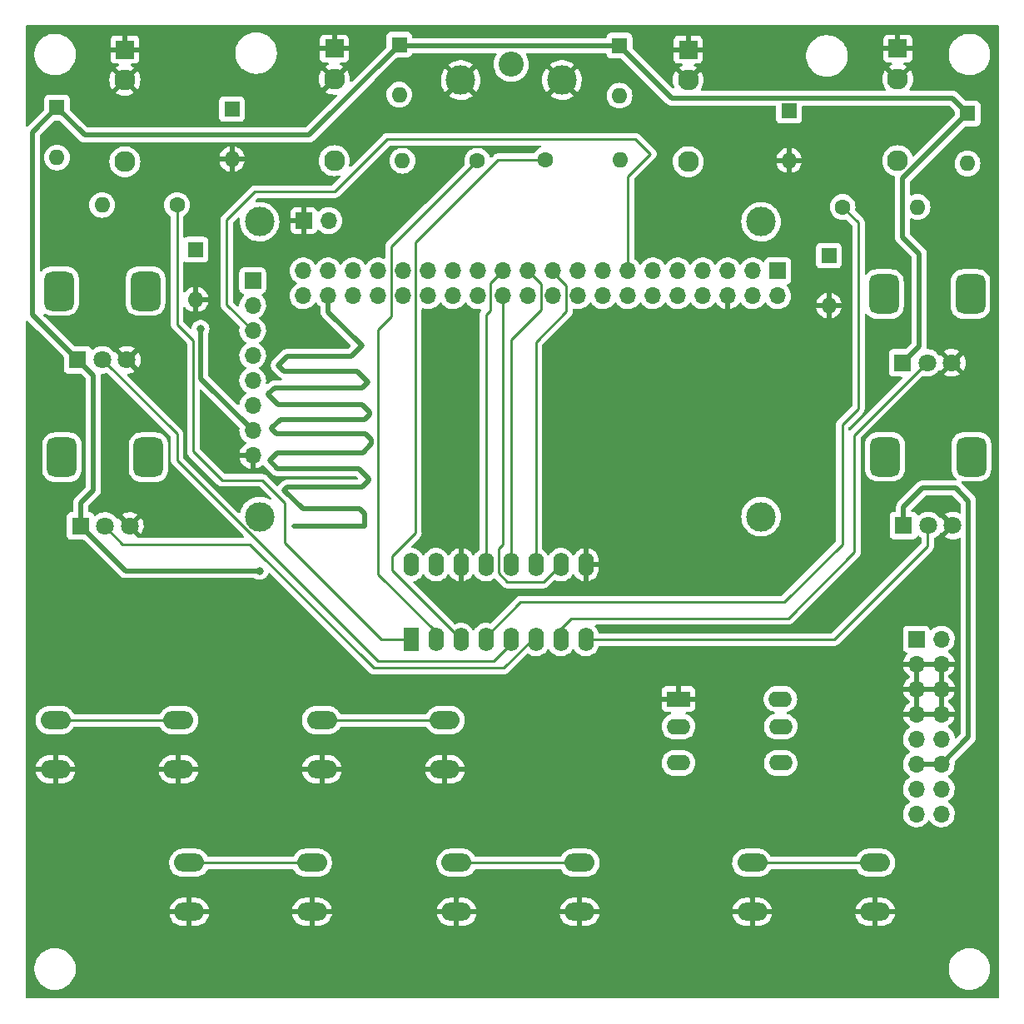
<source format=gbl>
G04 #@! TF.GenerationSoftware,KiCad,Pcbnew,6.0.7*
G04 #@! TF.CreationDate,2022-12-24T12:27:27+13:00*
G04 #@! TF.ProjectId,recurBOY,72656375-7242-44f5-992e-6b696361645f,v0_7_1*
G04 #@! TF.SameCoordinates,Original*
G04 #@! TF.FileFunction,Copper,L2,Bot*
G04 #@! TF.FilePolarity,Positive*
%FSLAX46Y46*%
G04 Gerber Fmt 4.6, Leading zero omitted, Abs format (unit mm)*
G04 Created by KiCad (PCBNEW 6.0.7) date 2022-12-24 12:27:27*
%MOMM*%
%LPD*%
G01*
G04 APERTURE LIST*
G04 Aperture macros list*
%AMRoundRect*
0 Rectangle with rounded corners*
0 $1 Rounding radius*
0 $2 $3 $4 $5 $6 $7 $8 $9 X,Y pos of 4 corners*
0 Add a 4 corners polygon primitive as box body*
4,1,4,$2,$3,$4,$5,$6,$7,$8,$9,$2,$3,0*
0 Add four circle primitives for the rounded corners*
1,1,$1+$1,$2,$3*
1,1,$1+$1,$4,$5*
1,1,$1+$1,$6,$7*
1,1,$1+$1,$8,$9*
0 Add four rect primitives between the rounded corners*
20,1,$1+$1,$2,$3,$4,$5,0*
20,1,$1+$1,$4,$5,$6,$7,0*
20,1,$1+$1,$6,$7,$8,$9,0*
20,1,$1+$1,$8,$9,$2,$3,0*%
G04 Aperture macros list end*
G04 #@! TA.AperFunction,ComponentPad*
%ADD10R,1.600000X1.600000*%
G04 #@! TD*
G04 #@! TA.AperFunction,ComponentPad*
%ADD11O,1.600000X1.600000*%
G04 #@! TD*
G04 #@! TA.AperFunction,ComponentPad*
%ADD12R,1.930000X1.830000*%
G04 #@! TD*
G04 #@! TA.AperFunction,ComponentPad*
%ADD13C,2.130000*%
G04 #@! TD*
G04 #@! TA.AperFunction,WasherPad*
%ADD14C,3.000000*%
G04 #@! TD*
G04 #@! TA.AperFunction,ComponentPad*
%ADD15R,1.700000X1.700000*%
G04 #@! TD*
G04 #@! TA.AperFunction,ComponentPad*
%ADD16O,1.700000X1.700000*%
G04 #@! TD*
G04 #@! TA.AperFunction,ComponentPad*
%ADD17R,2.400000X1.600000*%
G04 #@! TD*
G04 #@! TA.AperFunction,ComponentPad*
%ADD18O,2.400000X1.600000*%
G04 #@! TD*
G04 #@! TA.AperFunction,ComponentPad*
%ADD19C,1.600000*%
G04 #@! TD*
G04 #@! TA.AperFunction,WasherPad*
%ADD20RoundRect,0.750000X0.750000X-1.250000X0.750000X1.250000X-0.750000X1.250000X-0.750000X-1.250000X0*%
G04 #@! TD*
G04 #@! TA.AperFunction,ComponentPad*
%ADD21R,1.800000X1.800000*%
G04 #@! TD*
G04 #@! TA.AperFunction,ComponentPad*
%ADD22C,1.800000*%
G04 #@! TD*
G04 #@! TA.AperFunction,ComponentPad*
%ADD23R,1.600000X2.400000*%
G04 #@! TD*
G04 #@! TA.AperFunction,ComponentPad*
%ADD24O,1.600000X2.400000*%
G04 #@! TD*
G04 #@! TA.AperFunction,ComponentPad*
%ADD25C,2.550000*%
G04 #@! TD*
G04 #@! TA.AperFunction,ComponentPad*
%ADD26C,3.000000*%
G04 #@! TD*
G04 #@! TA.AperFunction,ComponentPad*
%ADD27O,3.048000X1.850000*%
G04 #@! TD*
G04 #@! TA.AperFunction,ViaPad*
%ADD28C,0.800000*%
G04 #@! TD*
G04 #@! TA.AperFunction,Conductor*
%ADD29C,0.500000*%
G04 #@! TD*
G04 #@! TA.AperFunction,Conductor*
%ADD30C,0.250000*%
G04 #@! TD*
G04 APERTURE END LIST*
D10*
X108700000Y-43900000D03*
D11*
X108700000Y-48980000D03*
D10*
X122800000Y-58350000D03*
D11*
X122800000Y-63430000D03*
D10*
X143500000Y-37500000D03*
D11*
X143500000Y-42580000D03*
D10*
X126500000Y-44050000D03*
D11*
X126500000Y-49130000D03*
D10*
X165900000Y-37600000D03*
D11*
X165900000Y-42680000D03*
D10*
X183150000Y-44200000D03*
D11*
X183150000Y-49280000D03*
D10*
X201300000Y-44500000D03*
D11*
X201300000Y-49580000D03*
D10*
X187200000Y-58950000D03*
D11*
X187200000Y-64030000D03*
D12*
X115600000Y-38000000D03*
D13*
X115600000Y-49400000D03*
X115600000Y-41100000D03*
D12*
X136900000Y-37900000D03*
D13*
X136900000Y-49300000D03*
X136900000Y-41000000D03*
D12*
X172900000Y-38000000D03*
D13*
X172900000Y-49400000D03*
X172900000Y-41100000D03*
D12*
X194200000Y-37900000D03*
D13*
X194200000Y-49300000D03*
X194200000Y-41000000D03*
D14*
X180300000Y-55500000D03*
X129300000Y-55500000D03*
X180300000Y-85500000D03*
X129300000Y-85500000D03*
D15*
X128600000Y-61500000D03*
D16*
X128600000Y-64040000D03*
X128600000Y-66580000D03*
X128600000Y-69120000D03*
X128600000Y-71660000D03*
X128600000Y-74200000D03*
X128600000Y-76740000D03*
X128600000Y-79280000D03*
D15*
X133800000Y-55400000D03*
D16*
X136340000Y-55400000D03*
D15*
X182000000Y-60500000D03*
D16*
X182000000Y-63040000D03*
X179460000Y-60500000D03*
X179460000Y-63040000D03*
X176920000Y-60500000D03*
X176920000Y-63040000D03*
X174380000Y-60500000D03*
X174380000Y-63040000D03*
X171840000Y-60500000D03*
X171840000Y-63040000D03*
X169300000Y-60500000D03*
X169300000Y-63040000D03*
X166760000Y-60500000D03*
X166760000Y-63040000D03*
X164220000Y-60500000D03*
X164220000Y-63040000D03*
X161680000Y-60500000D03*
X161680000Y-63040000D03*
X159140000Y-60500000D03*
X159140000Y-63040000D03*
X156600000Y-60500000D03*
X156600000Y-63040000D03*
X154060000Y-60500000D03*
X154060000Y-63040000D03*
X151520000Y-60500000D03*
X151520000Y-63040000D03*
X148980000Y-60500000D03*
X148980000Y-63040000D03*
X146440000Y-60500000D03*
X146440000Y-63040000D03*
X143900000Y-60500000D03*
X143900000Y-63040000D03*
X141360000Y-60500000D03*
X141360000Y-63040000D03*
X138820000Y-60500000D03*
X138820000Y-63040000D03*
X136280000Y-60500000D03*
X136280000Y-63040000D03*
X133740000Y-60500000D03*
X133740000Y-63040000D03*
D17*
X171900000Y-104050000D03*
D18*
X171900000Y-106850000D03*
X171900000Y-110550000D03*
X182270000Y-104050000D03*
X182300000Y-106850000D03*
X182300000Y-110550000D03*
D15*
X196100000Y-97950000D03*
D16*
X198640000Y-97950000D03*
X196100000Y-100490000D03*
X198640000Y-100490000D03*
X196100000Y-103030000D03*
X198640000Y-103030000D03*
X196100000Y-105570000D03*
X198640000Y-105570000D03*
X196100000Y-108110000D03*
X198640000Y-108110000D03*
X196100000Y-110650000D03*
X198640000Y-110650000D03*
X196100000Y-113190000D03*
X198640000Y-113190000D03*
X196100000Y-115730000D03*
X198640000Y-115730000D03*
D19*
X120900000Y-53800000D03*
D11*
X113280000Y-53800000D03*
D19*
X151450000Y-49300000D03*
D11*
X143830000Y-49300000D03*
D19*
X158350000Y-49200000D03*
D11*
X165970000Y-49200000D03*
D19*
X188600000Y-54000000D03*
D11*
X196220000Y-54000000D03*
D20*
X108900000Y-62550000D03*
X117700000Y-62550000D03*
D21*
X110800000Y-69550000D03*
D22*
X113300000Y-69550000D03*
X115800000Y-69550000D03*
D20*
X118000000Y-79450000D03*
X109200000Y-79450000D03*
D21*
X111100000Y-86450000D03*
D22*
X113600000Y-86450000D03*
X116100000Y-86450000D03*
D20*
X201600000Y-62850000D03*
X192800000Y-62850000D03*
D21*
X194700000Y-69850000D03*
D22*
X197200000Y-69850000D03*
X199700000Y-69850000D03*
D20*
X201700000Y-79400000D03*
X192900000Y-79400000D03*
D21*
X194800000Y-86400000D03*
D22*
X197300000Y-86400000D03*
X199800000Y-86400000D03*
D23*
X144700000Y-98000000D03*
D24*
X147240000Y-98000000D03*
X149780000Y-98000000D03*
X152320000Y-98000000D03*
X154860000Y-98000000D03*
X157400000Y-98000000D03*
X159940000Y-98000000D03*
X162480000Y-98000000D03*
X162480000Y-90380000D03*
X159940000Y-90380000D03*
X157400000Y-90380000D03*
X154860000Y-90380000D03*
X152320000Y-90380000D03*
X149780000Y-90380000D03*
X147240000Y-90380000D03*
X144700000Y-90380000D03*
D25*
X154900000Y-39500000D03*
D26*
X149750000Y-41100000D03*
X160050000Y-41100000D03*
D27*
X191900000Y-125700000D03*
X179400000Y-125700000D03*
X191900000Y-120700000D03*
X179400000Y-120700000D03*
X121040000Y-111200000D03*
X108540000Y-111200000D03*
X121040000Y-106200000D03*
X108540000Y-106200000D03*
X122140000Y-125700000D03*
X134640000Y-125700000D03*
X122140000Y-120700000D03*
X134640000Y-120700000D03*
X135640000Y-111200000D03*
X148140000Y-111200000D03*
X135640000Y-106200000D03*
X148140000Y-106200000D03*
X161840000Y-125700000D03*
X149340000Y-125700000D03*
X161840000Y-120700000D03*
X149340000Y-120700000D03*
D28*
X123300000Y-66400000D03*
X129300000Y-91000000D03*
D29*
X201300000Y-44500000D02*
X199750000Y-42950000D01*
X196100000Y-110650000D02*
X198640000Y-110650000D01*
X194700000Y-51100000D02*
X201300000Y-44500000D01*
X196400000Y-68150000D02*
X196400000Y-58800000D01*
X111100000Y-84100000D02*
X111100000Y-86450000D01*
X112400000Y-71150000D02*
X112400000Y-82800000D01*
X196400000Y-58800000D02*
X194700000Y-57100000D01*
X106200000Y-46400000D02*
X108700000Y-43900000D01*
X111100000Y-86450000D02*
X115650000Y-91000000D01*
X134300000Y-46700000D02*
X111500000Y-46700000D01*
X194700000Y-69850000D02*
X196400000Y-68150000D01*
X194700000Y-57100000D02*
X194700000Y-51100000D01*
X199750000Y-42950000D02*
X171250000Y-42950000D01*
X171250000Y-42950000D02*
X165900000Y-37600000D01*
X143600000Y-37600000D02*
X143500000Y-37500000D01*
X110800000Y-69550000D02*
X107150000Y-65900000D01*
X194800000Y-84500000D02*
X194800000Y-86400000D01*
X115650000Y-91000000D02*
X129300000Y-91000000D01*
X201400000Y-107890000D02*
X201400000Y-83900000D01*
X198640000Y-110650000D02*
X201400000Y-107890000D01*
X110800000Y-69550000D02*
X112400000Y-71150000D01*
X123300000Y-71440000D02*
X123300000Y-66400000D01*
X134300000Y-46700000D02*
X143500000Y-37500000D01*
X107100000Y-65900000D02*
X106200000Y-65000000D01*
X200100000Y-82600000D02*
X196700000Y-82600000D01*
X196700000Y-82600000D02*
X194800000Y-84500000D01*
X201400000Y-83900000D02*
X200100000Y-82600000D01*
X107150000Y-65900000D02*
X107100000Y-65900000D01*
X106200000Y-65000000D02*
X106200000Y-46400000D01*
X165900000Y-37600000D02*
X143600000Y-37600000D01*
X128600000Y-76740000D02*
X123300000Y-71440000D01*
X112400000Y-82800000D02*
X111100000Y-84100000D01*
X111500000Y-46700000D02*
X108700000Y-43900000D01*
D30*
X182610000Y-100490000D02*
X196100000Y-100490000D01*
X171900000Y-104050000D02*
X179050000Y-104050000D01*
X179050000Y-104050000D02*
X182610000Y-100490000D01*
X128850000Y-52450000D02*
X136950000Y-52450000D01*
X128600000Y-66580000D02*
X125950000Y-63930000D01*
X125950000Y-55350000D02*
X128850000Y-52450000D01*
X125950000Y-63930000D02*
X125950000Y-55350000D01*
X142300000Y-47100000D02*
X167500000Y-47100000D01*
X136950000Y-52450000D02*
X142300000Y-47100000D01*
X167500000Y-47100000D02*
X169000000Y-48600000D01*
X169050000Y-48600000D02*
X166760000Y-50890000D01*
X169000000Y-48600000D02*
X169050000Y-48600000D01*
X166760000Y-50890000D02*
X166760000Y-60500000D01*
D29*
X131100000Y-79000000D02*
X130300000Y-79800000D01*
X140400000Y-81800000D02*
X139700000Y-82500000D01*
X140000000Y-85200000D02*
X140000000Y-86500000D01*
X139800000Y-79000000D02*
X131100000Y-79000000D01*
X130200000Y-73100000D02*
X131200000Y-74100000D01*
X140700000Y-77700000D02*
X140700000Y-78100000D01*
X136280000Y-63040000D02*
X136280000Y-64680000D01*
X140700000Y-78100000D02*
X139800000Y-79000000D01*
X139700000Y-82500000D02*
X132100000Y-82500000D01*
X140000000Y-86500000D02*
X132800000Y-86500000D01*
X132100000Y-69200000D02*
X131200000Y-70100000D01*
X130500000Y-76600000D02*
X131000000Y-77100000D01*
X139500000Y-84700000D02*
X140000000Y-85200000D01*
X131800000Y-70700000D02*
X139200000Y-70700000D01*
X140000000Y-75600000D02*
X131400000Y-75600000D01*
X140100000Y-77100000D02*
X140700000Y-77700000D01*
X130300000Y-79800000D02*
X131100000Y-80600000D01*
X139700000Y-72400000D02*
X130800000Y-72400000D01*
X139700000Y-68100000D02*
X138600000Y-69200000D01*
X130200000Y-73000000D02*
X130200000Y-73100000D01*
X136280000Y-64680000D02*
X139700000Y-68100000D01*
X139200000Y-70700000D02*
X140300000Y-71800000D01*
X140500000Y-74900000D02*
X140500000Y-75100000D01*
X140400000Y-81600000D02*
X140400000Y-81800000D01*
X131100000Y-80600000D02*
X139400000Y-80600000D01*
X132100000Y-82500000D02*
X131800000Y-82800000D01*
X139400000Y-80600000D02*
X140400000Y-81600000D01*
X131800000Y-82800000D02*
X133700000Y-84700000D01*
X133700000Y-84700000D02*
X139500000Y-84700000D01*
X130800000Y-72400000D02*
X130200000Y-73000000D01*
X131000000Y-77100000D02*
X140100000Y-77100000D01*
X131200000Y-70100000D02*
X131800000Y-70700000D01*
X140300000Y-71800000D02*
X139700000Y-72400000D01*
X131200000Y-74100000D02*
X139700000Y-74100000D01*
X131400000Y-75600000D02*
X130500000Y-76500000D01*
X138600000Y-69200000D02*
X132100000Y-69200000D01*
X140500000Y-75100000D02*
X140000000Y-75600000D01*
X130500000Y-76500000D02*
X130500000Y-76600000D01*
X139700000Y-74100000D02*
X140500000Y-74900000D01*
D30*
X154860000Y-67490000D02*
X157900000Y-64450000D01*
X157900000Y-64450000D02*
X157900000Y-61800000D01*
X157900000Y-61800000D02*
X156600000Y-60500000D01*
X154860000Y-90380000D02*
X154860000Y-67490000D01*
X154060000Y-88290000D02*
X153600000Y-88750000D01*
X153600000Y-88750000D02*
X153600000Y-91250000D01*
X153600000Y-91250000D02*
X154500000Y-92150000D01*
X154500000Y-92150000D02*
X158170000Y-92150000D01*
X158170000Y-92150000D02*
X159940000Y-90380000D01*
X154060000Y-63040000D02*
X154060000Y-88290000D01*
X159140000Y-60640000D02*
X160500000Y-62000000D01*
X160500000Y-62000000D02*
X160500000Y-64650000D01*
X160500000Y-64650000D02*
X157400000Y-67750000D01*
X157400000Y-67750000D02*
X157400000Y-90380000D01*
X152320000Y-64980000D02*
X152800000Y-64500000D01*
X152800000Y-64500000D02*
X152800000Y-61760000D01*
X152800000Y-61760000D02*
X154060000Y-60500000D01*
X152320000Y-90380000D02*
X152320000Y-64980000D01*
X120900000Y-65950000D02*
X120900000Y-53800000D01*
X129600000Y-81800000D02*
X125500000Y-81800000D01*
X125500000Y-81800000D02*
X122550000Y-78850000D01*
X144700000Y-98000000D02*
X141700000Y-98000000D01*
X122550000Y-67600000D02*
X120900000Y-65950000D01*
X122550000Y-78850000D02*
X122550000Y-67600000D01*
X131900000Y-88200000D02*
X131900000Y-84100000D01*
X141700000Y-98000000D02*
X131900000Y-88200000D01*
X131900000Y-84100000D02*
X129600000Y-81800000D01*
X147240000Y-97240000D02*
X141350000Y-91350000D01*
X141350000Y-91350000D02*
X141350000Y-66500000D01*
X141350000Y-66500000D02*
X142700000Y-65150000D01*
X142700000Y-65150000D02*
X142700000Y-58050000D01*
X142700000Y-58050000D02*
X151450000Y-49300000D01*
X147240000Y-98000000D02*
X147240000Y-97240000D01*
X153550000Y-49200000D02*
X145150000Y-57600000D01*
X145150000Y-57600000D02*
X145150000Y-87150000D01*
X145150000Y-87150000D02*
X142750000Y-89550000D01*
X142750000Y-89550000D02*
X142750000Y-90970000D01*
X142750000Y-90970000D02*
X149780000Y-98000000D01*
X158350000Y-49200000D02*
X153550000Y-49200000D01*
X152320000Y-97730000D02*
X155850000Y-94200000D01*
X155850000Y-94200000D02*
X182650000Y-94200000D01*
X182650000Y-94200000D02*
X188550000Y-88300000D01*
X188550000Y-88300000D02*
X188550000Y-76150000D01*
X188550000Y-76150000D02*
X190200000Y-74500000D01*
X190200000Y-74500000D02*
X190200000Y-55600000D01*
X190200000Y-55600000D02*
X188600000Y-54000000D01*
X152320000Y-98000000D02*
X152320000Y-97730000D01*
X152320000Y-98000000D02*
X152320000Y-97780000D01*
X154860000Y-98440000D02*
X153150000Y-100150000D01*
X153150000Y-100150000D02*
X141300000Y-100150000D01*
X141300000Y-100150000D02*
X120900000Y-79750000D01*
X120900000Y-79750000D02*
X120900000Y-77100000D01*
X120900000Y-77100000D02*
X113350000Y-69550000D01*
X154860000Y-98000000D02*
X154860000Y-98440000D01*
X157050000Y-98000000D02*
X154150000Y-100900000D01*
X154150000Y-100900000D02*
X140900000Y-100900000D01*
X140900000Y-100900000D02*
X128300000Y-88300000D01*
X128300000Y-88300000D02*
X115350000Y-88300000D01*
X115350000Y-88300000D02*
X113550000Y-86500000D01*
X157400000Y-98000000D02*
X157050000Y-98000000D01*
X159940000Y-96860000D02*
X160950000Y-95850000D01*
X160950000Y-95850000D02*
X183050000Y-95850000D01*
X183050000Y-95850000D02*
X189800000Y-89100000D01*
X189800000Y-89100000D02*
X189800000Y-77200000D01*
X189800000Y-77200000D02*
X197150000Y-69850000D01*
X159940000Y-98000000D02*
X159940000Y-96860000D01*
X197250000Y-88500000D02*
X187750000Y-98000000D01*
X187750000Y-98000000D02*
X162480000Y-98000000D01*
X197250000Y-86400000D02*
X197250000Y-88500000D01*
X135640000Y-106200000D02*
X148140000Y-106200000D01*
X122140000Y-120700000D02*
X134640000Y-120700000D01*
X108540000Y-106200000D02*
X121040000Y-106200000D01*
X179400000Y-120700000D02*
X191900000Y-120700000D01*
X149340000Y-120700000D02*
X161840000Y-120700000D01*
G04 #@! TA.AperFunction,Conductor*
G36*
X204433621Y-35528502D02*
G01*
X204480114Y-35582158D01*
X204491500Y-35634500D01*
X204491500Y-134365500D01*
X204471498Y-134433621D01*
X204417842Y-134480114D01*
X204365500Y-134491500D01*
X105634500Y-134491500D01*
X105566379Y-134471498D01*
X105519886Y-134417842D01*
X105508500Y-134365500D01*
X105508500Y-131632703D01*
X106390743Y-131632703D01*
X106428268Y-131917734D01*
X106504129Y-132195036D01*
X106616923Y-132459476D01*
X106764561Y-132706161D01*
X106944313Y-132930528D01*
X107152851Y-133128423D01*
X107386317Y-133296186D01*
X107390112Y-133298195D01*
X107390113Y-133298196D01*
X107411869Y-133309715D01*
X107640392Y-133430712D01*
X107910373Y-133529511D01*
X108191264Y-133590755D01*
X108219841Y-133593004D01*
X108414282Y-133608307D01*
X108414291Y-133608307D01*
X108416739Y-133608500D01*
X108572271Y-133608500D01*
X108574407Y-133608354D01*
X108574418Y-133608354D01*
X108782548Y-133594165D01*
X108782554Y-133594164D01*
X108786825Y-133593873D01*
X108791020Y-133593004D01*
X108791022Y-133593004D01*
X108927583Y-133564724D01*
X109068342Y-133535574D01*
X109339343Y-133439607D01*
X109594812Y-133307750D01*
X109598313Y-133305289D01*
X109598317Y-133305287D01*
X109712417Y-133225096D01*
X109830023Y-133142441D01*
X110040622Y-132946740D01*
X110222713Y-132724268D01*
X110372927Y-132479142D01*
X110488483Y-132215898D01*
X110567244Y-131939406D01*
X110607751Y-131654784D01*
X110607845Y-131636951D01*
X110607867Y-131632703D01*
X199390743Y-131632703D01*
X199428268Y-131917734D01*
X199504129Y-132195036D01*
X199616923Y-132459476D01*
X199764561Y-132706161D01*
X199944313Y-132930528D01*
X200152851Y-133128423D01*
X200386317Y-133296186D01*
X200390112Y-133298195D01*
X200390113Y-133298196D01*
X200411869Y-133309715D01*
X200640392Y-133430712D01*
X200910373Y-133529511D01*
X201191264Y-133590755D01*
X201219841Y-133593004D01*
X201414282Y-133608307D01*
X201414291Y-133608307D01*
X201416739Y-133608500D01*
X201572271Y-133608500D01*
X201574407Y-133608354D01*
X201574418Y-133608354D01*
X201782548Y-133594165D01*
X201782554Y-133594164D01*
X201786825Y-133593873D01*
X201791020Y-133593004D01*
X201791022Y-133593004D01*
X201927583Y-133564724D01*
X202068342Y-133535574D01*
X202339343Y-133439607D01*
X202594812Y-133307750D01*
X202598313Y-133305289D01*
X202598317Y-133305287D01*
X202712417Y-133225096D01*
X202830023Y-133142441D01*
X203040622Y-132946740D01*
X203222713Y-132724268D01*
X203372927Y-132479142D01*
X203488483Y-132215898D01*
X203567244Y-131939406D01*
X203607751Y-131654784D01*
X203607845Y-131636951D01*
X203609235Y-131371583D01*
X203609235Y-131371576D01*
X203609257Y-131367297D01*
X203571732Y-131082266D01*
X203495871Y-130804964D01*
X203383077Y-130540524D01*
X203235439Y-130293839D01*
X203055687Y-130069472D01*
X202847149Y-129871577D01*
X202613683Y-129703814D01*
X202591843Y-129692250D01*
X202568654Y-129679972D01*
X202359608Y-129569288D01*
X202089627Y-129470489D01*
X201808736Y-129409245D01*
X201777685Y-129406801D01*
X201585718Y-129391693D01*
X201585709Y-129391693D01*
X201583261Y-129391500D01*
X201427729Y-129391500D01*
X201425593Y-129391646D01*
X201425582Y-129391646D01*
X201217452Y-129405835D01*
X201217446Y-129405836D01*
X201213175Y-129406127D01*
X201208980Y-129406996D01*
X201208978Y-129406996D01*
X201072417Y-129435276D01*
X200931658Y-129464426D01*
X200660657Y-129560393D01*
X200405188Y-129692250D01*
X200401687Y-129694711D01*
X200401683Y-129694713D01*
X200391594Y-129701804D01*
X200169977Y-129857559D01*
X199959378Y-130053260D01*
X199777287Y-130275732D01*
X199627073Y-130520858D01*
X199511517Y-130784102D01*
X199432756Y-131060594D01*
X199392249Y-131345216D01*
X199392227Y-131349505D01*
X199392226Y-131349512D01*
X199390765Y-131628417D01*
X199390743Y-131632703D01*
X110607867Y-131632703D01*
X110609235Y-131371583D01*
X110609235Y-131371576D01*
X110609257Y-131367297D01*
X110571732Y-131082266D01*
X110495871Y-130804964D01*
X110383077Y-130540524D01*
X110235439Y-130293839D01*
X110055687Y-130069472D01*
X109847149Y-129871577D01*
X109613683Y-129703814D01*
X109591843Y-129692250D01*
X109568654Y-129679972D01*
X109359608Y-129569288D01*
X109089627Y-129470489D01*
X108808736Y-129409245D01*
X108777685Y-129406801D01*
X108585718Y-129391693D01*
X108585709Y-129391693D01*
X108583261Y-129391500D01*
X108427729Y-129391500D01*
X108425593Y-129391646D01*
X108425582Y-129391646D01*
X108217452Y-129405835D01*
X108217446Y-129405836D01*
X108213175Y-129406127D01*
X108208980Y-129406996D01*
X108208978Y-129406996D01*
X108072417Y-129435276D01*
X107931658Y-129464426D01*
X107660657Y-129560393D01*
X107405188Y-129692250D01*
X107401687Y-129694711D01*
X107401683Y-129694713D01*
X107391594Y-129701804D01*
X107169977Y-129857559D01*
X106959378Y-130053260D01*
X106777287Y-130275732D01*
X106627073Y-130520858D01*
X106511517Y-130784102D01*
X106432756Y-131060594D01*
X106392249Y-131345216D01*
X106392227Y-131349505D01*
X106392226Y-131349512D01*
X106390765Y-131628417D01*
X106390743Y-131632703D01*
X105508500Y-131632703D01*
X105508500Y-125972194D01*
X120132895Y-125972194D01*
X120141453Y-126028121D01*
X120143841Y-126038146D01*
X120213836Y-126252295D01*
X120217833Y-126261804D01*
X120321861Y-126461640D01*
X120327355Y-126470365D01*
X120462628Y-126650532D01*
X120469471Y-126658239D01*
X120632356Y-126813896D01*
X120640362Y-126820379D01*
X120826485Y-126947343D01*
X120835444Y-126952432D01*
X121039807Y-127047294D01*
X121049475Y-127050851D01*
X121266580Y-127111060D01*
X121276699Y-127112991D01*
X121460595Y-127132644D01*
X121467287Y-127133000D01*
X121867885Y-127133000D01*
X121883124Y-127128525D01*
X121884329Y-127127135D01*
X121886000Y-127119452D01*
X121886000Y-127114885D01*
X122394000Y-127114885D01*
X122398475Y-127130124D01*
X122399865Y-127131329D01*
X122407548Y-127133000D01*
X122796145Y-127133000D01*
X122801318Y-127132788D01*
X122968687Y-127119027D01*
X122978867Y-127117342D01*
X123197377Y-127062456D01*
X123207128Y-127059136D01*
X123413749Y-126969296D01*
X123422824Y-126964430D01*
X123611990Y-126842052D01*
X123620161Y-126835760D01*
X123786800Y-126684131D01*
X123793825Y-126676598D01*
X123933466Y-126499782D01*
X123939162Y-126491209D01*
X124048052Y-126293955D01*
X124052273Y-126284560D01*
X124127481Y-126072180D01*
X124130113Y-126062217D01*
X124146148Y-125972194D01*
X132632895Y-125972194D01*
X132641453Y-126028121D01*
X132643841Y-126038146D01*
X132713836Y-126252295D01*
X132717833Y-126261804D01*
X132821861Y-126461640D01*
X132827355Y-126470365D01*
X132962628Y-126650532D01*
X132969471Y-126658239D01*
X133132356Y-126813896D01*
X133140362Y-126820379D01*
X133326485Y-126947343D01*
X133335444Y-126952432D01*
X133539807Y-127047294D01*
X133549475Y-127050851D01*
X133766580Y-127111060D01*
X133776699Y-127112991D01*
X133960595Y-127132644D01*
X133967287Y-127133000D01*
X134367885Y-127133000D01*
X134383124Y-127128525D01*
X134384329Y-127127135D01*
X134386000Y-127119452D01*
X134386000Y-127114885D01*
X134894000Y-127114885D01*
X134898475Y-127130124D01*
X134899865Y-127131329D01*
X134907548Y-127133000D01*
X135296145Y-127133000D01*
X135301318Y-127132788D01*
X135468687Y-127119027D01*
X135478867Y-127117342D01*
X135697377Y-127062456D01*
X135707128Y-127059136D01*
X135913749Y-126969296D01*
X135922824Y-126964430D01*
X136111990Y-126842052D01*
X136120161Y-126835760D01*
X136286800Y-126684131D01*
X136293825Y-126676598D01*
X136433466Y-126499782D01*
X136439162Y-126491209D01*
X136548052Y-126293955D01*
X136552273Y-126284560D01*
X136627481Y-126072180D01*
X136630113Y-126062217D01*
X136646148Y-125972194D01*
X147332895Y-125972194D01*
X147341453Y-126028121D01*
X147343841Y-126038146D01*
X147413836Y-126252295D01*
X147417833Y-126261804D01*
X147521861Y-126461640D01*
X147527355Y-126470365D01*
X147662628Y-126650532D01*
X147669471Y-126658239D01*
X147832356Y-126813896D01*
X147840362Y-126820379D01*
X148026485Y-126947343D01*
X148035444Y-126952432D01*
X148239807Y-127047294D01*
X148249475Y-127050851D01*
X148466580Y-127111060D01*
X148476699Y-127112991D01*
X148660595Y-127132644D01*
X148667287Y-127133000D01*
X149067885Y-127133000D01*
X149083124Y-127128525D01*
X149084329Y-127127135D01*
X149086000Y-127119452D01*
X149086000Y-127114885D01*
X149594000Y-127114885D01*
X149598475Y-127130124D01*
X149599865Y-127131329D01*
X149607548Y-127133000D01*
X149996145Y-127133000D01*
X150001318Y-127132788D01*
X150168687Y-127119027D01*
X150178867Y-127117342D01*
X150397377Y-127062456D01*
X150407128Y-127059136D01*
X150613749Y-126969296D01*
X150622824Y-126964430D01*
X150811990Y-126842052D01*
X150820161Y-126835760D01*
X150986800Y-126684131D01*
X150993825Y-126676598D01*
X151133466Y-126499782D01*
X151139162Y-126491209D01*
X151248052Y-126293955D01*
X151252273Y-126284560D01*
X151327481Y-126072180D01*
X151330113Y-126062217D01*
X151346148Y-125972194D01*
X159832895Y-125972194D01*
X159841453Y-126028121D01*
X159843841Y-126038146D01*
X159913836Y-126252295D01*
X159917833Y-126261804D01*
X160021861Y-126461640D01*
X160027355Y-126470365D01*
X160162628Y-126650532D01*
X160169471Y-126658239D01*
X160332356Y-126813896D01*
X160340362Y-126820379D01*
X160526485Y-126947343D01*
X160535444Y-126952432D01*
X160739807Y-127047294D01*
X160749475Y-127050851D01*
X160966580Y-127111060D01*
X160976699Y-127112991D01*
X161160595Y-127132644D01*
X161167287Y-127133000D01*
X161567885Y-127133000D01*
X161583124Y-127128525D01*
X161584329Y-127127135D01*
X161586000Y-127119452D01*
X161586000Y-127114885D01*
X162094000Y-127114885D01*
X162098475Y-127130124D01*
X162099865Y-127131329D01*
X162107548Y-127133000D01*
X162496145Y-127133000D01*
X162501318Y-127132788D01*
X162668687Y-127119027D01*
X162678867Y-127117342D01*
X162897377Y-127062456D01*
X162907128Y-127059136D01*
X163113749Y-126969296D01*
X163122824Y-126964430D01*
X163311990Y-126842052D01*
X163320161Y-126835760D01*
X163486800Y-126684131D01*
X163493825Y-126676598D01*
X163633466Y-126499782D01*
X163639162Y-126491209D01*
X163748052Y-126293955D01*
X163752273Y-126284560D01*
X163827481Y-126072180D01*
X163830113Y-126062217D01*
X163846148Y-125972194D01*
X177392895Y-125972194D01*
X177401453Y-126028121D01*
X177403841Y-126038146D01*
X177473836Y-126252295D01*
X177477833Y-126261804D01*
X177581861Y-126461640D01*
X177587355Y-126470365D01*
X177722628Y-126650532D01*
X177729471Y-126658239D01*
X177892356Y-126813896D01*
X177900362Y-126820379D01*
X178086485Y-126947343D01*
X178095444Y-126952432D01*
X178299807Y-127047294D01*
X178309475Y-127050851D01*
X178526580Y-127111060D01*
X178536699Y-127112991D01*
X178720595Y-127132644D01*
X178727287Y-127133000D01*
X179127885Y-127133000D01*
X179143124Y-127128525D01*
X179144329Y-127127135D01*
X179146000Y-127119452D01*
X179146000Y-127114885D01*
X179654000Y-127114885D01*
X179658475Y-127130124D01*
X179659865Y-127131329D01*
X179667548Y-127133000D01*
X180056145Y-127133000D01*
X180061318Y-127132788D01*
X180228687Y-127119027D01*
X180238867Y-127117342D01*
X180457377Y-127062456D01*
X180467128Y-127059136D01*
X180673749Y-126969296D01*
X180682824Y-126964430D01*
X180871990Y-126842052D01*
X180880161Y-126835760D01*
X181046800Y-126684131D01*
X181053825Y-126676598D01*
X181193466Y-126499782D01*
X181199162Y-126491209D01*
X181308052Y-126293955D01*
X181312273Y-126284560D01*
X181387481Y-126072180D01*
X181390113Y-126062217D01*
X181406148Y-125972194D01*
X189892895Y-125972194D01*
X189901453Y-126028121D01*
X189903841Y-126038146D01*
X189973836Y-126252295D01*
X189977833Y-126261804D01*
X190081861Y-126461640D01*
X190087355Y-126470365D01*
X190222628Y-126650532D01*
X190229471Y-126658239D01*
X190392356Y-126813896D01*
X190400362Y-126820379D01*
X190586485Y-126947343D01*
X190595444Y-126952432D01*
X190799807Y-127047294D01*
X190809475Y-127050851D01*
X191026580Y-127111060D01*
X191036699Y-127112991D01*
X191220595Y-127132644D01*
X191227287Y-127133000D01*
X191627885Y-127133000D01*
X191643124Y-127128525D01*
X191644329Y-127127135D01*
X191646000Y-127119452D01*
X191646000Y-127114885D01*
X192154000Y-127114885D01*
X192158475Y-127130124D01*
X192159865Y-127131329D01*
X192167548Y-127133000D01*
X192556145Y-127133000D01*
X192561318Y-127132788D01*
X192728687Y-127119027D01*
X192738867Y-127117342D01*
X192957377Y-127062456D01*
X192967128Y-127059136D01*
X193173749Y-126969296D01*
X193182824Y-126964430D01*
X193371990Y-126842052D01*
X193380161Y-126835760D01*
X193546800Y-126684131D01*
X193553825Y-126676598D01*
X193693466Y-126499782D01*
X193699162Y-126491209D01*
X193808052Y-126293955D01*
X193812273Y-126284560D01*
X193887481Y-126072180D01*
X193890113Y-126062217D01*
X193906212Y-125971837D01*
X193904752Y-125958540D01*
X193890197Y-125954000D01*
X192172115Y-125954000D01*
X192156876Y-125958475D01*
X192155671Y-125959865D01*
X192154000Y-125967548D01*
X192154000Y-127114885D01*
X191646000Y-127114885D01*
X191646000Y-125972115D01*
X191641525Y-125956876D01*
X191640135Y-125955671D01*
X191632452Y-125954000D01*
X189908226Y-125954000D01*
X189894882Y-125957918D01*
X189892895Y-125972194D01*
X181406148Y-125972194D01*
X181406212Y-125971837D01*
X181404752Y-125958540D01*
X181390197Y-125954000D01*
X179672115Y-125954000D01*
X179656876Y-125958475D01*
X179655671Y-125959865D01*
X179654000Y-125967548D01*
X179654000Y-127114885D01*
X179146000Y-127114885D01*
X179146000Y-125972115D01*
X179141525Y-125956876D01*
X179140135Y-125955671D01*
X179132452Y-125954000D01*
X177408226Y-125954000D01*
X177394882Y-125957918D01*
X177392895Y-125972194D01*
X163846148Y-125972194D01*
X163846212Y-125971837D01*
X163844752Y-125958540D01*
X163830197Y-125954000D01*
X162112115Y-125954000D01*
X162096876Y-125958475D01*
X162095671Y-125959865D01*
X162094000Y-125967548D01*
X162094000Y-127114885D01*
X161586000Y-127114885D01*
X161586000Y-125972115D01*
X161581525Y-125956876D01*
X161580135Y-125955671D01*
X161572452Y-125954000D01*
X159848226Y-125954000D01*
X159834882Y-125957918D01*
X159832895Y-125972194D01*
X151346148Y-125972194D01*
X151346212Y-125971837D01*
X151344752Y-125958540D01*
X151330197Y-125954000D01*
X149612115Y-125954000D01*
X149596876Y-125958475D01*
X149595671Y-125959865D01*
X149594000Y-125967548D01*
X149594000Y-127114885D01*
X149086000Y-127114885D01*
X149086000Y-125972115D01*
X149081525Y-125956876D01*
X149080135Y-125955671D01*
X149072452Y-125954000D01*
X147348226Y-125954000D01*
X147334882Y-125957918D01*
X147332895Y-125972194D01*
X136646148Y-125972194D01*
X136646212Y-125971837D01*
X136644752Y-125958540D01*
X136630197Y-125954000D01*
X134912115Y-125954000D01*
X134896876Y-125958475D01*
X134895671Y-125959865D01*
X134894000Y-125967548D01*
X134894000Y-127114885D01*
X134386000Y-127114885D01*
X134386000Y-125972115D01*
X134381525Y-125956876D01*
X134380135Y-125955671D01*
X134372452Y-125954000D01*
X132648226Y-125954000D01*
X132634882Y-125957918D01*
X132632895Y-125972194D01*
X124146148Y-125972194D01*
X124146212Y-125971837D01*
X124144752Y-125958540D01*
X124130197Y-125954000D01*
X122412115Y-125954000D01*
X122396876Y-125958475D01*
X122395671Y-125959865D01*
X122394000Y-125967548D01*
X122394000Y-127114885D01*
X121886000Y-127114885D01*
X121886000Y-125972115D01*
X121881525Y-125956876D01*
X121880135Y-125955671D01*
X121872452Y-125954000D01*
X120148226Y-125954000D01*
X120134882Y-125957918D01*
X120132895Y-125972194D01*
X105508500Y-125972194D01*
X105508500Y-125428163D01*
X120133788Y-125428163D01*
X120135248Y-125441460D01*
X120149803Y-125446000D01*
X121867885Y-125446000D01*
X121883124Y-125441525D01*
X121884329Y-125440135D01*
X121886000Y-125432452D01*
X121886000Y-125427885D01*
X122394000Y-125427885D01*
X122398475Y-125443124D01*
X122399865Y-125444329D01*
X122407548Y-125446000D01*
X124131774Y-125446000D01*
X124145118Y-125442082D01*
X124147055Y-125428163D01*
X132633788Y-125428163D01*
X132635248Y-125441460D01*
X132649803Y-125446000D01*
X134367885Y-125446000D01*
X134383124Y-125441525D01*
X134384329Y-125440135D01*
X134386000Y-125432452D01*
X134386000Y-125427885D01*
X134894000Y-125427885D01*
X134898475Y-125443124D01*
X134899865Y-125444329D01*
X134907548Y-125446000D01*
X136631774Y-125446000D01*
X136645118Y-125442082D01*
X136647055Y-125428163D01*
X147333788Y-125428163D01*
X147335248Y-125441460D01*
X147349803Y-125446000D01*
X149067885Y-125446000D01*
X149083124Y-125441525D01*
X149084329Y-125440135D01*
X149086000Y-125432452D01*
X149086000Y-125427885D01*
X149594000Y-125427885D01*
X149598475Y-125443124D01*
X149599865Y-125444329D01*
X149607548Y-125446000D01*
X151331774Y-125446000D01*
X151345118Y-125442082D01*
X151347055Y-125428163D01*
X159833788Y-125428163D01*
X159835248Y-125441460D01*
X159849803Y-125446000D01*
X161567885Y-125446000D01*
X161583124Y-125441525D01*
X161584329Y-125440135D01*
X161586000Y-125432452D01*
X161586000Y-125427885D01*
X162094000Y-125427885D01*
X162098475Y-125443124D01*
X162099865Y-125444329D01*
X162107548Y-125446000D01*
X163831774Y-125446000D01*
X163845118Y-125442082D01*
X163847055Y-125428163D01*
X177393788Y-125428163D01*
X177395248Y-125441460D01*
X177409803Y-125446000D01*
X179127885Y-125446000D01*
X179143124Y-125441525D01*
X179144329Y-125440135D01*
X179146000Y-125432452D01*
X179146000Y-125427885D01*
X179654000Y-125427885D01*
X179658475Y-125443124D01*
X179659865Y-125444329D01*
X179667548Y-125446000D01*
X181391774Y-125446000D01*
X181405118Y-125442082D01*
X181407055Y-125428163D01*
X189893788Y-125428163D01*
X189895248Y-125441460D01*
X189909803Y-125446000D01*
X191627885Y-125446000D01*
X191643124Y-125441525D01*
X191644329Y-125440135D01*
X191646000Y-125432452D01*
X191646000Y-125427885D01*
X192154000Y-125427885D01*
X192158475Y-125443124D01*
X192159865Y-125444329D01*
X192167548Y-125446000D01*
X193891774Y-125446000D01*
X193905118Y-125442082D01*
X193907105Y-125427806D01*
X193898547Y-125371879D01*
X193896159Y-125361854D01*
X193826164Y-125147705D01*
X193822167Y-125138196D01*
X193718139Y-124938360D01*
X193712645Y-124929635D01*
X193577372Y-124749468D01*
X193570529Y-124741761D01*
X193407644Y-124586104D01*
X193399638Y-124579621D01*
X193213515Y-124452657D01*
X193204556Y-124447568D01*
X193000193Y-124352706D01*
X192990525Y-124349149D01*
X192773420Y-124288940D01*
X192763301Y-124287009D01*
X192579405Y-124267356D01*
X192572713Y-124267000D01*
X192172115Y-124267000D01*
X192156876Y-124271475D01*
X192155671Y-124272865D01*
X192154000Y-124280548D01*
X192154000Y-125427885D01*
X191646000Y-125427885D01*
X191646000Y-124285115D01*
X191641525Y-124269876D01*
X191640135Y-124268671D01*
X191632452Y-124267000D01*
X191243855Y-124267000D01*
X191238682Y-124267212D01*
X191071313Y-124280973D01*
X191061133Y-124282658D01*
X190842623Y-124337544D01*
X190832872Y-124340864D01*
X190626251Y-124430704D01*
X190617176Y-124435570D01*
X190428010Y-124557948D01*
X190419839Y-124564240D01*
X190253200Y-124715869D01*
X190246175Y-124723402D01*
X190106534Y-124900218D01*
X190100838Y-124908791D01*
X189991948Y-125106045D01*
X189987727Y-125115440D01*
X189912519Y-125327820D01*
X189909887Y-125337783D01*
X189893788Y-125428163D01*
X181407055Y-125428163D01*
X181407105Y-125427806D01*
X181398547Y-125371879D01*
X181396159Y-125361854D01*
X181326164Y-125147705D01*
X181322167Y-125138196D01*
X181218139Y-124938360D01*
X181212645Y-124929635D01*
X181077372Y-124749468D01*
X181070529Y-124741761D01*
X180907644Y-124586104D01*
X180899638Y-124579621D01*
X180713515Y-124452657D01*
X180704556Y-124447568D01*
X180500193Y-124352706D01*
X180490525Y-124349149D01*
X180273420Y-124288940D01*
X180263301Y-124287009D01*
X180079405Y-124267356D01*
X180072713Y-124267000D01*
X179672115Y-124267000D01*
X179656876Y-124271475D01*
X179655671Y-124272865D01*
X179654000Y-124280548D01*
X179654000Y-125427885D01*
X179146000Y-125427885D01*
X179146000Y-124285115D01*
X179141525Y-124269876D01*
X179140135Y-124268671D01*
X179132452Y-124267000D01*
X178743855Y-124267000D01*
X178738682Y-124267212D01*
X178571313Y-124280973D01*
X178561133Y-124282658D01*
X178342623Y-124337544D01*
X178332872Y-124340864D01*
X178126251Y-124430704D01*
X178117176Y-124435570D01*
X177928010Y-124557948D01*
X177919839Y-124564240D01*
X177753200Y-124715869D01*
X177746175Y-124723402D01*
X177606534Y-124900218D01*
X177600838Y-124908791D01*
X177491948Y-125106045D01*
X177487727Y-125115440D01*
X177412519Y-125327820D01*
X177409887Y-125337783D01*
X177393788Y-125428163D01*
X163847055Y-125428163D01*
X163847105Y-125427806D01*
X163838547Y-125371879D01*
X163836159Y-125361854D01*
X163766164Y-125147705D01*
X163762167Y-125138196D01*
X163658139Y-124938360D01*
X163652645Y-124929635D01*
X163517372Y-124749468D01*
X163510529Y-124741761D01*
X163347644Y-124586104D01*
X163339638Y-124579621D01*
X163153515Y-124452657D01*
X163144556Y-124447568D01*
X162940193Y-124352706D01*
X162930525Y-124349149D01*
X162713420Y-124288940D01*
X162703301Y-124287009D01*
X162519405Y-124267356D01*
X162512713Y-124267000D01*
X162112115Y-124267000D01*
X162096876Y-124271475D01*
X162095671Y-124272865D01*
X162094000Y-124280548D01*
X162094000Y-125427885D01*
X161586000Y-125427885D01*
X161586000Y-124285115D01*
X161581525Y-124269876D01*
X161580135Y-124268671D01*
X161572452Y-124267000D01*
X161183855Y-124267000D01*
X161178682Y-124267212D01*
X161011313Y-124280973D01*
X161001133Y-124282658D01*
X160782623Y-124337544D01*
X160772872Y-124340864D01*
X160566251Y-124430704D01*
X160557176Y-124435570D01*
X160368010Y-124557948D01*
X160359839Y-124564240D01*
X160193200Y-124715869D01*
X160186175Y-124723402D01*
X160046534Y-124900218D01*
X160040838Y-124908791D01*
X159931948Y-125106045D01*
X159927727Y-125115440D01*
X159852519Y-125327820D01*
X159849887Y-125337783D01*
X159833788Y-125428163D01*
X151347055Y-125428163D01*
X151347105Y-125427806D01*
X151338547Y-125371879D01*
X151336159Y-125361854D01*
X151266164Y-125147705D01*
X151262167Y-125138196D01*
X151158139Y-124938360D01*
X151152645Y-124929635D01*
X151017372Y-124749468D01*
X151010529Y-124741761D01*
X150847644Y-124586104D01*
X150839638Y-124579621D01*
X150653515Y-124452657D01*
X150644556Y-124447568D01*
X150440193Y-124352706D01*
X150430525Y-124349149D01*
X150213420Y-124288940D01*
X150203301Y-124287009D01*
X150019405Y-124267356D01*
X150012713Y-124267000D01*
X149612115Y-124267000D01*
X149596876Y-124271475D01*
X149595671Y-124272865D01*
X149594000Y-124280548D01*
X149594000Y-125427885D01*
X149086000Y-125427885D01*
X149086000Y-124285115D01*
X149081525Y-124269876D01*
X149080135Y-124268671D01*
X149072452Y-124267000D01*
X148683855Y-124267000D01*
X148678682Y-124267212D01*
X148511313Y-124280973D01*
X148501133Y-124282658D01*
X148282623Y-124337544D01*
X148272872Y-124340864D01*
X148066251Y-124430704D01*
X148057176Y-124435570D01*
X147868010Y-124557948D01*
X147859839Y-124564240D01*
X147693200Y-124715869D01*
X147686175Y-124723402D01*
X147546534Y-124900218D01*
X147540838Y-124908791D01*
X147431948Y-125106045D01*
X147427727Y-125115440D01*
X147352519Y-125327820D01*
X147349887Y-125337783D01*
X147333788Y-125428163D01*
X136647055Y-125428163D01*
X136647105Y-125427806D01*
X136638547Y-125371879D01*
X136636159Y-125361854D01*
X136566164Y-125147705D01*
X136562167Y-125138196D01*
X136458139Y-124938360D01*
X136452645Y-124929635D01*
X136317372Y-124749468D01*
X136310529Y-124741761D01*
X136147644Y-124586104D01*
X136139638Y-124579621D01*
X135953515Y-124452657D01*
X135944556Y-124447568D01*
X135740193Y-124352706D01*
X135730525Y-124349149D01*
X135513420Y-124288940D01*
X135503301Y-124287009D01*
X135319405Y-124267356D01*
X135312713Y-124267000D01*
X134912115Y-124267000D01*
X134896876Y-124271475D01*
X134895671Y-124272865D01*
X134894000Y-124280548D01*
X134894000Y-125427885D01*
X134386000Y-125427885D01*
X134386000Y-124285115D01*
X134381525Y-124269876D01*
X134380135Y-124268671D01*
X134372452Y-124267000D01*
X133983855Y-124267000D01*
X133978682Y-124267212D01*
X133811313Y-124280973D01*
X133801133Y-124282658D01*
X133582623Y-124337544D01*
X133572872Y-124340864D01*
X133366251Y-124430704D01*
X133357176Y-124435570D01*
X133168010Y-124557948D01*
X133159839Y-124564240D01*
X132993200Y-124715869D01*
X132986175Y-124723402D01*
X132846534Y-124900218D01*
X132840838Y-124908791D01*
X132731948Y-125106045D01*
X132727727Y-125115440D01*
X132652519Y-125327820D01*
X132649887Y-125337783D01*
X132633788Y-125428163D01*
X124147055Y-125428163D01*
X124147105Y-125427806D01*
X124138547Y-125371879D01*
X124136159Y-125361854D01*
X124066164Y-125147705D01*
X124062167Y-125138196D01*
X123958139Y-124938360D01*
X123952645Y-124929635D01*
X123817372Y-124749468D01*
X123810529Y-124741761D01*
X123647644Y-124586104D01*
X123639638Y-124579621D01*
X123453515Y-124452657D01*
X123444556Y-124447568D01*
X123240193Y-124352706D01*
X123230525Y-124349149D01*
X123013420Y-124288940D01*
X123003301Y-124287009D01*
X122819405Y-124267356D01*
X122812713Y-124267000D01*
X122412115Y-124267000D01*
X122396876Y-124271475D01*
X122395671Y-124272865D01*
X122394000Y-124280548D01*
X122394000Y-125427885D01*
X121886000Y-125427885D01*
X121886000Y-124285115D01*
X121881525Y-124269876D01*
X121880135Y-124268671D01*
X121872452Y-124267000D01*
X121483855Y-124267000D01*
X121478682Y-124267212D01*
X121311313Y-124280973D01*
X121301133Y-124282658D01*
X121082623Y-124337544D01*
X121072872Y-124340864D01*
X120866251Y-124430704D01*
X120857176Y-124435570D01*
X120668010Y-124557948D01*
X120659839Y-124564240D01*
X120493200Y-124715869D01*
X120486175Y-124723402D01*
X120346534Y-124900218D01*
X120340838Y-124908791D01*
X120231948Y-125106045D01*
X120227727Y-125115440D01*
X120152519Y-125327820D01*
X120149887Y-125337783D01*
X120133788Y-125428163D01*
X105508500Y-125428163D01*
X105508500Y-120800339D01*
X120106091Y-120800339D01*
X120141747Y-121033349D01*
X120214980Y-121257407D01*
X120323825Y-121466496D01*
X120326928Y-121470629D01*
X120326930Y-121470632D01*
X120349026Y-121500061D01*
X120465358Y-121655000D01*
X120635777Y-121817857D01*
X120830508Y-121950693D01*
X120835192Y-121952867D01*
X120835195Y-121952869D01*
X121039628Y-122047764D01*
X121039633Y-122047766D01*
X121044319Y-122049941D01*
X121271468Y-122112935D01*
X121276605Y-122113484D01*
X121460563Y-122133144D01*
X121460571Y-122133144D01*
X121463898Y-122133500D01*
X122798757Y-122133500D01*
X122801330Y-122133288D01*
X122801341Y-122133288D01*
X122968779Y-122119522D01*
X122968785Y-122119521D01*
X122973930Y-122119098D01*
X123202551Y-122061673D01*
X123418723Y-121967678D01*
X123616641Y-121839640D01*
X123640581Y-121817857D01*
X123787167Y-121684473D01*
X123787168Y-121684471D01*
X123790989Y-121680995D01*
X123794188Y-121676944D01*
X123794192Y-121676940D01*
X123908142Y-121532655D01*
X123937085Y-121496006D01*
X123939578Y-121491491D01*
X123939586Y-121491478D01*
X123990854Y-121398606D01*
X124041286Y-121348636D01*
X124101162Y-121333500D01*
X132678134Y-121333500D01*
X132746255Y-121353502D01*
X132789895Y-121401317D01*
X132823825Y-121466496D01*
X132826928Y-121470629D01*
X132826930Y-121470632D01*
X132849026Y-121500061D01*
X132965358Y-121655000D01*
X133135777Y-121817857D01*
X133330508Y-121950693D01*
X133335192Y-121952867D01*
X133335195Y-121952869D01*
X133539628Y-122047764D01*
X133539633Y-122047766D01*
X133544319Y-122049941D01*
X133771468Y-122112935D01*
X133776605Y-122113484D01*
X133960563Y-122133144D01*
X133960571Y-122133144D01*
X133963898Y-122133500D01*
X135298757Y-122133500D01*
X135301330Y-122133288D01*
X135301341Y-122133288D01*
X135468779Y-122119522D01*
X135468785Y-122119521D01*
X135473930Y-122119098D01*
X135702551Y-122061673D01*
X135918723Y-121967678D01*
X136116641Y-121839640D01*
X136140581Y-121817857D01*
X136287167Y-121684473D01*
X136287168Y-121684471D01*
X136290989Y-121680995D01*
X136294188Y-121676944D01*
X136294192Y-121676940D01*
X136433883Y-121500061D01*
X136433885Y-121500057D01*
X136437085Y-121496006D01*
X136551005Y-121289639D01*
X136560794Y-121261998D01*
X136627965Y-121072311D01*
X136627966Y-121072307D01*
X136629691Y-121067436D01*
X136630599Y-121062340D01*
X136670123Y-120840456D01*
X136670124Y-120840450D01*
X136671029Y-120835367D01*
X136671457Y-120800339D01*
X147306091Y-120800339D01*
X147341747Y-121033349D01*
X147414980Y-121257407D01*
X147523825Y-121466496D01*
X147526928Y-121470629D01*
X147526930Y-121470632D01*
X147549026Y-121500061D01*
X147665358Y-121655000D01*
X147835777Y-121817857D01*
X148030508Y-121950693D01*
X148035192Y-121952867D01*
X148035195Y-121952869D01*
X148239628Y-122047764D01*
X148239633Y-122047766D01*
X148244319Y-122049941D01*
X148471468Y-122112935D01*
X148476605Y-122113484D01*
X148660563Y-122133144D01*
X148660571Y-122133144D01*
X148663898Y-122133500D01*
X149998757Y-122133500D01*
X150001330Y-122133288D01*
X150001341Y-122133288D01*
X150168779Y-122119522D01*
X150168785Y-122119521D01*
X150173930Y-122119098D01*
X150402551Y-122061673D01*
X150618723Y-121967678D01*
X150816641Y-121839640D01*
X150840581Y-121817857D01*
X150987167Y-121684473D01*
X150987168Y-121684471D01*
X150990989Y-121680995D01*
X150994188Y-121676944D01*
X150994192Y-121676940D01*
X151108142Y-121532655D01*
X151137085Y-121496006D01*
X151139578Y-121491491D01*
X151139586Y-121491478D01*
X151190854Y-121398606D01*
X151241286Y-121348636D01*
X151301162Y-121333500D01*
X159878134Y-121333500D01*
X159946255Y-121353502D01*
X159989895Y-121401317D01*
X160023825Y-121466496D01*
X160026928Y-121470629D01*
X160026930Y-121470632D01*
X160049026Y-121500061D01*
X160165358Y-121655000D01*
X160335777Y-121817857D01*
X160530508Y-121950693D01*
X160535192Y-121952867D01*
X160535195Y-121952869D01*
X160739628Y-122047764D01*
X160739633Y-122047766D01*
X160744319Y-122049941D01*
X160971468Y-122112935D01*
X160976605Y-122113484D01*
X161160563Y-122133144D01*
X161160571Y-122133144D01*
X161163898Y-122133500D01*
X162498757Y-122133500D01*
X162501330Y-122133288D01*
X162501341Y-122133288D01*
X162668779Y-122119522D01*
X162668785Y-122119521D01*
X162673930Y-122119098D01*
X162902551Y-122061673D01*
X163118723Y-121967678D01*
X163316641Y-121839640D01*
X163340581Y-121817857D01*
X163487167Y-121684473D01*
X163487168Y-121684471D01*
X163490989Y-121680995D01*
X163494188Y-121676944D01*
X163494192Y-121676940D01*
X163633883Y-121500061D01*
X163633885Y-121500057D01*
X163637085Y-121496006D01*
X163751005Y-121289639D01*
X163760794Y-121261998D01*
X163827965Y-121072311D01*
X163827966Y-121072307D01*
X163829691Y-121067436D01*
X163830599Y-121062340D01*
X163870123Y-120840456D01*
X163870124Y-120840450D01*
X163871029Y-120835367D01*
X163871457Y-120800339D01*
X177366091Y-120800339D01*
X177401747Y-121033349D01*
X177474980Y-121257407D01*
X177583825Y-121466496D01*
X177586928Y-121470629D01*
X177586930Y-121470632D01*
X177609026Y-121500061D01*
X177725358Y-121655000D01*
X177895777Y-121817857D01*
X178090508Y-121950693D01*
X178095192Y-121952867D01*
X178095195Y-121952869D01*
X178299628Y-122047764D01*
X178299633Y-122047766D01*
X178304319Y-122049941D01*
X178531468Y-122112935D01*
X178536605Y-122113484D01*
X178720563Y-122133144D01*
X178720571Y-122133144D01*
X178723898Y-122133500D01*
X180058757Y-122133500D01*
X180061330Y-122133288D01*
X180061341Y-122133288D01*
X180228779Y-122119522D01*
X180228785Y-122119521D01*
X180233930Y-122119098D01*
X180462551Y-122061673D01*
X180678723Y-121967678D01*
X180876641Y-121839640D01*
X180900581Y-121817857D01*
X181047167Y-121684473D01*
X181047168Y-121684471D01*
X181050989Y-121680995D01*
X181054188Y-121676944D01*
X181054192Y-121676940D01*
X181168142Y-121532655D01*
X181197085Y-121496006D01*
X181199578Y-121491491D01*
X181199586Y-121491478D01*
X181250854Y-121398606D01*
X181301286Y-121348636D01*
X181361162Y-121333500D01*
X189938134Y-121333500D01*
X190006255Y-121353502D01*
X190049895Y-121401317D01*
X190083825Y-121466496D01*
X190086928Y-121470629D01*
X190086930Y-121470632D01*
X190109026Y-121500061D01*
X190225358Y-121655000D01*
X190395777Y-121817857D01*
X190590508Y-121950693D01*
X190595192Y-121952867D01*
X190595195Y-121952869D01*
X190799628Y-122047764D01*
X190799633Y-122047766D01*
X190804319Y-122049941D01*
X191031468Y-122112935D01*
X191036605Y-122113484D01*
X191220563Y-122133144D01*
X191220571Y-122133144D01*
X191223898Y-122133500D01*
X192558757Y-122133500D01*
X192561330Y-122133288D01*
X192561341Y-122133288D01*
X192728779Y-122119522D01*
X192728785Y-122119521D01*
X192733930Y-122119098D01*
X192962551Y-122061673D01*
X193178723Y-121967678D01*
X193376641Y-121839640D01*
X193400581Y-121817857D01*
X193547167Y-121684473D01*
X193547168Y-121684471D01*
X193550989Y-121680995D01*
X193554188Y-121676944D01*
X193554192Y-121676940D01*
X193693883Y-121500061D01*
X193693885Y-121500057D01*
X193697085Y-121496006D01*
X193811005Y-121289639D01*
X193820794Y-121261998D01*
X193887965Y-121072311D01*
X193887966Y-121072307D01*
X193889691Y-121067436D01*
X193890599Y-121062340D01*
X193930123Y-120840456D01*
X193930124Y-120840450D01*
X193931029Y-120835367D01*
X193933909Y-120599661D01*
X193898253Y-120366651D01*
X193825020Y-120142593D01*
X193716175Y-119933504D01*
X193697415Y-119908517D01*
X193577747Y-119749135D01*
X193577745Y-119749132D01*
X193574642Y-119745000D01*
X193404223Y-119582143D01*
X193209492Y-119449307D01*
X193204808Y-119447133D01*
X193204805Y-119447131D01*
X193000372Y-119352236D01*
X193000367Y-119352234D01*
X192995681Y-119350059D01*
X192768532Y-119287065D01*
X192763395Y-119286516D01*
X192579437Y-119266856D01*
X192579429Y-119266856D01*
X192576102Y-119266500D01*
X191241243Y-119266500D01*
X191238670Y-119266712D01*
X191238659Y-119266712D01*
X191071221Y-119280478D01*
X191071215Y-119280479D01*
X191066070Y-119280902D01*
X190837449Y-119338327D01*
X190621277Y-119432322D01*
X190423359Y-119560360D01*
X190419536Y-119563839D01*
X190419533Y-119563841D01*
X190395495Y-119585714D01*
X190249011Y-119719005D01*
X190245812Y-119723056D01*
X190245808Y-119723060D01*
X190131858Y-119867345D01*
X190102915Y-119903994D01*
X190100422Y-119908509D01*
X190100414Y-119908522D01*
X190049146Y-120001394D01*
X189998714Y-120051364D01*
X189938838Y-120066500D01*
X181361866Y-120066500D01*
X181293745Y-120046498D01*
X181250105Y-119998683D01*
X181216175Y-119933504D01*
X181197415Y-119908517D01*
X181077747Y-119749135D01*
X181077745Y-119749132D01*
X181074642Y-119745000D01*
X180904223Y-119582143D01*
X180709492Y-119449307D01*
X180704808Y-119447133D01*
X180704805Y-119447131D01*
X180500372Y-119352236D01*
X180500367Y-119352234D01*
X180495681Y-119350059D01*
X180268532Y-119287065D01*
X180263395Y-119286516D01*
X180079437Y-119266856D01*
X180079429Y-119266856D01*
X180076102Y-119266500D01*
X178741243Y-119266500D01*
X178738670Y-119266712D01*
X178738659Y-119266712D01*
X178571221Y-119280478D01*
X178571215Y-119280479D01*
X178566070Y-119280902D01*
X178337449Y-119338327D01*
X178121277Y-119432322D01*
X177923359Y-119560360D01*
X177919536Y-119563839D01*
X177919533Y-119563841D01*
X177895495Y-119585714D01*
X177749011Y-119719005D01*
X177745812Y-119723056D01*
X177745808Y-119723060D01*
X177606117Y-119899939D01*
X177602915Y-119903994D01*
X177488995Y-120110361D01*
X177487271Y-120115230D01*
X177487269Y-120115234D01*
X177412035Y-120327689D01*
X177410309Y-120332564D01*
X177409402Y-120337657D01*
X177409401Y-120337660D01*
X177405113Y-120361736D01*
X177368971Y-120564633D01*
X177366091Y-120800339D01*
X163871457Y-120800339D01*
X163873909Y-120599661D01*
X163838253Y-120366651D01*
X163765020Y-120142593D01*
X163656175Y-119933504D01*
X163637415Y-119908517D01*
X163517747Y-119749135D01*
X163517745Y-119749132D01*
X163514642Y-119745000D01*
X163344223Y-119582143D01*
X163149492Y-119449307D01*
X163144808Y-119447133D01*
X163144805Y-119447131D01*
X162940372Y-119352236D01*
X162940367Y-119352234D01*
X162935681Y-119350059D01*
X162708532Y-119287065D01*
X162703395Y-119286516D01*
X162519437Y-119266856D01*
X162519429Y-119266856D01*
X162516102Y-119266500D01*
X161181243Y-119266500D01*
X161178670Y-119266712D01*
X161178659Y-119266712D01*
X161011221Y-119280478D01*
X161011215Y-119280479D01*
X161006070Y-119280902D01*
X160777449Y-119338327D01*
X160561277Y-119432322D01*
X160363359Y-119560360D01*
X160359536Y-119563839D01*
X160359533Y-119563841D01*
X160335495Y-119585714D01*
X160189011Y-119719005D01*
X160185812Y-119723056D01*
X160185808Y-119723060D01*
X160071858Y-119867345D01*
X160042915Y-119903994D01*
X160040422Y-119908509D01*
X160040414Y-119908522D01*
X159989146Y-120001394D01*
X159938714Y-120051364D01*
X159878838Y-120066500D01*
X151301866Y-120066500D01*
X151233745Y-120046498D01*
X151190105Y-119998683D01*
X151156175Y-119933504D01*
X151137415Y-119908517D01*
X151017747Y-119749135D01*
X151017745Y-119749132D01*
X151014642Y-119745000D01*
X150844223Y-119582143D01*
X150649492Y-119449307D01*
X150644808Y-119447133D01*
X150644805Y-119447131D01*
X150440372Y-119352236D01*
X150440367Y-119352234D01*
X150435681Y-119350059D01*
X150208532Y-119287065D01*
X150203395Y-119286516D01*
X150019437Y-119266856D01*
X150019429Y-119266856D01*
X150016102Y-119266500D01*
X148681243Y-119266500D01*
X148678670Y-119266712D01*
X148678659Y-119266712D01*
X148511221Y-119280478D01*
X148511215Y-119280479D01*
X148506070Y-119280902D01*
X148277449Y-119338327D01*
X148061277Y-119432322D01*
X147863359Y-119560360D01*
X147859536Y-119563839D01*
X147859533Y-119563841D01*
X147835495Y-119585714D01*
X147689011Y-119719005D01*
X147685812Y-119723056D01*
X147685808Y-119723060D01*
X147546117Y-119899939D01*
X147542915Y-119903994D01*
X147428995Y-120110361D01*
X147427271Y-120115230D01*
X147427269Y-120115234D01*
X147352035Y-120327689D01*
X147350309Y-120332564D01*
X147349402Y-120337657D01*
X147349401Y-120337660D01*
X147345113Y-120361736D01*
X147308971Y-120564633D01*
X147306091Y-120800339D01*
X136671457Y-120800339D01*
X136673909Y-120599661D01*
X136638253Y-120366651D01*
X136565020Y-120142593D01*
X136456175Y-119933504D01*
X136437415Y-119908517D01*
X136317747Y-119749135D01*
X136317745Y-119749132D01*
X136314642Y-119745000D01*
X136144223Y-119582143D01*
X135949492Y-119449307D01*
X135944808Y-119447133D01*
X135944805Y-119447131D01*
X135740372Y-119352236D01*
X135740367Y-119352234D01*
X135735681Y-119350059D01*
X135508532Y-119287065D01*
X135503395Y-119286516D01*
X135319437Y-119266856D01*
X135319429Y-119266856D01*
X135316102Y-119266500D01*
X133981243Y-119266500D01*
X133978670Y-119266712D01*
X133978659Y-119266712D01*
X133811221Y-119280478D01*
X133811215Y-119280479D01*
X133806070Y-119280902D01*
X133577449Y-119338327D01*
X133361277Y-119432322D01*
X133163359Y-119560360D01*
X133159536Y-119563839D01*
X133159533Y-119563841D01*
X133135495Y-119585714D01*
X132989011Y-119719005D01*
X132985812Y-119723056D01*
X132985808Y-119723060D01*
X132871858Y-119867345D01*
X132842915Y-119903994D01*
X132840422Y-119908509D01*
X132840414Y-119908522D01*
X132789146Y-120001394D01*
X132738714Y-120051364D01*
X132678838Y-120066500D01*
X124101866Y-120066500D01*
X124033745Y-120046498D01*
X123990105Y-119998683D01*
X123956175Y-119933504D01*
X123937415Y-119908517D01*
X123817747Y-119749135D01*
X123817745Y-119749132D01*
X123814642Y-119745000D01*
X123644223Y-119582143D01*
X123449492Y-119449307D01*
X123444808Y-119447133D01*
X123444805Y-119447131D01*
X123240372Y-119352236D01*
X123240367Y-119352234D01*
X123235681Y-119350059D01*
X123008532Y-119287065D01*
X123003395Y-119286516D01*
X122819437Y-119266856D01*
X122819429Y-119266856D01*
X122816102Y-119266500D01*
X121481243Y-119266500D01*
X121478670Y-119266712D01*
X121478659Y-119266712D01*
X121311221Y-119280478D01*
X121311215Y-119280479D01*
X121306070Y-119280902D01*
X121077449Y-119338327D01*
X120861277Y-119432322D01*
X120663359Y-119560360D01*
X120659536Y-119563839D01*
X120659533Y-119563841D01*
X120635495Y-119585714D01*
X120489011Y-119719005D01*
X120485812Y-119723056D01*
X120485808Y-119723060D01*
X120346117Y-119899939D01*
X120342915Y-119903994D01*
X120228995Y-120110361D01*
X120227271Y-120115230D01*
X120227269Y-120115234D01*
X120152035Y-120327689D01*
X120150309Y-120332564D01*
X120149402Y-120337657D01*
X120149401Y-120337660D01*
X120145113Y-120361736D01*
X120108971Y-120564633D01*
X120106091Y-120800339D01*
X105508500Y-120800339D01*
X105508500Y-111472194D01*
X106532895Y-111472194D01*
X106541453Y-111528121D01*
X106543841Y-111538146D01*
X106613836Y-111752295D01*
X106617833Y-111761804D01*
X106721861Y-111961640D01*
X106727355Y-111970365D01*
X106862628Y-112150532D01*
X106869471Y-112158239D01*
X107032356Y-112313896D01*
X107040362Y-112320379D01*
X107226485Y-112447343D01*
X107235444Y-112452432D01*
X107439807Y-112547294D01*
X107449475Y-112550851D01*
X107666580Y-112611060D01*
X107676699Y-112612991D01*
X107860595Y-112632644D01*
X107867287Y-112633000D01*
X108267885Y-112633000D01*
X108283124Y-112628525D01*
X108284329Y-112627135D01*
X108286000Y-112619452D01*
X108286000Y-112614885D01*
X108794000Y-112614885D01*
X108798475Y-112630124D01*
X108799865Y-112631329D01*
X108807548Y-112633000D01*
X109196145Y-112633000D01*
X109201318Y-112632788D01*
X109368687Y-112619027D01*
X109378867Y-112617342D01*
X109597377Y-112562456D01*
X109607128Y-112559136D01*
X109813749Y-112469296D01*
X109822824Y-112464430D01*
X110011990Y-112342052D01*
X110020161Y-112335760D01*
X110186800Y-112184131D01*
X110193825Y-112176598D01*
X110333466Y-111999782D01*
X110339162Y-111991209D01*
X110448052Y-111793955D01*
X110452273Y-111784560D01*
X110527481Y-111572180D01*
X110530113Y-111562217D01*
X110546148Y-111472194D01*
X119032895Y-111472194D01*
X119041453Y-111528121D01*
X119043841Y-111538146D01*
X119113836Y-111752295D01*
X119117833Y-111761804D01*
X119221861Y-111961640D01*
X119227355Y-111970365D01*
X119362628Y-112150532D01*
X119369471Y-112158239D01*
X119532356Y-112313896D01*
X119540362Y-112320379D01*
X119726485Y-112447343D01*
X119735444Y-112452432D01*
X119939807Y-112547294D01*
X119949475Y-112550851D01*
X120166580Y-112611060D01*
X120176699Y-112612991D01*
X120360595Y-112632644D01*
X120367287Y-112633000D01*
X120767885Y-112633000D01*
X120783124Y-112628525D01*
X120784329Y-112627135D01*
X120786000Y-112619452D01*
X120786000Y-112614885D01*
X121294000Y-112614885D01*
X121298475Y-112630124D01*
X121299865Y-112631329D01*
X121307548Y-112633000D01*
X121696145Y-112633000D01*
X121701318Y-112632788D01*
X121868687Y-112619027D01*
X121878867Y-112617342D01*
X122097377Y-112562456D01*
X122107128Y-112559136D01*
X122313749Y-112469296D01*
X122322824Y-112464430D01*
X122511990Y-112342052D01*
X122520161Y-112335760D01*
X122686800Y-112184131D01*
X122693825Y-112176598D01*
X122833466Y-111999782D01*
X122839162Y-111991209D01*
X122948052Y-111793955D01*
X122952273Y-111784560D01*
X123027481Y-111572180D01*
X123030113Y-111562217D01*
X123046148Y-111472194D01*
X133632895Y-111472194D01*
X133641453Y-111528121D01*
X133643841Y-111538146D01*
X133713836Y-111752295D01*
X133717833Y-111761804D01*
X133821861Y-111961640D01*
X133827355Y-111970365D01*
X133962628Y-112150532D01*
X133969471Y-112158239D01*
X134132356Y-112313896D01*
X134140362Y-112320379D01*
X134326485Y-112447343D01*
X134335444Y-112452432D01*
X134539807Y-112547294D01*
X134549475Y-112550851D01*
X134766580Y-112611060D01*
X134776699Y-112612991D01*
X134960595Y-112632644D01*
X134967287Y-112633000D01*
X135367885Y-112633000D01*
X135383124Y-112628525D01*
X135384329Y-112627135D01*
X135386000Y-112619452D01*
X135386000Y-112614885D01*
X135894000Y-112614885D01*
X135898475Y-112630124D01*
X135899865Y-112631329D01*
X135907548Y-112633000D01*
X136296145Y-112633000D01*
X136301318Y-112632788D01*
X136468687Y-112619027D01*
X136478867Y-112617342D01*
X136697377Y-112562456D01*
X136707128Y-112559136D01*
X136913749Y-112469296D01*
X136922824Y-112464430D01*
X137111990Y-112342052D01*
X137120161Y-112335760D01*
X137286800Y-112184131D01*
X137293825Y-112176598D01*
X137433466Y-111999782D01*
X137439162Y-111991209D01*
X137548052Y-111793955D01*
X137552273Y-111784560D01*
X137627481Y-111572180D01*
X137630113Y-111562217D01*
X137646148Y-111472194D01*
X146132895Y-111472194D01*
X146141453Y-111528121D01*
X146143841Y-111538146D01*
X146213836Y-111752295D01*
X146217833Y-111761804D01*
X146321861Y-111961640D01*
X146327355Y-111970365D01*
X146462628Y-112150532D01*
X146469471Y-112158239D01*
X146632356Y-112313896D01*
X146640362Y-112320379D01*
X146826485Y-112447343D01*
X146835444Y-112452432D01*
X147039807Y-112547294D01*
X147049475Y-112550851D01*
X147266580Y-112611060D01*
X147276699Y-112612991D01*
X147460595Y-112632644D01*
X147467287Y-112633000D01*
X147867885Y-112633000D01*
X147883124Y-112628525D01*
X147884329Y-112627135D01*
X147886000Y-112619452D01*
X147886000Y-112614885D01*
X148394000Y-112614885D01*
X148398475Y-112630124D01*
X148399865Y-112631329D01*
X148407548Y-112633000D01*
X148796145Y-112633000D01*
X148801318Y-112632788D01*
X148968687Y-112619027D01*
X148978867Y-112617342D01*
X149197377Y-112562456D01*
X149207128Y-112559136D01*
X149413749Y-112469296D01*
X149422824Y-112464430D01*
X149611990Y-112342052D01*
X149620161Y-112335760D01*
X149786800Y-112184131D01*
X149793825Y-112176598D01*
X149933466Y-111999782D01*
X149939162Y-111991209D01*
X150048052Y-111793955D01*
X150052273Y-111784560D01*
X150127481Y-111572180D01*
X150130113Y-111562217D01*
X150146212Y-111471837D01*
X150144752Y-111458540D01*
X150130197Y-111454000D01*
X148412115Y-111454000D01*
X148396876Y-111458475D01*
X148395671Y-111459865D01*
X148394000Y-111467548D01*
X148394000Y-112614885D01*
X147886000Y-112614885D01*
X147886000Y-111472115D01*
X147881525Y-111456876D01*
X147880135Y-111455671D01*
X147872452Y-111454000D01*
X146148226Y-111454000D01*
X146134882Y-111457918D01*
X146132895Y-111472194D01*
X137646148Y-111472194D01*
X137646212Y-111471837D01*
X137644752Y-111458540D01*
X137630197Y-111454000D01*
X135912115Y-111454000D01*
X135896876Y-111458475D01*
X135895671Y-111459865D01*
X135894000Y-111467548D01*
X135894000Y-112614885D01*
X135386000Y-112614885D01*
X135386000Y-111472115D01*
X135381525Y-111456876D01*
X135380135Y-111455671D01*
X135372452Y-111454000D01*
X133648226Y-111454000D01*
X133634882Y-111457918D01*
X133632895Y-111472194D01*
X123046148Y-111472194D01*
X123046212Y-111471837D01*
X123044752Y-111458540D01*
X123030197Y-111454000D01*
X121312115Y-111454000D01*
X121296876Y-111458475D01*
X121295671Y-111459865D01*
X121294000Y-111467548D01*
X121294000Y-112614885D01*
X120786000Y-112614885D01*
X120786000Y-111472115D01*
X120781525Y-111456876D01*
X120780135Y-111455671D01*
X120772452Y-111454000D01*
X119048226Y-111454000D01*
X119034882Y-111457918D01*
X119032895Y-111472194D01*
X110546148Y-111472194D01*
X110546212Y-111471837D01*
X110544752Y-111458540D01*
X110530197Y-111454000D01*
X108812115Y-111454000D01*
X108796876Y-111458475D01*
X108795671Y-111459865D01*
X108794000Y-111467548D01*
X108794000Y-112614885D01*
X108286000Y-112614885D01*
X108286000Y-111472115D01*
X108281525Y-111456876D01*
X108280135Y-111455671D01*
X108272452Y-111454000D01*
X106548226Y-111454000D01*
X106534882Y-111457918D01*
X106532895Y-111472194D01*
X105508500Y-111472194D01*
X105508500Y-110928163D01*
X106533788Y-110928163D01*
X106535248Y-110941460D01*
X106549803Y-110946000D01*
X108267885Y-110946000D01*
X108283124Y-110941525D01*
X108284329Y-110940135D01*
X108286000Y-110932452D01*
X108286000Y-110927885D01*
X108794000Y-110927885D01*
X108798475Y-110943124D01*
X108799865Y-110944329D01*
X108807548Y-110946000D01*
X110531774Y-110946000D01*
X110545118Y-110942082D01*
X110547055Y-110928163D01*
X119033788Y-110928163D01*
X119035248Y-110941460D01*
X119049803Y-110946000D01*
X120767885Y-110946000D01*
X120783124Y-110941525D01*
X120784329Y-110940135D01*
X120786000Y-110932452D01*
X120786000Y-110927885D01*
X121294000Y-110927885D01*
X121298475Y-110943124D01*
X121299865Y-110944329D01*
X121307548Y-110946000D01*
X123031774Y-110946000D01*
X123045118Y-110942082D01*
X123047055Y-110928163D01*
X133633788Y-110928163D01*
X133635248Y-110941460D01*
X133649803Y-110946000D01*
X135367885Y-110946000D01*
X135383124Y-110941525D01*
X135384329Y-110940135D01*
X135386000Y-110932452D01*
X135386000Y-110927885D01*
X135894000Y-110927885D01*
X135898475Y-110943124D01*
X135899865Y-110944329D01*
X135907548Y-110946000D01*
X137631774Y-110946000D01*
X137645118Y-110942082D01*
X137647055Y-110928163D01*
X146133788Y-110928163D01*
X146135248Y-110941460D01*
X146149803Y-110946000D01*
X147867885Y-110946000D01*
X147883124Y-110941525D01*
X147884329Y-110940135D01*
X147886000Y-110932452D01*
X147886000Y-110927885D01*
X148394000Y-110927885D01*
X148398475Y-110943124D01*
X148399865Y-110944329D01*
X148407548Y-110946000D01*
X150131774Y-110946000D01*
X150145118Y-110942082D01*
X150147105Y-110927806D01*
X150138547Y-110871879D01*
X150136159Y-110861854D01*
X150066164Y-110647705D01*
X150062167Y-110638196D01*
X150016255Y-110550000D01*
X170186502Y-110550000D01*
X170206457Y-110778087D01*
X170207881Y-110783400D01*
X170207881Y-110783402D01*
X170250400Y-110942082D01*
X170265716Y-110999243D01*
X170268039Y-111004224D01*
X170268039Y-111004225D01*
X170360151Y-111201762D01*
X170360154Y-111201767D01*
X170362477Y-111206749D01*
X170493802Y-111394300D01*
X170655700Y-111556198D01*
X170660208Y-111559355D01*
X170660211Y-111559357D01*
X170738389Y-111614098D01*
X170843251Y-111687523D01*
X170848233Y-111689846D01*
X170848238Y-111689849D01*
X171018499Y-111769242D01*
X171050757Y-111784284D01*
X171056065Y-111785706D01*
X171056067Y-111785707D01*
X171266598Y-111842119D01*
X171266600Y-111842119D01*
X171271913Y-111843543D01*
X171371480Y-111852254D01*
X171440149Y-111858262D01*
X171440156Y-111858262D01*
X171442873Y-111858500D01*
X172357127Y-111858500D01*
X172359844Y-111858262D01*
X172359851Y-111858262D01*
X172428520Y-111852254D01*
X172528087Y-111843543D01*
X172533400Y-111842119D01*
X172533402Y-111842119D01*
X172743933Y-111785707D01*
X172743935Y-111785706D01*
X172749243Y-111784284D01*
X172781501Y-111769242D01*
X172951762Y-111689849D01*
X172951767Y-111689846D01*
X172956749Y-111687523D01*
X173061611Y-111614098D01*
X173139789Y-111559357D01*
X173139792Y-111559355D01*
X173144300Y-111556198D01*
X173306198Y-111394300D01*
X173437523Y-111206749D01*
X173439846Y-111201767D01*
X173439849Y-111201762D01*
X173531961Y-111004225D01*
X173531961Y-111004224D01*
X173534284Y-110999243D01*
X173549601Y-110942082D01*
X173592119Y-110783402D01*
X173592119Y-110783400D01*
X173593543Y-110778087D01*
X173613498Y-110550000D01*
X180586502Y-110550000D01*
X180606457Y-110778087D01*
X180607881Y-110783400D01*
X180607881Y-110783402D01*
X180650400Y-110942082D01*
X180665716Y-110999243D01*
X180668039Y-111004224D01*
X180668039Y-111004225D01*
X180760151Y-111201762D01*
X180760154Y-111201767D01*
X180762477Y-111206749D01*
X180893802Y-111394300D01*
X181055700Y-111556198D01*
X181060208Y-111559355D01*
X181060211Y-111559357D01*
X181138389Y-111614098D01*
X181243251Y-111687523D01*
X181248233Y-111689846D01*
X181248238Y-111689849D01*
X181418499Y-111769242D01*
X181450757Y-111784284D01*
X181456065Y-111785706D01*
X181456067Y-111785707D01*
X181666598Y-111842119D01*
X181666600Y-111842119D01*
X181671913Y-111843543D01*
X181771480Y-111852254D01*
X181840149Y-111858262D01*
X181840156Y-111858262D01*
X181842873Y-111858500D01*
X182757127Y-111858500D01*
X182759844Y-111858262D01*
X182759851Y-111858262D01*
X182828520Y-111852254D01*
X182928087Y-111843543D01*
X182933400Y-111842119D01*
X182933402Y-111842119D01*
X183143933Y-111785707D01*
X183143935Y-111785706D01*
X183149243Y-111784284D01*
X183181501Y-111769242D01*
X183351762Y-111689849D01*
X183351767Y-111689846D01*
X183356749Y-111687523D01*
X183461611Y-111614098D01*
X183539789Y-111559357D01*
X183539792Y-111559355D01*
X183544300Y-111556198D01*
X183706198Y-111394300D01*
X183837523Y-111206749D01*
X183839846Y-111201767D01*
X183839849Y-111201762D01*
X183931961Y-111004225D01*
X183931961Y-111004224D01*
X183934284Y-110999243D01*
X183949601Y-110942082D01*
X183992119Y-110783402D01*
X183992119Y-110783400D01*
X183993543Y-110778087D01*
X184013498Y-110550000D01*
X183993543Y-110321913D01*
X183967147Y-110223402D01*
X183935707Y-110106067D01*
X183935706Y-110106065D01*
X183934284Y-110100757D01*
X183878616Y-109981375D01*
X183839849Y-109898238D01*
X183839846Y-109898233D01*
X183837523Y-109893251D01*
X183706198Y-109705700D01*
X183544300Y-109543802D01*
X183539792Y-109540645D01*
X183539789Y-109540643D01*
X183461611Y-109485902D01*
X183356749Y-109412477D01*
X183351767Y-109410154D01*
X183351762Y-109410151D01*
X183154225Y-109318039D01*
X183154224Y-109318039D01*
X183149243Y-109315716D01*
X183143935Y-109314294D01*
X183143933Y-109314293D01*
X182933402Y-109257881D01*
X182933400Y-109257881D01*
X182928087Y-109256457D01*
X182828520Y-109247746D01*
X182759851Y-109241738D01*
X182759844Y-109241738D01*
X182757127Y-109241500D01*
X181842873Y-109241500D01*
X181840156Y-109241738D01*
X181840149Y-109241738D01*
X181771480Y-109247746D01*
X181671913Y-109256457D01*
X181666600Y-109257881D01*
X181666598Y-109257881D01*
X181456067Y-109314293D01*
X181456065Y-109314294D01*
X181450757Y-109315716D01*
X181445776Y-109318039D01*
X181445775Y-109318039D01*
X181248238Y-109410151D01*
X181248233Y-109410154D01*
X181243251Y-109412477D01*
X181138389Y-109485902D01*
X181060211Y-109540643D01*
X181060208Y-109540645D01*
X181055700Y-109543802D01*
X180893802Y-109705700D01*
X180762477Y-109893251D01*
X180760154Y-109898233D01*
X180760151Y-109898238D01*
X180721384Y-109981375D01*
X180665716Y-110100757D01*
X180664294Y-110106065D01*
X180664293Y-110106067D01*
X180632853Y-110223402D01*
X180606457Y-110321913D01*
X180586502Y-110550000D01*
X173613498Y-110550000D01*
X173593543Y-110321913D01*
X173567147Y-110223402D01*
X173535707Y-110106067D01*
X173535706Y-110106065D01*
X173534284Y-110100757D01*
X173478616Y-109981375D01*
X173439849Y-109898238D01*
X173439846Y-109898233D01*
X173437523Y-109893251D01*
X173306198Y-109705700D01*
X173144300Y-109543802D01*
X173139792Y-109540645D01*
X173139789Y-109540643D01*
X173061611Y-109485902D01*
X172956749Y-109412477D01*
X172951767Y-109410154D01*
X172951762Y-109410151D01*
X172754225Y-109318039D01*
X172754224Y-109318039D01*
X172749243Y-109315716D01*
X172743935Y-109314294D01*
X172743933Y-109314293D01*
X172533402Y-109257881D01*
X172533400Y-109257881D01*
X172528087Y-109256457D01*
X172428520Y-109247746D01*
X172359851Y-109241738D01*
X172359844Y-109241738D01*
X172357127Y-109241500D01*
X171442873Y-109241500D01*
X171440156Y-109241738D01*
X171440149Y-109241738D01*
X171371480Y-109247746D01*
X171271913Y-109256457D01*
X171266600Y-109257881D01*
X171266598Y-109257881D01*
X171056067Y-109314293D01*
X171056065Y-109314294D01*
X171050757Y-109315716D01*
X171045776Y-109318039D01*
X171045775Y-109318039D01*
X170848238Y-109410151D01*
X170848233Y-109410154D01*
X170843251Y-109412477D01*
X170738389Y-109485902D01*
X170660211Y-109540643D01*
X170660208Y-109540645D01*
X170655700Y-109543802D01*
X170493802Y-109705700D01*
X170362477Y-109893251D01*
X170360154Y-109898233D01*
X170360151Y-109898238D01*
X170321384Y-109981375D01*
X170265716Y-110100757D01*
X170264294Y-110106065D01*
X170264293Y-110106067D01*
X170232853Y-110223402D01*
X170206457Y-110321913D01*
X170186502Y-110550000D01*
X150016255Y-110550000D01*
X149958139Y-110438360D01*
X149952645Y-110429635D01*
X149817372Y-110249468D01*
X149810529Y-110241761D01*
X149647644Y-110086104D01*
X149639638Y-110079621D01*
X149453515Y-109952657D01*
X149444556Y-109947568D01*
X149240193Y-109852706D01*
X149230525Y-109849149D01*
X149013420Y-109788940D01*
X149003301Y-109787009D01*
X148819405Y-109767356D01*
X148812713Y-109767000D01*
X148412115Y-109767000D01*
X148396876Y-109771475D01*
X148395671Y-109772865D01*
X148394000Y-109780548D01*
X148394000Y-110927885D01*
X147886000Y-110927885D01*
X147886000Y-109785115D01*
X147881525Y-109769876D01*
X147880135Y-109768671D01*
X147872452Y-109767000D01*
X147483855Y-109767000D01*
X147478682Y-109767212D01*
X147311313Y-109780973D01*
X147301133Y-109782658D01*
X147082623Y-109837544D01*
X147072872Y-109840864D01*
X146866251Y-109930704D01*
X146857176Y-109935570D01*
X146668010Y-110057948D01*
X146659839Y-110064240D01*
X146493200Y-110215869D01*
X146486175Y-110223402D01*
X146346534Y-110400218D01*
X146340838Y-110408791D01*
X146231948Y-110606045D01*
X146227727Y-110615440D01*
X146152519Y-110827820D01*
X146149887Y-110837783D01*
X146133788Y-110928163D01*
X137647055Y-110928163D01*
X137647105Y-110927806D01*
X137638547Y-110871879D01*
X137636159Y-110861854D01*
X137566164Y-110647705D01*
X137562167Y-110638196D01*
X137458139Y-110438360D01*
X137452645Y-110429635D01*
X137317372Y-110249468D01*
X137310529Y-110241761D01*
X137147644Y-110086104D01*
X137139638Y-110079621D01*
X136953515Y-109952657D01*
X136944556Y-109947568D01*
X136740193Y-109852706D01*
X136730525Y-109849149D01*
X136513420Y-109788940D01*
X136503301Y-109787009D01*
X136319405Y-109767356D01*
X136312713Y-109767000D01*
X135912115Y-109767000D01*
X135896876Y-109771475D01*
X135895671Y-109772865D01*
X135894000Y-109780548D01*
X135894000Y-110927885D01*
X135386000Y-110927885D01*
X135386000Y-109785115D01*
X135381525Y-109769876D01*
X135380135Y-109768671D01*
X135372452Y-109767000D01*
X134983855Y-109767000D01*
X134978682Y-109767212D01*
X134811313Y-109780973D01*
X134801133Y-109782658D01*
X134582623Y-109837544D01*
X134572872Y-109840864D01*
X134366251Y-109930704D01*
X134357176Y-109935570D01*
X134168010Y-110057948D01*
X134159839Y-110064240D01*
X133993200Y-110215869D01*
X133986175Y-110223402D01*
X133846534Y-110400218D01*
X133840838Y-110408791D01*
X133731948Y-110606045D01*
X133727727Y-110615440D01*
X133652519Y-110827820D01*
X133649887Y-110837783D01*
X133633788Y-110928163D01*
X123047055Y-110928163D01*
X123047105Y-110927806D01*
X123038547Y-110871879D01*
X123036159Y-110861854D01*
X122966164Y-110647705D01*
X122962167Y-110638196D01*
X122858139Y-110438360D01*
X122852645Y-110429635D01*
X122717372Y-110249468D01*
X122710529Y-110241761D01*
X122547644Y-110086104D01*
X122539638Y-110079621D01*
X122353515Y-109952657D01*
X122344556Y-109947568D01*
X122140193Y-109852706D01*
X122130525Y-109849149D01*
X121913420Y-109788940D01*
X121903301Y-109787009D01*
X121719405Y-109767356D01*
X121712713Y-109767000D01*
X121312115Y-109767000D01*
X121296876Y-109771475D01*
X121295671Y-109772865D01*
X121294000Y-109780548D01*
X121294000Y-110927885D01*
X120786000Y-110927885D01*
X120786000Y-109785115D01*
X120781525Y-109769876D01*
X120780135Y-109768671D01*
X120772452Y-109767000D01*
X120383855Y-109767000D01*
X120378682Y-109767212D01*
X120211313Y-109780973D01*
X120201133Y-109782658D01*
X119982623Y-109837544D01*
X119972872Y-109840864D01*
X119766251Y-109930704D01*
X119757176Y-109935570D01*
X119568010Y-110057948D01*
X119559839Y-110064240D01*
X119393200Y-110215869D01*
X119386175Y-110223402D01*
X119246534Y-110400218D01*
X119240838Y-110408791D01*
X119131948Y-110606045D01*
X119127727Y-110615440D01*
X119052519Y-110827820D01*
X119049887Y-110837783D01*
X119033788Y-110928163D01*
X110547055Y-110928163D01*
X110547105Y-110927806D01*
X110538547Y-110871879D01*
X110536159Y-110861854D01*
X110466164Y-110647705D01*
X110462167Y-110638196D01*
X110358139Y-110438360D01*
X110352645Y-110429635D01*
X110217372Y-110249468D01*
X110210529Y-110241761D01*
X110047644Y-110086104D01*
X110039638Y-110079621D01*
X109853515Y-109952657D01*
X109844556Y-109947568D01*
X109640193Y-109852706D01*
X109630525Y-109849149D01*
X109413420Y-109788940D01*
X109403301Y-109787009D01*
X109219405Y-109767356D01*
X109212713Y-109767000D01*
X108812115Y-109767000D01*
X108796876Y-109771475D01*
X108795671Y-109772865D01*
X108794000Y-109780548D01*
X108794000Y-110927885D01*
X108286000Y-110927885D01*
X108286000Y-109785115D01*
X108281525Y-109769876D01*
X108280135Y-109768671D01*
X108272452Y-109767000D01*
X107883855Y-109767000D01*
X107878682Y-109767212D01*
X107711313Y-109780973D01*
X107701133Y-109782658D01*
X107482623Y-109837544D01*
X107472872Y-109840864D01*
X107266251Y-109930704D01*
X107257176Y-109935570D01*
X107068010Y-110057948D01*
X107059839Y-110064240D01*
X106893200Y-110215869D01*
X106886175Y-110223402D01*
X106746534Y-110400218D01*
X106740838Y-110408791D01*
X106631948Y-110606045D01*
X106627727Y-110615440D01*
X106552519Y-110827820D01*
X106549887Y-110837783D01*
X106533788Y-110928163D01*
X105508500Y-110928163D01*
X105508500Y-106300339D01*
X106506091Y-106300339D01*
X106541747Y-106533349D01*
X106614980Y-106757407D01*
X106617370Y-106761998D01*
X106717385Y-106954124D01*
X106723825Y-106966496D01*
X106726928Y-106970629D01*
X106726930Y-106970632D01*
X106836729Y-107116870D01*
X106865358Y-107155000D01*
X107035777Y-107317857D01*
X107230508Y-107450693D01*
X107235192Y-107452867D01*
X107235195Y-107452869D01*
X107439628Y-107547764D01*
X107439633Y-107547766D01*
X107444319Y-107549941D01*
X107671468Y-107612935D01*
X107676605Y-107613484D01*
X107860563Y-107633144D01*
X107860571Y-107633144D01*
X107863898Y-107633500D01*
X109198757Y-107633500D01*
X109201330Y-107633288D01*
X109201341Y-107633288D01*
X109368779Y-107619522D01*
X109368785Y-107619521D01*
X109373930Y-107619098D01*
X109602551Y-107561673D01*
X109818723Y-107467678D01*
X110016641Y-107339640D01*
X110040581Y-107317857D01*
X110187167Y-107184473D01*
X110187168Y-107184471D01*
X110190989Y-107180995D01*
X110194188Y-107176944D01*
X110194192Y-107176940D01*
X110308142Y-107032655D01*
X110337085Y-106996006D01*
X110339578Y-106991491D01*
X110339586Y-106991478D01*
X110390854Y-106898606D01*
X110441286Y-106848636D01*
X110501162Y-106833500D01*
X119078134Y-106833500D01*
X119146255Y-106853502D01*
X119189895Y-106901317D01*
X119223825Y-106966496D01*
X119226928Y-106970629D01*
X119226930Y-106970632D01*
X119336729Y-107116870D01*
X119365358Y-107155000D01*
X119535777Y-107317857D01*
X119730508Y-107450693D01*
X119735192Y-107452867D01*
X119735195Y-107452869D01*
X119939628Y-107547764D01*
X119939633Y-107547766D01*
X119944319Y-107549941D01*
X120171468Y-107612935D01*
X120176605Y-107613484D01*
X120360563Y-107633144D01*
X120360571Y-107633144D01*
X120363898Y-107633500D01*
X121698757Y-107633500D01*
X121701330Y-107633288D01*
X121701341Y-107633288D01*
X121868779Y-107619522D01*
X121868785Y-107619521D01*
X121873930Y-107619098D01*
X122102551Y-107561673D01*
X122318723Y-107467678D01*
X122516641Y-107339640D01*
X122540581Y-107317857D01*
X122687167Y-107184473D01*
X122687168Y-107184471D01*
X122690989Y-107180995D01*
X122694188Y-107176944D01*
X122694192Y-107176940D01*
X122833883Y-107000061D01*
X122833885Y-107000057D01*
X122837085Y-106996006D01*
X122857176Y-106959612D01*
X122890852Y-106898606D01*
X122951005Y-106789639D01*
X122954121Y-106780842D01*
X123027965Y-106572311D01*
X123027966Y-106572307D01*
X123029691Y-106567436D01*
X123033352Y-106546883D01*
X123070123Y-106340456D01*
X123070124Y-106340450D01*
X123071029Y-106335367D01*
X123071457Y-106300339D01*
X133606091Y-106300339D01*
X133641747Y-106533349D01*
X133714980Y-106757407D01*
X133717370Y-106761998D01*
X133817385Y-106954124D01*
X133823825Y-106966496D01*
X133826928Y-106970629D01*
X133826930Y-106970632D01*
X133936729Y-107116870D01*
X133965358Y-107155000D01*
X134135777Y-107317857D01*
X134330508Y-107450693D01*
X134335192Y-107452867D01*
X134335195Y-107452869D01*
X134539628Y-107547764D01*
X134539633Y-107547766D01*
X134544319Y-107549941D01*
X134771468Y-107612935D01*
X134776605Y-107613484D01*
X134960563Y-107633144D01*
X134960571Y-107633144D01*
X134963898Y-107633500D01*
X136298757Y-107633500D01*
X136301330Y-107633288D01*
X136301341Y-107633288D01*
X136468779Y-107619522D01*
X136468785Y-107619521D01*
X136473930Y-107619098D01*
X136702551Y-107561673D01*
X136918723Y-107467678D01*
X137116641Y-107339640D01*
X137140581Y-107317857D01*
X137287167Y-107184473D01*
X137287168Y-107184471D01*
X137290989Y-107180995D01*
X137294188Y-107176944D01*
X137294192Y-107176940D01*
X137408142Y-107032655D01*
X137437085Y-106996006D01*
X137439578Y-106991491D01*
X137439586Y-106991478D01*
X137490854Y-106898606D01*
X137541286Y-106848636D01*
X137601162Y-106833500D01*
X146178134Y-106833500D01*
X146246255Y-106853502D01*
X146289895Y-106901317D01*
X146323825Y-106966496D01*
X146326928Y-106970629D01*
X146326930Y-106970632D01*
X146436729Y-107116870D01*
X146465358Y-107155000D01*
X146635777Y-107317857D01*
X146830508Y-107450693D01*
X146835192Y-107452867D01*
X146835195Y-107452869D01*
X147039628Y-107547764D01*
X147039633Y-107547766D01*
X147044319Y-107549941D01*
X147271468Y-107612935D01*
X147276605Y-107613484D01*
X147460563Y-107633144D01*
X147460571Y-107633144D01*
X147463898Y-107633500D01*
X148798757Y-107633500D01*
X148801330Y-107633288D01*
X148801341Y-107633288D01*
X148968779Y-107619522D01*
X148968785Y-107619521D01*
X148973930Y-107619098D01*
X149202551Y-107561673D01*
X149418723Y-107467678D01*
X149616641Y-107339640D01*
X149640581Y-107317857D01*
X149787167Y-107184473D01*
X149787168Y-107184471D01*
X149790989Y-107180995D01*
X149794188Y-107176944D01*
X149794192Y-107176940D01*
X149933883Y-107000061D01*
X149933885Y-107000057D01*
X149937085Y-106996006D01*
X149957176Y-106959612D01*
X149990852Y-106898606D01*
X150017684Y-106850000D01*
X170186502Y-106850000D01*
X170206457Y-107078087D01*
X170207881Y-107083400D01*
X170207881Y-107083402D01*
X170259075Y-107274457D01*
X170265716Y-107299243D01*
X170268039Y-107304224D01*
X170268039Y-107304225D01*
X170360151Y-107501762D01*
X170360154Y-107501767D01*
X170362477Y-107506749D01*
X170493802Y-107694300D01*
X170655700Y-107856198D01*
X170660208Y-107859355D01*
X170660211Y-107859357D01*
X170693037Y-107882342D01*
X170843251Y-107987523D01*
X170848231Y-107989845D01*
X170848238Y-107989849D01*
X171023474Y-108071562D01*
X171050757Y-108084284D01*
X171056065Y-108085706D01*
X171056067Y-108085707D01*
X171266598Y-108142119D01*
X171266600Y-108142119D01*
X171271913Y-108143543D01*
X171371480Y-108152254D01*
X171440149Y-108158262D01*
X171440156Y-108158262D01*
X171442873Y-108158500D01*
X172357127Y-108158500D01*
X172359844Y-108158262D01*
X172359851Y-108158262D01*
X172428520Y-108152254D01*
X172528087Y-108143543D01*
X172533400Y-108142119D01*
X172533402Y-108142119D01*
X172743933Y-108085707D01*
X172743935Y-108085706D01*
X172749243Y-108084284D01*
X172776526Y-108071562D01*
X172951762Y-107989849D01*
X172951769Y-107989845D01*
X172956749Y-107987523D01*
X173106963Y-107882342D01*
X173139789Y-107859357D01*
X173139792Y-107859355D01*
X173144300Y-107856198D01*
X173306198Y-107694300D01*
X173437523Y-107506749D01*
X173439846Y-107501767D01*
X173439849Y-107501762D01*
X173531961Y-107304225D01*
X173531961Y-107304224D01*
X173534284Y-107299243D01*
X173540926Y-107274457D01*
X173592119Y-107083402D01*
X173592119Y-107083400D01*
X173593543Y-107078087D01*
X173613498Y-106850000D01*
X173593543Y-106621913D01*
X173578946Y-106567436D01*
X173535707Y-106406067D01*
X173535706Y-106406065D01*
X173534284Y-106400757D01*
X173520123Y-106370388D01*
X173439849Y-106198238D01*
X173439846Y-106198233D01*
X173437523Y-106193251D01*
X173348891Y-106066672D01*
X173309357Y-106010211D01*
X173309355Y-106010208D01*
X173306198Y-106005700D01*
X173144300Y-105843802D01*
X173139792Y-105840645D01*
X173139789Y-105840643D01*
X173061611Y-105785902D01*
X172956749Y-105712477D01*
X172951767Y-105710154D01*
X172951762Y-105710151D01*
X172754225Y-105618039D01*
X172754224Y-105618039D01*
X172749243Y-105615716D01*
X172743936Y-105614294D01*
X172743925Y-105614290D01*
X172711885Y-105605705D01*
X172651263Y-105568754D01*
X172620241Y-105504893D01*
X172628670Y-105434398D01*
X172673874Y-105379652D01*
X172744497Y-105357999D01*
X173144669Y-105357999D01*
X173151490Y-105357629D01*
X173202352Y-105352105D01*
X173217604Y-105348479D01*
X173338054Y-105303324D01*
X173353649Y-105294786D01*
X173455724Y-105218285D01*
X173468285Y-105205724D01*
X173544786Y-105103649D01*
X173553324Y-105088054D01*
X173598478Y-104967606D01*
X173602105Y-104952351D01*
X173607631Y-104901486D01*
X173608000Y-104894672D01*
X173608000Y-104322115D01*
X173603525Y-104306876D01*
X173602135Y-104305671D01*
X173594452Y-104304000D01*
X170210116Y-104304000D01*
X170194877Y-104308475D01*
X170193672Y-104309865D01*
X170192001Y-104317548D01*
X170192001Y-104894669D01*
X170192371Y-104901490D01*
X170197895Y-104952352D01*
X170201521Y-104967604D01*
X170246676Y-105088054D01*
X170255214Y-105103649D01*
X170331715Y-105205724D01*
X170344276Y-105218285D01*
X170446351Y-105294786D01*
X170461946Y-105303324D01*
X170582394Y-105348478D01*
X170597649Y-105352105D01*
X170648514Y-105357631D01*
X170655328Y-105358000D01*
X171055500Y-105358000D01*
X171123621Y-105378002D01*
X171170114Y-105431658D01*
X171180218Y-105501932D01*
X171150724Y-105566512D01*
X171088111Y-105605707D01*
X171056067Y-105614293D01*
X171056065Y-105614294D01*
X171050757Y-105615716D01*
X171045776Y-105618039D01*
X171045775Y-105618039D01*
X170848238Y-105710151D01*
X170848233Y-105710154D01*
X170843251Y-105712477D01*
X170738389Y-105785902D01*
X170660211Y-105840643D01*
X170660208Y-105840645D01*
X170655700Y-105843802D01*
X170493802Y-106005700D01*
X170490645Y-106010208D01*
X170490643Y-106010211D01*
X170451109Y-106066672D01*
X170362477Y-106193251D01*
X170360154Y-106198233D01*
X170360151Y-106198238D01*
X170279877Y-106370388D01*
X170265716Y-106400757D01*
X170264294Y-106406065D01*
X170264293Y-106406067D01*
X170221054Y-106567436D01*
X170206457Y-106621913D01*
X170186502Y-106850000D01*
X150017684Y-106850000D01*
X150051005Y-106789639D01*
X150054121Y-106780842D01*
X150127965Y-106572311D01*
X150127966Y-106572307D01*
X150129691Y-106567436D01*
X150133352Y-106546883D01*
X150170123Y-106340456D01*
X150170124Y-106340450D01*
X150171029Y-106335367D01*
X150172705Y-106198238D01*
X150173846Y-106104830D01*
X150173846Y-106104828D01*
X150173909Y-106099661D01*
X150138253Y-105866651D01*
X150065020Y-105642593D01*
X149956175Y-105433504D01*
X149937415Y-105408517D01*
X149817747Y-105249135D01*
X149817745Y-105249132D01*
X149814642Y-105245000D01*
X149657450Y-105094783D01*
X149647960Y-105085714D01*
X149647959Y-105085713D01*
X149644223Y-105082143D01*
X149449492Y-104949307D01*
X149444808Y-104947133D01*
X149444805Y-104947131D01*
X149240372Y-104852236D01*
X149240367Y-104852234D01*
X149235681Y-104850059D01*
X149008532Y-104787065D01*
X149003395Y-104786516D01*
X148819437Y-104766856D01*
X148819429Y-104766856D01*
X148816102Y-104766500D01*
X147481243Y-104766500D01*
X147478670Y-104766712D01*
X147478659Y-104766712D01*
X147311221Y-104780478D01*
X147311215Y-104780479D01*
X147306070Y-104780902D01*
X147077449Y-104838327D01*
X146861277Y-104932322D01*
X146663359Y-105060360D01*
X146659536Y-105063839D01*
X146659533Y-105063841D01*
X146492833Y-105215527D01*
X146489011Y-105219005D01*
X146485812Y-105223056D01*
X146485808Y-105223060D01*
X146415943Y-105311525D01*
X146342915Y-105403994D01*
X146340422Y-105408509D01*
X146340414Y-105408522D01*
X146289146Y-105501394D01*
X146238714Y-105551364D01*
X146178838Y-105566500D01*
X137601866Y-105566500D01*
X137533745Y-105546498D01*
X137490105Y-105498683D01*
X137456175Y-105433504D01*
X137437415Y-105408517D01*
X137317747Y-105249135D01*
X137317745Y-105249132D01*
X137314642Y-105245000D01*
X137157450Y-105094783D01*
X137147960Y-105085714D01*
X137147959Y-105085713D01*
X137144223Y-105082143D01*
X136949492Y-104949307D01*
X136944808Y-104947133D01*
X136944805Y-104947131D01*
X136740372Y-104852236D01*
X136740367Y-104852234D01*
X136735681Y-104850059D01*
X136508532Y-104787065D01*
X136503395Y-104786516D01*
X136319437Y-104766856D01*
X136319429Y-104766856D01*
X136316102Y-104766500D01*
X134981243Y-104766500D01*
X134978670Y-104766712D01*
X134978659Y-104766712D01*
X134811221Y-104780478D01*
X134811215Y-104780479D01*
X134806070Y-104780902D01*
X134577449Y-104838327D01*
X134361277Y-104932322D01*
X134163359Y-105060360D01*
X134159536Y-105063839D01*
X134159533Y-105063841D01*
X133992833Y-105215527D01*
X133989011Y-105219005D01*
X133985812Y-105223056D01*
X133985808Y-105223060D01*
X133879239Y-105358000D01*
X133842915Y-105403994D01*
X133728995Y-105610361D01*
X133727271Y-105615230D01*
X133727269Y-105615234D01*
X133652035Y-105827689D01*
X133650309Y-105832564D01*
X133649402Y-105837657D01*
X133649401Y-105837660D01*
X133619469Y-106005700D01*
X133608971Y-106064633D01*
X133608543Y-106099661D01*
X133606430Y-106272627D01*
X133606091Y-106300339D01*
X123071457Y-106300339D01*
X123072705Y-106198238D01*
X123073846Y-106104830D01*
X123073846Y-106104828D01*
X123073909Y-106099661D01*
X123038253Y-105866651D01*
X122965020Y-105642593D01*
X122856175Y-105433504D01*
X122837415Y-105408517D01*
X122717747Y-105249135D01*
X122717745Y-105249132D01*
X122714642Y-105245000D01*
X122557450Y-105094783D01*
X122547960Y-105085714D01*
X122547959Y-105085713D01*
X122544223Y-105082143D01*
X122349492Y-104949307D01*
X122344808Y-104947133D01*
X122344805Y-104947131D01*
X122140372Y-104852236D01*
X122140367Y-104852234D01*
X122135681Y-104850059D01*
X121908532Y-104787065D01*
X121903395Y-104786516D01*
X121719437Y-104766856D01*
X121719429Y-104766856D01*
X121716102Y-104766500D01*
X120381243Y-104766500D01*
X120378670Y-104766712D01*
X120378659Y-104766712D01*
X120211221Y-104780478D01*
X120211215Y-104780479D01*
X120206070Y-104780902D01*
X119977449Y-104838327D01*
X119761277Y-104932322D01*
X119563359Y-105060360D01*
X119559536Y-105063839D01*
X119559533Y-105063841D01*
X119392833Y-105215527D01*
X119389011Y-105219005D01*
X119385812Y-105223056D01*
X119385808Y-105223060D01*
X119315943Y-105311525D01*
X119242915Y-105403994D01*
X119240422Y-105408509D01*
X119240414Y-105408522D01*
X119189146Y-105501394D01*
X119138714Y-105551364D01*
X119078838Y-105566500D01*
X110501866Y-105566500D01*
X110433745Y-105546498D01*
X110390105Y-105498683D01*
X110356175Y-105433504D01*
X110337415Y-105408517D01*
X110217747Y-105249135D01*
X110217745Y-105249132D01*
X110214642Y-105245000D01*
X110057450Y-105094783D01*
X110047960Y-105085714D01*
X110047959Y-105085713D01*
X110044223Y-105082143D01*
X109849492Y-104949307D01*
X109844808Y-104947133D01*
X109844805Y-104947131D01*
X109640372Y-104852236D01*
X109640367Y-104852234D01*
X109635681Y-104850059D01*
X109408532Y-104787065D01*
X109403395Y-104786516D01*
X109219437Y-104766856D01*
X109219429Y-104766856D01*
X109216102Y-104766500D01*
X107881243Y-104766500D01*
X107878670Y-104766712D01*
X107878659Y-104766712D01*
X107711221Y-104780478D01*
X107711215Y-104780479D01*
X107706070Y-104780902D01*
X107477449Y-104838327D01*
X107261277Y-104932322D01*
X107063359Y-105060360D01*
X107059536Y-105063839D01*
X107059533Y-105063841D01*
X106892833Y-105215527D01*
X106889011Y-105219005D01*
X106885812Y-105223056D01*
X106885808Y-105223060D01*
X106779239Y-105358000D01*
X106742915Y-105403994D01*
X106628995Y-105610361D01*
X106627271Y-105615230D01*
X106627269Y-105615234D01*
X106552035Y-105827689D01*
X106550309Y-105832564D01*
X106549402Y-105837657D01*
X106549401Y-105837660D01*
X106519469Y-106005700D01*
X106508971Y-106064633D01*
X106508543Y-106099661D01*
X106506430Y-106272627D01*
X106506091Y-106300339D01*
X105508500Y-106300339D01*
X105508500Y-104050000D01*
X180556502Y-104050000D01*
X180576457Y-104278087D01*
X180577881Y-104283400D01*
X180577881Y-104283402D01*
X180587031Y-104317548D01*
X180635716Y-104499243D01*
X180638039Y-104504224D01*
X180638039Y-104504225D01*
X180730151Y-104701762D01*
X180730154Y-104701767D01*
X180732477Y-104706749D01*
X180784103Y-104780478D01*
X180847152Y-104870521D01*
X180863802Y-104894300D01*
X181025700Y-105056198D01*
X181030208Y-105059355D01*
X181030211Y-105059357D01*
X181036615Y-105063841D01*
X181213251Y-105187523D01*
X181218233Y-105189846D01*
X181218238Y-105189849D01*
X181345379Y-105249135D01*
X181420757Y-105284284D01*
X181426065Y-105285706D01*
X181426067Y-105285707D01*
X181471516Y-105297885D01*
X181600001Y-105332313D01*
X181660623Y-105369264D01*
X181691644Y-105433124D01*
X181683216Y-105503619D01*
X181638013Y-105558366D01*
X181600002Y-105575726D01*
X181450757Y-105615716D01*
X181445776Y-105618039D01*
X181445775Y-105618039D01*
X181248238Y-105710151D01*
X181248233Y-105710154D01*
X181243251Y-105712477D01*
X181138389Y-105785902D01*
X181060211Y-105840643D01*
X181060208Y-105840645D01*
X181055700Y-105843802D01*
X180893802Y-106005700D01*
X180890645Y-106010208D01*
X180890643Y-106010211D01*
X180851109Y-106066672D01*
X180762477Y-106193251D01*
X180760154Y-106198233D01*
X180760151Y-106198238D01*
X180679877Y-106370388D01*
X180665716Y-106400757D01*
X180664294Y-106406065D01*
X180664293Y-106406067D01*
X180621054Y-106567436D01*
X180606457Y-106621913D01*
X180586502Y-106850000D01*
X180606457Y-107078087D01*
X180607881Y-107083400D01*
X180607881Y-107083402D01*
X180659075Y-107274457D01*
X180665716Y-107299243D01*
X180668039Y-107304224D01*
X180668039Y-107304225D01*
X180760151Y-107501762D01*
X180760154Y-107501767D01*
X180762477Y-107506749D01*
X180893802Y-107694300D01*
X181055700Y-107856198D01*
X181060208Y-107859355D01*
X181060211Y-107859357D01*
X181093037Y-107882342D01*
X181243251Y-107987523D01*
X181248231Y-107989845D01*
X181248238Y-107989849D01*
X181423474Y-108071562D01*
X181450757Y-108084284D01*
X181456065Y-108085706D01*
X181456067Y-108085707D01*
X181666598Y-108142119D01*
X181666600Y-108142119D01*
X181671913Y-108143543D01*
X181771480Y-108152254D01*
X181840149Y-108158262D01*
X181840156Y-108158262D01*
X181842873Y-108158500D01*
X182757127Y-108158500D01*
X182759844Y-108158262D01*
X182759851Y-108158262D01*
X182828520Y-108152254D01*
X182928087Y-108143543D01*
X182933400Y-108142119D01*
X182933402Y-108142119D01*
X183143933Y-108085707D01*
X183143935Y-108085706D01*
X183149243Y-108084284D01*
X183176526Y-108071562D01*
X183351762Y-107989849D01*
X183351769Y-107989845D01*
X183356749Y-107987523D01*
X183506963Y-107882342D01*
X183539789Y-107859357D01*
X183539792Y-107859355D01*
X183544300Y-107856198D01*
X183706198Y-107694300D01*
X183837523Y-107506749D01*
X183839846Y-107501767D01*
X183839849Y-107501762D01*
X183931961Y-107304225D01*
X183931961Y-107304224D01*
X183934284Y-107299243D01*
X183940926Y-107274457D01*
X183992119Y-107083402D01*
X183992119Y-107083400D01*
X183993543Y-107078087D01*
X184013498Y-106850000D01*
X183993543Y-106621913D01*
X183978946Y-106567436D01*
X183935707Y-106406067D01*
X183935706Y-106406065D01*
X183934284Y-106400757D01*
X183920123Y-106370388D01*
X183839849Y-106198238D01*
X183839846Y-106198233D01*
X183837523Y-106193251D01*
X183748891Y-106066672D01*
X183709357Y-106010211D01*
X183709355Y-106010208D01*
X183706198Y-106005700D01*
X183544300Y-105843802D01*
X183539792Y-105840645D01*
X183539789Y-105840643D01*
X183461611Y-105785902D01*
X183356749Y-105712477D01*
X183351767Y-105710154D01*
X183351762Y-105710151D01*
X183154225Y-105618039D01*
X183154224Y-105618039D01*
X183149243Y-105615716D01*
X183143935Y-105614294D01*
X183143933Y-105614293D01*
X183086521Y-105598910D01*
X182969999Y-105567687D01*
X182909377Y-105530736D01*
X182878356Y-105466876D01*
X182886784Y-105396381D01*
X182931987Y-105341634D01*
X182969999Y-105324274D01*
X183044980Y-105304183D01*
X194764389Y-105304183D01*
X194765912Y-105312607D01*
X194778292Y-105316000D01*
X195827885Y-105316000D01*
X195843124Y-105311525D01*
X195844329Y-105310135D01*
X195846000Y-105302452D01*
X195846000Y-105297885D01*
X196354000Y-105297885D01*
X196358475Y-105313124D01*
X196359865Y-105314329D01*
X196367548Y-105316000D01*
X198367885Y-105316000D01*
X198383124Y-105311525D01*
X198384329Y-105310135D01*
X198386000Y-105302452D01*
X198386000Y-105297885D01*
X198894000Y-105297885D01*
X198898475Y-105313124D01*
X198899865Y-105314329D01*
X198907548Y-105316000D01*
X199958344Y-105316000D01*
X199971875Y-105312027D01*
X199973180Y-105302947D01*
X199931214Y-105135875D01*
X199927894Y-105126124D01*
X199842972Y-104930814D01*
X199838105Y-104921739D01*
X199722426Y-104742926D01*
X199716136Y-104734757D01*
X199572806Y-104577240D01*
X199565273Y-104570215D01*
X199398139Y-104438222D01*
X199389552Y-104432517D01*
X199352116Y-104411851D01*
X199302146Y-104361419D01*
X199287374Y-104291976D01*
X199312490Y-104225571D01*
X199339842Y-104198964D01*
X199515327Y-104073792D01*
X199523200Y-104067139D01*
X199674052Y-103916812D01*
X199680730Y-103908965D01*
X199805003Y-103736020D01*
X199810313Y-103727183D01*
X199904670Y-103536267D01*
X199908469Y-103526672D01*
X199970377Y-103322910D01*
X199972555Y-103312837D01*
X199973986Y-103301962D01*
X199971775Y-103287778D01*
X199958617Y-103284000D01*
X198912115Y-103284000D01*
X198896876Y-103288475D01*
X198895671Y-103289865D01*
X198894000Y-103297548D01*
X198894000Y-105297885D01*
X198386000Y-105297885D01*
X198386000Y-103302115D01*
X198381525Y-103286876D01*
X198380135Y-103285671D01*
X198372452Y-103284000D01*
X196372115Y-103284000D01*
X196356876Y-103288475D01*
X196355671Y-103289865D01*
X196354000Y-103297548D01*
X196354000Y-105297885D01*
X195846000Y-105297885D01*
X195846000Y-103302115D01*
X195841525Y-103286876D01*
X195840135Y-103285671D01*
X195832452Y-103284000D01*
X194783225Y-103284000D01*
X194769694Y-103287973D01*
X194768257Y-103297966D01*
X194798565Y-103432446D01*
X194801645Y-103442275D01*
X194881770Y-103639603D01*
X194886413Y-103648794D01*
X194997694Y-103830388D01*
X195003777Y-103838699D01*
X195143213Y-103999667D01*
X195150580Y-104006883D01*
X195314434Y-104142916D01*
X195322881Y-104148831D01*
X195392479Y-104189501D01*
X195441203Y-104241140D01*
X195454274Y-104310923D01*
X195427543Y-104376694D01*
X195387087Y-104410053D01*
X195378462Y-104414542D01*
X195369738Y-104420036D01*
X195199433Y-104547905D01*
X195191726Y-104554748D01*
X195044590Y-104708717D01*
X195038104Y-104716727D01*
X194918098Y-104892649D01*
X194913000Y-104901623D01*
X194823338Y-105094783D01*
X194819775Y-105104470D01*
X194764389Y-105304183D01*
X183044980Y-105304183D01*
X183051440Y-105302452D01*
X183119243Y-105284284D01*
X183194621Y-105249135D01*
X183321762Y-105189849D01*
X183321767Y-105189846D01*
X183326749Y-105187523D01*
X183503385Y-105063841D01*
X183509789Y-105059357D01*
X183509792Y-105059355D01*
X183514300Y-105056198D01*
X183676198Y-104894300D01*
X183692849Y-104870521D01*
X183755897Y-104780478D01*
X183807523Y-104706749D01*
X183809846Y-104701767D01*
X183809849Y-104701762D01*
X183901961Y-104504225D01*
X183901961Y-104504224D01*
X183904284Y-104499243D01*
X183952970Y-104317548D01*
X183962119Y-104283402D01*
X183962119Y-104283400D01*
X183963543Y-104278087D01*
X183983498Y-104050000D01*
X183963543Y-103821913D01*
X183955028Y-103790135D01*
X183905707Y-103606067D01*
X183905706Y-103606065D01*
X183904284Y-103600757D01*
X183869738Y-103526672D01*
X183809849Y-103398238D01*
X183809846Y-103398233D01*
X183807523Y-103393251D01*
X183676198Y-103205700D01*
X183514300Y-103043802D01*
X183509792Y-103040645D01*
X183509789Y-103040643D01*
X183431611Y-102985902D01*
X183326749Y-102912477D01*
X183321767Y-102910154D01*
X183321762Y-102910151D01*
X183124225Y-102818039D01*
X183124224Y-102818039D01*
X183119243Y-102815716D01*
X183113935Y-102814294D01*
X183113933Y-102814293D01*
X182926921Y-102764183D01*
X194764389Y-102764183D01*
X194765912Y-102772607D01*
X194778292Y-102776000D01*
X195827885Y-102776000D01*
X195843124Y-102771525D01*
X195844329Y-102770135D01*
X195846000Y-102762452D01*
X195846000Y-102757885D01*
X196354000Y-102757885D01*
X196358475Y-102773124D01*
X196359865Y-102774329D01*
X196367548Y-102776000D01*
X198367885Y-102776000D01*
X198383124Y-102771525D01*
X198384329Y-102770135D01*
X198386000Y-102762452D01*
X198386000Y-102757885D01*
X198894000Y-102757885D01*
X198898475Y-102773124D01*
X198899865Y-102774329D01*
X198907548Y-102776000D01*
X199958344Y-102776000D01*
X199971875Y-102772027D01*
X199973180Y-102762947D01*
X199931214Y-102595875D01*
X199927894Y-102586124D01*
X199842972Y-102390814D01*
X199838105Y-102381739D01*
X199722426Y-102202926D01*
X199716136Y-102194757D01*
X199572806Y-102037240D01*
X199565273Y-102030215D01*
X199398139Y-101898222D01*
X199389552Y-101892517D01*
X199352116Y-101871851D01*
X199302146Y-101821419D01*
X199287374Y-101751976D01*
X199312490Y-101685571D01*
X199339842Y-101658964D01*
X199515327Y-101533792D01*
X199523200Y-101527139D01*
X199674052Y-101376812D01*
X199680730Y-101368965D01*
X199805003Y-101196020D01*
X199810313Y-101187183D01*
X199904670Y-100996267D01*
X199908469Y-100986672D01*
X199970377Y-100782910D01*
X199972555Y-100772837D01*
X199973986Y-100761962D01*
X199971775Y-100747778D01*
X199958617Y-100744000D01*
X198912115Y-100744000D01*
X198896876Y-100748475D01*
X198895671Y-100749865D01*
X198894000Y-100757548D01*
X198894000Y-102757885D01*
X198386000Y-102757885D01*
X198386000Y-100762115D01*
X198381525Y-100746876D01*
X198380135Y-100745671D01*
X198372452Y-100744000D01*
X196372115Y-100744000D01*
X196356876Y-100748475D01*
X196355671Y-100749865D01*
X196354000Y-100757548D01*
X196354000Y-102757885D01*
X195846000Y-102757885D01*
X195846000Y-100762115D01*
X195841525Y-100746876D01*
X195840135Y-100745671D01*
X195832452Y-100744000D01*
X194783225Y-100744000D01*
X194769694Y-100747973D01*
X194768257Y-100757966D01*
X194798565Y-100892446D01*
X194801645Y-100902275D01*
X194881770Y-101099603D01*
X194886413Y-101108794D01*
X194997694Y-101290388D01*
X195003777Y-101298699D01*
X195143213Y-101459667D01*
X195150580Y-101466883D01*
X195314434Y-101602916D01*
X195322881Y-101608831D01*
X195392479Y-101649501D01*
X195441203Y-101701140D01*
X195454274Y-101770923D01*
X195427543Y-101836694D01*
X195387087Y-101870053D01*
X195378462Y-101874542D01*
X195369738Y-101880036D01*
X195199433Y-102007905D01*
X195191726Y-102014748D01*
X195044590Y-102168717D01*
X195038104Y-102176727D01*
X194918098Y-102352649D01*
X194913000Y-102361623D01*
X194823338Y-102554783D01*
X194819775Y-102564470D01*
X194764389Y-102764183D01*
X182926921Y-102764183D01*
X182903402Y-102757881D01*
X182903400Y-102757881D01*
X182898087Y-102756457D01*
X182798520Y-102747746D01*
X182729851Y-102741738D01*
X182729844Y-102741738D01*
X182727127Y-102741500D01*
X181812873Y-102741500D01*
X181810156Y-102741738D01*
X181810149Y-102741738D01*
X181741480Y-102747746D01*
X181641913Y-102756457D01*
X181636600Y-102757881D01*
X181636598Y-102757881D01*
X181426067Y-102814293D01*
X181426065Y-102814294D01*
X181420757Y-102815716D01*
X181415776Y-102818039D01*
X181415775Y-102818039D01*
X181218238Y-102910151D01*
X181218233Y-102910154D01*
X181213251Y-102912477D01*
X181108389Y-102985902D01*
X181030211Y-103040643D01*
X181030208Y-103040645D01*
X181025700Y-103043802D01*
X180863802Y-103205700D01*
X180732477Y-103393251D01*
X180730154Y-103398233D01*
X180730151Y-103398238D01*
X180670262Y-103526672D01*
X180635716Y-103600757D01*
X180634294Y-103606065D01*
X180634293Y-103606067D01*
X180584972Y-103790135D01*
X180576457Y-103821913D01*
X180556502Y-104050000D01*
X105508500Y-104050000D01*
X105508500Y-103777885D01*
X170192000Y-103777885D01*
X170196475Y-103793124D01*
X170197865Y-103794329D01*
X170205548Y-103796000D01*
X171627885Y-103796000D01*
X171643124Y-103791525D01*
X171644329Y-103790135D01*
X171646000Y-103782452D01*
X171646000Y-103777885D01*
X172154000Y-103777885D01*
X172158475Y-103793124D01*
X172159865Y-103794329D01*
X172167548Y-103796000D01*
X173589884Y-103796000D01*
X173605123Y-103791525D01*
X173606328Y-103790135D01*
X173607999Y-103782452D01*
X173607999Y-103205331D01*
X173607629Y-103198510D01*
X173602105Y-103147648D01*
X173598479Y-103132396D01*
X173553324Y-103011946D01*
X173544786Y-102996351D01*
X173468285Y-102894276D01*
X173455724Y-102881715D01*
X173353649Y-102805214D01*
X173338054Y-102796676D01*
X173217606Y-102751522D01*
X173202351Y-102747895D01*
X173151486Y-102742369D01*
X173144672Y-102742000D01*
X172172115Y-102742000D01*
X172156876Y-102746475D01*
X172155671Y-102747865D01*
X172154000Y-102755548D01*
X172154000Y-103777885D01*
X171646000Y-103777885D01*
X171646000Y-102760116D01*
X171641525Y-102744877D01*
X171640135Y-102743672D01*
X171632452Y-102742001D01*
X170655331Y-102742001D01*
X170648510Y-102742371D01*
X170597648Y-102747895D01*
X170582396Y-102751521D01*
X170461946Y-102796676D01*
X170446351Y-102805214D01*
X170344276Y-102881715D01*
X170331715Y-102894276D01*
X170255214Y-102996351D01*
X170246676Y-103011946D01*
X170201522Y-103132394D01*
X170197895Y-103147649D01*
X170192369Y-103198514D01*
X170192000Y-103205328D01*
X170192000Y-103777885D01*
X105508500Y-103777885D01*
X105508500Y-80762542D01*
X107191500Y-80762542D01*
X107203022Y-80904200D01*
X107204356Y-80909395D01*
X107204356Y-80909396D01*
X107257125Y-81114918D01*
X107258890Y-81121794D01*
X107352409Y-81326055D01*
X107355609Y-81330659D01*
X107355610Y-81330661D01*
X107362055Y-81339934D01*
X107480620Y-81510527D01*
X107639473Y-81669380D01*
X107823945Y-81797591D01*
X108028206Y-81891110D01*
X108033638Y-81892505D01*
X108033639Y-81892505D01*
X108160380Y-81925046D01*
X108245800Y-81946978D01*
X108286225Y-81950266D01*
X108384908Y-81958293D01*
X108384918Y-81958293D01*
X108387458Y-81958500D01*
X110012542Y-81958500D01*
X110015082Y-81958293D01*
X110015092Y-81958293D01*
X110113775Y-81950266D01*
X110154200Y-81946978D01*
X110239621Y-81925046D01*
X110366361Y-81892505D01*
X110366362Y-81892505D01*
X110371794Y-81891110D01*
X110576055Y-81797591D01*
X110760527Y-81669380D01*
X110919380Y-81510527D01*
X111037945Y-81339934D01*
X111044390Y-81330661D01*
X111044391Y-81330659D01*
X111047591Y-81326055D01*
X111141110Y-81121794D01*
X111142875Y-81114918D01*
X111195644Y-80909396D01*
X111195644Y-80909395D01*
X111196978Y-80904200D01*
X111208500Y-80762542D01*
X111208500Y-78137458D01*
X111207897Y-78130036D01*
X111201308Y-78049030D01*
X111196978Y-77995800D01*
X111162276Y-77860641D01*
X111142505Y-77783639D01*
X111142505Y-77783638D01*
X111141110Y-77778206D01*
X111047591Y-77573945D01*
X110919380Y-77389473D01*
X110760527Y-77230620D01*
X110576055Y-77102409D01*
X110371794Y-77008890D01*
X110307931Y-76992493D01*
X110159396Y-76954356D01*
X110159395Y-76954356D01*
X110154200Y-76953022D01*
X110100295Y-76948638D01*
X110015092Y-76941707D01*
X110015082Y-76941707D01*
X110012542Y-76941500D01*
X108387458Y-76941500D01*
X108384918Y-76941707D01*
X108384908Y-76941707D01*
X108299705Y-76948638D01*
X108245800Y-76953022D01*
X108240605Y-76954356D01*
X108240604Y-76954356D01*
X108092069Y-76992493D01*
X108028206Y-77008890D01*
X107823945Y-77102409D01*
X107639473Y-77230620D01*
X107480620Y-77389473D01*
X107352409Y-77573945D01*
X107258890Y-77778206D01*
X107257495Y-77783638D01*
X107257495Y-77783639D01*
X107237725Y-77860641D01*
X107203022Y-77995800D01*
X107198692Y-78049030D01*
X107192104Y-78130036D01*
X107191500Y-78137458D01*
X107191500Y-80762542D01*
X105508500Y-80762542D01*
X105508500Y-65685371D01*
X105528502Y-65617250D01*
X105582158Y-65570757D01*
X105652432Y-65560653D01*
X105717012Y-65590147D01*
X105723595Y-65596276D01*
X106516230Y-66388911D01*
X106528616Y-66403323D01*
X106537149Y-66414918D01*
X106537154Y-66414923D01*
X106541492Y-66420818D01*
X106547070Y-66425557D01*
X106547073Y-66425560D01*
X106581768Y-66455035D01*
X106589284Y-66461965D01*
X106594979Y-66467660D01*
X106597861Y-66469940D01*
X106617251Y-66485281D01*
X106620655Y-66488072D01*
X106670703Y-66530591D01*
X106676285Y-66535333D01*
X106682801Y-66538661D01*
X106687850Y-66542028D01*
X106692979Y-66545195D01*
X106698716Y-66549734D01*
X106731842Y-66565216D01*
X106767588Y-66590269D01*
X109354595Y-69177276D01*
X109388621Y-69239588D01*
X109391500Y-69266371D01*
X109391500Y-70498134D01*
X109398255Y-70560316D01*
X109449385Y-70696705D01*
X109536739Y-70813261D01*
X109653295Y-70900615D01*
X109789684Y-70951745D01*
X109851866Y-70958500D01*
X111083629Y-70958500D01*
X111151750Y-70978502D01*
X111172724Y-70995405D01*
X111604595Y-71427276D01*
X111638621Y-71489588D01*
X111641500Y-71516371D01*
X111641500Y-82433630D01*
X111621498Y-82501751D01*
X111604595Y-82522725D01*
X110611089Y-83516230D01*
X110596677Y-83528616D01*
X110585082Y-83537149D01*
X110585077Y-83537154D01*
X110579182Y-83541492D01*
X110574443Y-83547070D01*
X110574440Y-83547073D01*
X110544965Y-83581768D01*
X110538035Y-83589284D01*
X110532340Y-83594979D01*
X110530060Y-83597861D01*
X110514719Y-83617251D01*
X110511928Y-83620655D01*
X110469409Y-83670703D01*
X110464667Y-83676285D01*
X110461339Y-83682801D01*
X110457972Y-83687850D01*
X110454805Y-83692979D01*
X110450266Y-83698716D01*
X110419345Y-83764875D01*
X110417442Y-83768769D01*
X110384231Y-83833808D01*
X110382492Y-83840916D01*
X110380393Y-83846559D01*
X110378476Y-83852322D01*
X110375378Y-83858950D01*
X110373888Y-83866112D01*
X110373888Y-83866113D01*
X110372251Y-83873982D01*
X110360888Y-83928616D01*
X110360514Y-83930412D01*
X110359544Y-83934696D01*
X110342192Y-84005610D01*
X110341500Y-84016764D01*
X110341464Y-84016762D01*
X110341225Y-84020755D01*
X110340851Y-84024947D01*
X110339360Y-84032115D01*
X110340076Y-84058577D01*
X110341454Y-84109521D01*
X110341500Y-84112928D01*
X110341500Y-84915500D01*
X110321498Y-84983621D01*
X110267842Y-85030114D01*
X110215500Y-85041500D01*
X110151866Y-85041500D01*
X110089684Y-85048255D01*
X109953295Y-85099385D01*
X109836739Y-85186739D01*
X109749385Y-85303295D01*
X109698255Y-85439684D01*
X109691500Y-85501866D01*
X109691500Y-87398134D01*
X109698255Y-87460316D01*
X109749385Y-87596705D01*
X109836739Y-87713261D01*
X109953295Y-87800615D01*
X110089684Y-87851745D01*
X110151866Y-87858500D01*
X111383629Y-87858500D01*
X111451750Y-87878502D01*
X111472724Y-87895405D01*
X115066230Y-91488911D01*
X115078616Y-91503323D01*
X115087149Y-91514918D01*
X115087154Y-91514923D01*
X115091492Y-91520818D01*
X115097070Y-91525557D01*
X115097073Y-91525560D01*
X115131768Y-91555035D01*
X115139284Y-91561965D01*
X115144980Y-91567661D01*
X115147841Y-91569924D01*
X115147846Y-91569929D01*
X115167266Y-91585293D01*
X115170667Y-91588082D01*
X115226285Y-91635333D01*
X115232798Y-91638659D01*
X115237837Y-91642020D01*
X115242979Y-91645196D01*
X115248716Y-91649734D01*
X115314875Y-91680655D01*
X115318769Y-91682558D01*
X115383808Y-91715769D01*
X115390917Y-91717508D01*
X115396551Y-91719604D01*
X115402321Y-91721523D01*
X115408950Y-91724622D01*
X115416113Y-91726112D01*
X115416116Y-91726113D01*
X115456607Y-91734535D01*
X115480435Y-91739491D01*
X115484701Y-91740457D01*
X115555610Y-91757808D01*
X115561212Y-91758156D01*
X115561215Y-91758156D01*
X115566764Y-91758500D01*
X115566762Y-91758535D01*
X115570734Y-91758775D01*
X115574955Y-91759152D01*
X115582115Y-91760641D01*
X115659542Y-91758546D01*
X115662950Y-91758500D01*
X128757413Y-91758500D01*
X128831472Y-91782563D01*
X128837902Y-91787235D01*
X128837909Y-91787239D01*
X128843248Y-91791118D01*
X128849276Y-91793802D01*
X128849278Y-91793803D01*
X128906045Y-91819077D01*
X129017712Y-91868794D01*
X129111113Y-91888647D01*
X129198056Y-91907128D01*
X129198061Y-91907128D01*
X129204513Y-91908500D01*
X129395487Y-91908500D01*
X129401939Y-91907128D01*
X129401944Y-91907128D01*
X129488888Y-91888647D01*
X129582288Y-91868794D01*
X129693955Y-91819077D01*
X129750722Y-91793803D01*
X129750724Y-91793802D01*
X129756752Y-91791118D01*
X129762097Y-91787235D01*
X129827200Y-91739934D01*
X129911253Y-91678866D01*
X129956876Y-91628197D01*
X130034621Y-91541852D01*
X130034622Y-91541851D01*
X130039040Y-91536944D01*
X130099912Y-91431511D01*
X130131223Y-91377279D01*
X130131224Y-91377278D01*
X130134527Y-91371556D01*
X130154646Y-91309635D01*
X130194720Y-91251031D01*
X130260117Y-91223394D01*
X130330073Y-91235501D01*
X130363574Y-91259478D01*
X135380922Y-96276827D01*
X140396348Y-101292253D01*
X140403888Y-101300539D01*
X140408000Y-101307018D01*
X140413777Y-101312443D01*
X140457651Y-101353643D01*
X140460493Y-101356398D01*
X140480230Y-101376135D01*
X140483427Y-101378615D01*
X140492447Y-101386318D01*
X140524679Y-101416586D01*
X140531625Y-101420405D01*
X140531628Y-101420407D01*
X140542434Y-101426348D01*
X140558953Y-101437199D01*
X140574959Y-101449614D01*
X140582228Y-101452759D01*
X140582232Y-101452762D01*
X140615537Y-101467174D01*
X140626187Y-101472391D01*
X140664940Y-101493695D01*
X140672615Y-101495666D01*
X140672616Y-101495666D01*
X140684562Y-101498733D01*
X140703267Y-101505137D01*
X140721855Y-101513181D01*
X140729678Y-101514420D01*
X140729688Y-101514423D01*
X140765524Y-101520099D01*
X140777144Y-101522505D01*
X140808959Y-101530673D01*
X140819970Y-101533500D01*
X140840224Y-101533500D01*
X140859934Y-101535051D01*
X140879943Y-101538220D01*
X140887835Y-101537474D01*
X140906580Y-101535702D01*
X140923962Y-101534059D01*
X140935819Y-101533500D01*
X154071233Y-101533500D01*
X154082416Y-101534027D01*
X154089909Y-101535702D01*
X154097835Y-101535453D01*
X154097836Y-101535453D01*
X154157986Y-101533562D01*
X154161945Y-101533500D01*
X154189856Y-101533500D01*
X154193791Y-101533003D01*
X154193856Y-101532995D01*
X154205693Y-101532062D01*
X154237951Y-101531048D01*
X154241970Y-101530922D01*
X154249889Y-101530673D01*
X154269343Y-101525021D01*
X154288700Y-101521013D01*
X154300930Y-101519468D01*
X154300931Y-101519468D01*
X154308797Y-101518474D01*
X154316168Y-101515555D01*
X154316170Y-101515555D01*
X154349912Y-101502196D01*
X154361142Y-101498351D01*
X154395983Y-101488229D01*
X154395984Y-101488229D01*
X154403593Y-101486018D01*
X154410412Y-101481985D01*
X154410417Y-101481983D01*
X154421028Y-101475707D01*
X154438776Y-101467012D01*
X154457617Y-101459552D01*
X154493387Y-101433564D01*
X154503307Y-101427048D01*
X154534535Y-101408580D01*
X154534538Y-101408578D01*
X154541362Y-101404542D01*
X154555683Y-101390221D01*
X154570717Y-101377380D01*
X154580694Y-101370131D01*
X154587107Y-101365472D01*
X154615298Y-101331395D01*
X154623288Y-101322616D01*
X156471533Y-99474371D01*
X156533845Y-99440345D01*
X156604660Y-99445410D01*
X156632896Y-99460252D01*
X156743251Y-99537523D01*
X156748233Y-99539846D01*
X156748238Y-99539849D01*
X156938818Y-99628717D01*
X156950757Y-99634284D01*
X156956065Y-99635706D01*
X156956067Y-99635707D01*
X157166598Y-99692119D01*
X157166600Y-99692119D01*
X157171913Y-99693543D01*
X157400000Y-99713498D01*
X157628087Y-99693543D01*
X157633400Y-99692119D01*
X157633402Y-99692119D01*
X157843933Y-99635707D01*
X157843935Y-99635706D01*
X157849243Y-99634284D01*
X157861182Y-99628717D01*
X158051762Y-99539849D01*
X158051767Y-99539846D01*
X158056749Y-99537523D01*
X158203835Y-99434532D01*
X158239789Y-99409357D01*
X158239792Y-99409355D01*
X158244300Y-99406198D01*
X158406198Y-99244300D01*
X158415375Y-99231195D01*
X158475141Y-99145839D01*
X158537523Y-99056749D01*
X158539846Y-99051767D01*
X158539849Y-99051762D01*
X158555805Y-99017543D01*
X158602722Y-98964258D01*
X158670999Y-98944797D01*
X158738959Y-98965339D01*
X158784195Y-99017543D01*
X158800151Y-99051762D01*
X158800154Y-99051767D01*
X158802477Y-99056749D01*
X158864859Y-99145839D01*
X158924626Y-99231195D01*
X158933802Y-99244300D01*
X159095700Y-99406198D01*
X159100208Y-99409355D01*
X159100211Y-99409357D01*
X159136165Y-99434532D01*
X159283251Y-99537523D01*
X159288233Y-99539846D01*
X159288238Y-99539849D01*
X159478818Y-99628717D01*
X159490757Y-99634284D01*
X159496065Y-99635706D01*
X159496067Y-99635707D01*
X159706598Y-99692119D01*
X159706600Y-99692119D01*
X159711913Y-99693543D01*
X159940000Y-99713498D01*
X160168087Y-99693543D01*
X160173400Y-99692119D01*
X160173402Y-99692119D01*
X160383933Y-99635707D01*
X160383935Y-99635706D01*
X160389243Y-99634284D01*
X160401182Y-99628717D01*
X160591762Y-99539849D01*
X160591767Y-99539846D01*
X160596749Y-99537523D01*
X160743835Y-99434532D01*
X160779789Y-99409357D01*
X160779792Y-99409355D01*
X160784300Y-99406198D01*
X160946198Y-99244300D01*
X160955375Y-99231195D01*
X161015141Y-99145839D01*
X161077523Y-99056749D01*
X161079846Y-99051767D01*
X161079849Y-99051762D01*
X161095805Y-99017543D01*
X161142722Y-98964258D01*
X161210999Y-98944797D01*
X161278959Y-98965339D01*
X161324195Y-99017543D01*
X161340151Y-99051762D01*
X161340154Y-99051767D01*
X161342477Y-99056749D01*
X161404859Y-99145839D01*
X161464626Y-99231195D01*
X161473802Y-99244300D01*
X161635700Y-99406198D01*
X161640208Y-99409355D01*
X161640211Y-99409357D01*
X161676165Y-99434532D01*
X161823251Y-99537523D01*
X161828233Y-99539846D01*
X161828238Y-99539849D01*
X162018818Y-99628717D01*
X162030757Y-99634284D01*
X162036065Y-99635706D01*
X162036067Y-99635707D01*
X162246598Y-99692119D01*
X162246600Y-99692119D01*
X162251913Y-99693543D01*
X162480000Y-99713498D01*
X162708087Y-99693543D01*
X162713400Y-99692119D01*
X162713402Y-99692119D01*
X162923933Y-99635707D01*
X162923935Y-99635706D01*
X162929243Y-99634284D01*
X162941182Y-99628717D01*
X163131762Y-99539849D01*
X163131767Y-99539846D01*
X163136749Y-99537523D01*
X163283835Y-99434532D01*
X163319789Y-99409357D01*
X163319792Y-99409355D01*
X163324300Y-99406198D01*
X163486198Y-99244300D01*
X163495375Y-99231195D01*
X163555141Y-99145839D01*
X163617523Y-99056749D01*
X163619846Y-99051767D01*
X163619849Y-99051762D01*
X163685805Y-98910316D01*
X163714284Y-98849243D01*
X163714581Y-98848134D01*
X194741500Y-98848134D01*
X194748255Y-98910316D01*
X194799385Y-99046705D01*
X194886739Y-99163261D01*
X195003295Y-99250615D01*
X195011704Y-99253767D01*
X195011705Y-99253768D01*
X195120960Y-99294726D01*
X195177725Y-99337367D01*
X195202425Y-99403929D01*
X195187218Y-99473278D01*
X195167825Y-99499759D01*
X195044590Y-99628717D01*
X195038104Y-99636727D01*
X194918098Y-99812649D01*
X194913000Y-99821623D01*
X194823338Y-100014783D01*
X194819775Y-100024470D01*
X194764389Y-100224183D01*
X194765912Y-100232607D01*
X194778292Y-100236000D01*
X199958344Y-100236000D01*
X199971875Y-100232027D01*
X199973180Y-100222947D01*
X199931214Y-100055875D01*
X199927894Y-100046124D01*
X199842972Y-99850814D01*
X199838105Y-99841739D01*
X199722426Y-99662926D01*
X199716136Y-99654757D01*
X199572806Y-99497240D01*
X199565273Y-99490215D01*
X199398139Y-99358222D01*
X199389556Y-99352520D01*
X199352602Y-99332120D01*
X199302631Y-99281687D01*
X199287859Y-99212245D01*
X199312975Y-99145839D01*
X199340327Y-99119232D01*
X199363797Y-99102491D01*
X199519860Y-98991173D01*
X199545785Y-98965339D01*
X199663616Y-98847918D01*
X199678096Y-98833489D01*
X199808453Y-98652077D01*
X199815915Y-98636980D01*
X199905136Y-98456453D01*
X199905137Y-98456451D01*
X199907430Y-98451811D01*
X199972370Y-98238069D01*
X200001529Y-98016590D01*
X200003156Y-97950000D01*
X199984852Y-97727361D01*
X199930431Y-97510702D01*
X199841354Y-97305840D01*
X199744464Y-97156071D01*
X199722822Y-97122617D01*
X199722820Y-97122614D01*
X199720014Y-97118277D01*
X199569670Y-96953051D01*
X199565619Y-96949852D01*
X199565615Y-96949848D01*
X199398414Y-96817800D01*
X199398410Y-96817798D01*
X199394359Y-96814598D01*
X199198789Y-96706638D01*
X199193920Y-96704914D01*
X199193916Y-96704912D01*
X198993087Y-96633795D01*
X198993083Y-96633794D01*
X198988212Y-96632069D01*
X198983119Y-96631162D01*
X198983116Y-96631161D01*
X198773373Y-96593800D01*
X198773367Y-96593799D01*
X198768284Y-96592894D01*
X198694452Y-96591992D01*
X198550081Y-96590228D01*
X198550079Y-96590228D01*
X198544911Y-96590165D01*
X198324091Y-96623955D01*
X198111756Y-96693357D01*
X197913607Y-96796507D01*
X197909474Y-96799610D01*
X197909471Y-96799612D01*
X197769900Y-96904405D01*
X197734965Y-96930635D01*
X197678537Y-96989684D01*
X197654283Y-97015064D01*
X197592759Y-97050494D01*
X197521846Y-97047037D01*
X197464060Y-97005791D01*
X197445207Y-96972243D01*
X197403767Y-96861703D01*
X197400615Y-96853295D01*
X197313261Y-96736739D01*
X197196705Y-96649385D01*
X197060316Y-96598255D01*
X196998134Y-96591500D01*
X195201866Y-96591500D01*
X195139684Y-96598255D01*
X195003295Y-96649385D01*
X194886739Y-96736739D01*
X194799385Y-96853295D01*
X194748255Y-96989684D01*
X194741500Y-97051866D01*
X194741500Y-98848134D01*
X163714581Y-98848134D01*
X163747069Y-98726889D01*
X163784021Y-98666266D01*
X163847881Y-98635245D01*
X163868776Y-98633500D01*
X187671233Y-98633500D01*
X187682416Y-98634027D01*
X187689909Y-98635702D01*
X187697835Y-98635453D01*
X187697836Y-98635453D01*
X187757986Y-98633562D01*
X187761945Y-98633500D01*
X187789856Y-98633500D01*
X187793791Y-98633003D01*
X187793856Y-98632995D01*
X187805693Y-98632062D01*
X187837951Y-98631048D01*
X187841970Y-98630922D01*
X187849889Y-98630673D01*
X187869343Y-98625021D01*
X187888700Y-98621013D01*
X187900930Y-98619468D01*
X187900931Y-98619468D01*
X187908797Y-98618474D01*
X187916168Y-98615555D01*
X187916170Y-98615555D01*
X187949912Y-98602196D01*
X187961142Y-98598351D01*
X187995983Y-98588229D01*
X187995984Y-98588229D01*
X188003593Y-98586018D01*
X188010412Y-98581985D01*
X188010417Y-98581983D01*
X188021028Y-98575707D01*
X188038776Y-98567012D01*
X188057617Y-98559552D01*
X188093387Y-98533564D01*
X188103307Y-98527048D01*
X188134535Y-98508580D01*
X188134538Y-98508578D01*
X188141362Y-98504542D01*
X188155683Y-98490221D01*
X188170717Y-98477380D01*
X188180694Y-98470131D01*
X188187107Y-98465472D01*
X188215298Y-98431395D01*
X188223288Y-98422616D01*
X197642253Y-89003652D01*
X197650539Y-88996112D01*
X197657018Y-88992000D01*
X197703644Y-88942348D01*
X197706398Y-88939507D01*
X197726135Y-88919770D01*
X197728615Y-88916573D01*
X197736320Y-88907551D01*
X197761159Y-88881100D01*
X197766586Y-88875321D01*
X197770405Y-88868375D01*
X197770407Y-88868372D01*
X197776348Y-88857566D01*
X197787199Y-88841047D01*
X197787894Y-88840151D01*
X197799614Y-88825041D01*
X197802759Y-88817772D01*
X197802762Y-88817768D01*
X197817174Y-88784463D01*
X197822391Y-88773813D01*
X197843695Y-88735060D01*
X197848733Y-88715437D01*
X197855137Y-88696734D01*
X197860033Y-88685420D01*
X197860033Y-88685419D01*
X197863181Y-88678145D01*
X197864420Y-88670322D01*
X197864423Y-88670312D01*
X197870099Y-88634476D01*
X197872505Y-88622856D01*
X197881528Y-88587711D01*
X197881528Y-88587710D01*
X197883500Y-88580030D01*
X197883500Y-88559776D01*
X197885051Y-88540065D01*
X197886980Y-88527886D01*
X197888220Y-88520057D01*
X197884059Y-88476038D01*
X197883500Y-88464181D01*
X197883500Y-87761247D01*
X197903502Y-87693126D01*
X197954067Y-87648096D01*
X197986860Y-87632031D01*
X198019049Y-87616262D01*
X198019052Y-87616260D01*
X198023684Y-87613991D01*
X198212243Y-87479494D01*
X198376303Y-87316005D01*
X198450714Y-87212451D01*
X198506709Y-87168803D01*
X198577412Y-87162357D01*
X198637572Y-87192543D01*
X198640555Y-87195242D01*
X198649330Y-87191459D01*
X199427979Y-86412811D01*
X199435592Y-86398868D01*
X199435461Y-86397034D01*
X199431210Y-86390420D01*
X198653862Y-85613073D01*
X198642331Y-85606776D01*
X198632877Y-85614183D01*
X198566918Y-85640450D01*
X198497229Y-85626887D01*
X198449377Y-85583440D01*
X198422571Y-85542004D01*
X198419764Y-85537665D01*
X198387190Y-85501866D01*
X198349678Y-85460641D01*
X198263887Y-85366358D01*
X198259836Y-85363159D01*
X198259832Y-85363155D01*
X198086177Y-85226011D01*
X198086172Y-85226008D01*
X198082123Y-85222810D01*
X198077607Y-85220317D01*
X198077604Y-85220315D01*
X197883879Y-85113373D01*
X197883875Y-85113371D01*
X197879355Y-85110876D01*
X197874486Y-85109152D01*
X197874482Y-85109150D01*
X197665903Y-85035288D01*
X197665899Y-85035287D01*
X197661028Y-85033562D01*
X197655935Y-85032655D01*
X197655932Y-85032654D01*
X197438095Y-84993851D01*
X197438089Y-84993850D01*
X197433006Y-84992945D01*
X197360096Y-84992054D01*
X197206581Y-84990179D01*
X197206579Y-84990179D01*
X197201411Y-84990116D01*
X196972464Y-85025150D01*
X196752314Y-85097106D01*
X196747726Y-85099494D01*
X196747722Y-85099496D01*
X196551461Y-85201663D01*
X196546872Y-85204052D01*
X196542739Y-85207155D01*
X196542736Y-85207157D01*
X196361655Y-85343117D01*
X196360976Y-85342213D01*
X196301730Y-85370131D01*
X196231341Y-85360869D01*
X196177132Y-85315022D01*
X196164325Y-85289866D01*
X196153768Y-85261705D01*
X196153767Y-85261703D01*
X196150615Y-85253295D01*
X196063261Y-85136739D01*
X195946705Y-85049385D01*
X195810316Y-84998255D01*
X195748134Y-84991500D01*
X195685371Y-84991500D01*
X195617250Y-84971498D01*
X195570757Y-84917842D01*
X195560653Y-84847568D01*
X195590147Y-84782988D01*
X195596276Y-84776405D01*
X196977276Y-83395405D01*
X197039588Y-83361379D01*
X197066371Y-83358500D01*
X199733629Y-83358500D01*
X199801750Y-83378502D01*
X199822724Y-83395405D01*
X200604595Y-84177276D01*
X200638621Y-84239588D01*
X200641500Y-84266371D01*
X200641500Y-85042678D01*
X200621498Y-85110799D01*
X200567842Y-85157292D01*
X200497568Y-85167396D01*
X200454607Y-85152987D01*
X200383679Y-85113833D01*
X200374272Y-85109606D01*
X200165772Y-85035772D01*
X200155809Y-85033140D01*
X199938047Y-84994350D01*
X199927796Y-84993381D01*
X199706616Y-84990679D01*
X199696332Y-84991399D01*
X199477693Y-85024855D01*
X199467666Y-85027244D01*
X199257426Y-85095961D01*
X199247916Y-85099958D01*
X199051725Y-85202089D01*
X199043007Y-85207578D01*
X199013961Y-85229386D01*
X199005508Y-85240711D01*
X199012252Y-85253041D01*
X200070115Y-86310905D01*
X200104141Y-86373217D01*
X200099076Y-86444033D01*
X200070115Y-86489095D01*
X199800000Y-86759210D01*
X199010184Y-87549027D01*
X199003424Y-87561407D01*
X199008705Y-87568461D01*
X199185080Y-87671527D01*
X199194363Y-87675974D01*
X199401003Y-87754883D01*
X199410901Y-87757759D01*
X199627653Y-87801857D01*
X199637883Y-87803076D01*
X199858914Y-87811182D01*
X199869223Y-87810714D01*
X200088623Y-87782608D01*
X200098688Y-87780468D01*
X200310557Y-87716905D01*
X200320147Y-87713146D01*
X200460067Y-87644600D01*
X200530041Y-87632593D01*
X200595399Y-87660323D01*
X200635389Y-87718986D01*
X200641500Y-87757751D01*
X200641500Y-107523629D01*
X200621498Y-107591750D01*
X200604595Y-107612724D01*
X200203448Y-108013871D01*
X200141136Y-108047897D01*
X200070321Y-108042832D01*
X200013485Y-108000285D01*
X199988777Y-107935101D01*
X199985276Y-107892521D01*
X199984852Y-107887361D01*
X199930431Y-107670702D01*
X199841354Y-107465840D01*
X199757460Y-107336159D01*
X199722822Y-107282617D01*
X199722820Y-107282614D01*
X199720014Y-107278277D01*
X199569670Y-107113051D01*
X199565619Y-107109852D01*
X199565615Y-107109848D01*
X199398414Y-106977800D01*
X199398410Y-106977798D01*
X199394359Y-106974598D01*
X199352569Y-106951529D01*
X199302598Y-106901097D01*
X199287826Y-106831654D01*
X199312942Y-106765248D01*
X199340294Y-106738641D01*
X199515328Y-106613792D01*
X199523200Y-106607139D01*
X199674052Y-106456812D01*
X199680730Y-106448965D01*
X199805003Y-106276020D01*
X199810313Y-106267183D01*
X199904670Y-106076267D01*
X199908469Y-106066672D01*
X199970377Y-105862910D01*
X199972555Y-105852837D01*
X199973986Y-105841962D01*
X199971775Y-105827778D01*
X199958617Y-105824000D01*
X194783225Y-105824000D01*
X194769694Y-105827973D01*
X194768257Y-105837966D01*
X194798565Y-105972446D01*
X194801645Y-105982275D01*
X194881770Y-106179603D01*
X194886413Y-106188794D01*
X194997694Y-106370388D01*
X195003777Y-106378699D01*
X195143213Y-106539667D01*
X195150580Y-106546883D01*
X195314434Y-106682916D01*
X195322881Y-106688831D01*
X195391969Y-106729203D01*
X195440693Y-106780842D01*
X195453764Y-106850625D01*
X195427033Y-106916396D01*
X195386584Y-106949752D01*
X195373607Y-106956507D01*
X195369474Y-106959610D01*
X195369471Y-106959612D01*
X195327023Y-106991483D01*
X195194965Y-107090635D01*
X195040629Y-107252138D01*
X195037720Y-107256403D01*
X195037714Y-107256411D01*
X194993812Y-107320769D01*
X194914743Y-107436680D01*
X194899396Y-107469743D01*
X194823383Y-107633500D01*
X194820688Y-107639305D01*
X194760989Y-107854570D01*
X194737251Y-108076695D01*
X194737548Y-108081848D01*
X194737548Y-108081851D01*
X194741954Y-108158262D01*
X194750110Y-108299715D01*
X194751247Y-108304761D01*
X194751248Y-108304767D01*
X194753265Y-108313715D01*
X194799222Y-108517639D01*
X194883266Y-108724616D01*
X194934942Y-108808944D01*
X194997291Y-108910688D01*
X194999987Y-108915088D01*
X195146250Y-109083938D01*
X195318126Y-109226632D01*
X195388595Y-109267811D01*
X195391445Y-109269476D01*
X195440169Y-109321114D01*
X195453240Y-109390897D01*
X195426509Y-109456669D01*
X195386055Y-109490027D01*
X195373607Y-109496507D01*
X195369474Y-109499610D01*
X195369471Y-109499612D01*
X195199100Y-109627530D01*
X195194965Y-109630635D01*
X195191393Y-109634373D01*
X195051299Y-109780973D01*
X195040629Y-109792138D01*
X195037720Y-109796403D01*
X195037714Y-109796411D01*
X195009655Y-109837544D01*
X194914743Y-109976680D01*
X194820688Y-110179305D01*
X194760989Y-110394570D01*
X194737251Y-110616695D01*
X194737548Y-110621848D01*
X194737548Y-110621851D01*
X194743011Y-110716590D01*
X194750110Y-110839715D01*
X194751247Y-110844761D01*
X194751248Y-110844767D01*
X194769962Y-110927806D01*
X194799222Y-111057639D01*
X194883266Y-111264616D01*
X194999987Y-111455088D01*
X195146250Y-111623938D01*
X195318126Y-111766632D01*
X195350769Y-111785707D01*
X195391445Y-111809476D01*
X195440169Y-111861114D01*
X195453240Y-111930897D01*
X195426509Y-111996669D01*
X195386055Y-112030027D01*
X195373607Y-112036507D01*
X195369474Y-112039610D01*
X195369471Y-112039612D01*
X195199100Y-112167530D01*
X195194965Y-112170635D01*
X195040629Y-112332138D01*
X194914743Y-112516680D01*
X194895036Y-112559136D01*
X194860915Y-112632644D01*
X194820688Y-112719305D01*
X194760989Y-112934570D01*
X194737251Y-113156695D01*
X194737548Y-113161848D01*
X194737548Y-113161851D01*
X194743011Y-113256590D01*
X194750110Y-113379715D01*
X194751247Y-113384761D01*
X194751248Y-113384767D01*
X194771119Y-113472939D01*
X194799222Y-113597639D01*
X194883266Y-113804616D01*
X194934019Y-113887438D01*
X194997291Y-113990688D01*
X194999987Y-113995088D01*
X195146250Y-114163938D01*
X195318126Y-114306632D01*
X195388595Y-114347811D01*
X195391445Y-114349476D01*
X195440169Y-114401114D01*
X195453240Y-114470897D01*
X195426509Y-114536669D01*
X195386055Y-114570027D01*
X195373607Y-114576507D01*
X195369474Y-114579610D01*
X195369471Y-114579612D01*
X195345247Y-114597800D01*
X195194965Y-114710635D01*
X195040629Y-114872138D01*
X194914743Y-115056680D01*
X194820688Y-115259305D01*
X194760989Y-115474570D01*
X194737251Y-115696695D01*
X194737548Y-115701848D01*
X194737548Y-115701851D01*
X194743011Y-115796590D01*
X194750110Y-115919715D01*
X194751247Y-115924761D01*
X194751248Y-115924767D01*
X194771119Y-116012939D01*
X194799222Y-116137639D01*
X194883266Y-116344616D01*
X194934019Y-116427438D01*
X194997291Y-116530688D01*
X194999987Y-116535088D01*
X195146250Y-116703938D01*
X195318126Y-116846632D01*
X195511000Y-116959338D01*
X195719692Y-117039030D01*
X195724760Y-117040061D01*
X195724763Y-117040062D01*
X195832017Y-117061883D01*
X195938597Y-117083567D01*
X195943772Y-117083757D01*
X195943774Y-117083757D01*
X196156673Y-117091564D01*
X196156677Y-117091564D01*
X196161837Y-117091753D01*
X196166957Y-117091097D01*
X196166959Y-117091097D01*
X196378288Y-117064025D01*
X196378289Y-117064025D01*
X196383416Y-117063368D01*
X196388366Y-117061883D01*
X196592429Y-117000661D01*
X196592434Y-117000659D01*
X196597384Y-116999174D01*
X196797994Y-116900896D01*
X196979860Y-116771173D01*
X197138096Y-116613489D01*
X197197594Y-116530689D01*
X197268453Y-116432077D01*
X197269776Y-116433028D01*
X197316645Y-116389857D01*
X197386580Y-116377625D01*
X197452026Y-116405144D01*
X197479875Y-116436994D01*
X197539987Y-116535088D01*
X197686250Y-116703938D01*
X197858126Y-116846632D01*
X198051000Y-116959338D01*
X198259692Y-117039030D01*
X198264760Y-117040061D01*
X198264763Y-117040062D01*
X198372017Y-117061883D01*
X198478597Y-117083567D01*
X198483772Y-117083757D01*
X198483774Y-117083757D01*
X198696673Y-117091564D01*
X198696677Y-117091564D01*
X198701837Y-117091753D01*
X198706957Y-117091097D01*
X198706959Y-117091097D01*
X198918288Y-117064025D01*
X198918289Y-117064025D01*
X198923416Y-117063368D01*
X198928366Y-117061883D01*
X199132429Y-117000661D01*
X199132434Y-117000659D01*
X199137384Y-116999174D01*
X199337994Y-116900896D01*
X199519860Y-116771173D01*
X199678096Y-116613489D01*
X199737594Y-116530689D01*
X199805435Y-116436277D01*
X199808453Y-116432077D01*
X199829320Y-116389857D01*
X199905136Y-116236453D01*
X199905137Y-116236451D01*
X199907430Y-116231811D01*
X199972370Y-116018069D01*
X200001529Y-115796590D01*
X200003156Y-115730000D01*
X199984852Y-115507361D01*
X199930431Y-115290702D01*
X199841354Y-115085840D01*
X199720014Y-114898277D01*
X199569670Y-114733051D01*
X199565619Y-114729852D01*
X199565615Y-114729848D01*
X199398414Y-114597800D01*
X199398410Y-114597798D01*
X199394359Y-114594598D01*
X199353053Y-114571796D01*
X199303084Y-114521364D01*
X199288312Y-114451921D01*
X199313428Y-114385516D01*
X199340780Y-114358909D01*
X199384603Y-114327650D01*
X199519860Y-114231173D01*
X199678096Y-114073489D01*
X199737594Y-113990689D01*
X199805435Y-113896277D01*
X199808453Y-113892077D01*
X199829320Y-113849857D01*
X199905136Y-113696453D01*
X199905137Y-113696451D01*
X199907430Y-113691811D01*
X199972370Y-113478069D01*
X200001529Y-113256590D01*
X200003156Y-113190000D01*
X199984852Y-112967361D01*
X199930431Y-112750702D01*
X199841354Y-112545840D01*
X199791835Y-112469296D01*
X199722822Y-112362617D01*
X199722820Y-112362614D01*
X199720014Y-112358277D01*
X199569670Y-112193051D01*
X199565619Y-112189852D01*
X199565615Y-112189848D01*
X199398414Y-112057800D01*
X199398410Y-112057798D01*
X199394359Y-112054598D01*
X199353053Y-112031796D01*
X199303084Y-111981364D01*
X199288312Y-111911921D01*
X199313428Y-111845516D01*
X199340780Y-111818909D01*
X199392579Y-111781961D01*
X199519860Y-111691173D01*
X199678096Y-111533489D01*
X199722198Y-111472115D01*
X199805435Y-111356277D01*
X199808453Y-111352077D01*
X199907430Y-111151811D01*
X199955397Y-110993933D01*
X199970865Y-110943023D01*
X199970865Y-110943021D01*
X199972370Y-110938069D01*
X200001529Y-110716590D01*
X200003156Y-110650000D01*
X199985870Y-110439747D01*
X200000223Y-110370219D01*
X200022351Y-110340330D01*
X201888911Y-108473770D01*
X201903323Y-108461384D01*
X201914918Y-108452851D01*
X201914923Y-108452846D01*
X201920818Y-108448508D01*
X201925557Y-108442930D01*
X201925560Y-108442927D01*
X201955035Y-108408232D01*
X201961965Y-108400716D01*
X201967660Y-108395021D01*
X201985281Y-108372749D01*
X201988072Y-108369345D01*
X202030591Y-108319297D01*
X202030592Y-108319295D01*
X202035333Y-108313715D01*
X202038661Y-108307199D01*
X202042028Y-108302150D01*
X202045195Y-108297021D01*
X202049734Y-108291284D01*
X202080655Y-108225125D01*
X202082561Y-108221225D01*
X202105353Y-108176590D01*
X202115769Y-108156192D01*
X202117508Y-108149084D01*
X202119607Y-108143441D01*
X202121524Y-108137678D01*
X202124622Y-108131050D01*
X202139487Y-108059583D01*
X202140457Y-108055299D01*
X202150594Y-108013871D01*
X202157808Y-107984390D01*
X202158500Y-107973236D01*
X202158536Y-107973238D01*
X202158775Y-107969245D01*
X202159149Y-107965053D01*
X202160640Y-107957885D01*
X202158546Y-107880479D01*
X202158500Y-107877072D01*
X202158500Y-83967070D01*
X202159933Y-83948120D01*
X202162099Y-83933885D01*
X202162099Y-83933881D01*
X202163199Y-83926651D01*
X202162352Y-83916230D01*
X202158915Y-83873982D01*
X202158500Y-83863767D01*
X202158500Y-83855707D01*
X202157783Y-83849550D01*
X202155211Y-83827497D01*
X202154778Y-83823121D01*
X202149454Y-83757662D01*
X202149453Y-83757659D01*
X202148860Y-83750364D01*
X202146604Y-83743400D01*
X202145417Y-83737461D01*
X202144030Y-83731590D01*
X202143182Y-83724319D01*
X202140686Y-83717443D01*
X202140684Y-83717434D01*
X202118275Y-83655702D01*
X202116865Y-83651598D01*
X202094352Y-83582101D01*
X202090556Y-83575846D01*
X202088057Y-83570387D01*
X202085329Y-83564939D01*
X202082833Y-83558063D01*
X202042805Y-83497010D01*
X202040481Y-83493327D01*
X202038936Y-83490780D01*
X202028507Y-83473595D01*
X202005504Y-83435686D01*
X202005501Y-83435682D01*
X202002595Y-83430893D01*
X201995197Y-83422517D01*
X201995224Y-83422493D01*
X201992579Y-83419511D01*
X201989872Y-83416274D01*
X201985856Y-83410148D01*
X201929598Y-83356854D01*
X201927157Y-83354477D01*
X200687690Y-82115009D01*
X200653664Y-82052697D01*
X200658729Y-81981881D01*
X200701276Y-81925046D01*
X200767796Y-81900235D01*
X200786999Y-81900329D01*
X200796749Y-81901122D01*
X200884908Y-81908293D01*
X200884918Y-81908293D01*
X200887458Y-81908500D01*
X202512542Y-81908500D01*
X202515082Y-81908293D01*
X202515092Y-81908293D01*
X202603251Y-81901122D01*
X202654200Y-81896978D01*
X202671622Y-81892505D01*
X202866361Y-81842505D01*
X202866362Y-81842505D01*
X202871794Y-81841110D01*
X203076055Y-81747591D01*
X203084208Y-81741925D01*
X203144530Y-81700000D01*
X203260527Y-81619380D01*
X203419380Y-81460527D01*
X203538705Y-81288841D01*
X203544390Y-81280661D01*
X203544391Y-81280659D01*
X203547591Y-81276055D01*
X203641110Y-81071794D01*
X203696978Y-80854200D01*
X203708500Y-80712542D01*
X203708500Y-78087458D01*
X203707373Y-78073595D01*
X203700622Y-77990604D01*
X203696978Y-77945800D01*
X203694421Y-77935839D01*
X203642505Y-77733639D01*
X203642505Y-77733638D01*
X203641110Y-77728206D01*
X203547591Y-77523945D01*
X203419380Y-77339473D01*
X203260527Y-77180620D01*
X203092875Y-77064099D01*
X203080661Y-77055610D01*
X203080659Y-77055609D01*
X203076055Y-77052409D01*
X202871794Y-76958890D01*
X202854135Y-76954356D01*
X202659396Y-76904356D01*
X202659395Y-76904356D01*
X202654200Y-76903022D01*
X202600295Y-76898638D01*
X202515092Y-76891707D01*
X202515082Y-76891707D01*
X202512542Y-76891500D01*
X200887458Y-76891500D01*
X200884918Y-76891707D01*
X200884908Y-76891707D01*
X200799705Y-76898638D01*
X200745800Y-76903022D01*
X200740605Y-76904356D01*
X200740604Y-76904356D01*
X200545865Y-76954356D01*
X200528206Y-76958890D01*
X200323945Y-77052409D01*
X200319341Y-77055609D01*
X200319339Y-77055610D01*
X200307125Y-77064099D01*
X200139473Y-77180620D01*
X199980620Y-77339473D01*
X199852409Y-77523945D01*
X199758890Y-77728206D01*
X199757495Y-77733638D01*
X199757495Y-77733639D01*
X199705580Y-77935839D01*
X199703022Y-77945800D01*
X199699378Y-77990604D01*
X199692628Y-78073595D01*
X199691500Y-78087458D01*
X199691500Y-80712542D01*
X199703022Y-80854200D01*
X199758890Y-81071794D01*
X199852409Y-81276055D01*
X199855609Y-81280659D01*
X199855610Y-81280661D01*
X199861295Y-81288841D01*
X199980620Y-81460527D01*
X200139473Y-81619380D01*
X200140393Y-81620019D01*
X200179033Y-81677884D01*
X200180280Y-81748869D01*
X200142951Y-81809261D01*
X200078898Y-81839883D01*
X200058779Y-81841500D01*
X196767070Y-81841500D01*
X196748120Y-81840067D01*
X196733885Y-81837901D01*
X196733881Y-81837901D01*
X196726651Y-81836801D01*
X196719359Y-81837394D01*
X196719356Y-81837394D01*
X196673982Y-81841085D01*
X196663767Y-81841500D01*
X196655707Y-81841500D01*
X196652073Y-81841924D01*
X196652067Y-81841924D01*
X196639042Y-81843443D01*
X196627480Y-81844791D01*
X196623132Y-81845221D01*
X196550364Y-81851140D01*
X196543403Y-81853395D01*
X196537463Y-81854582D01*
X196531588Y-81855971D01*
X196524319Y-81856818D01*
X196455670Y-81881736D01*
X196451542Y-81883153D01*
X196389064Y-81903393D01*
X196389062Y-81903394D01*
X196382101Y-81905649D01*
X196375846Y-81909445D01*
X196370372Y-81911951D01*
X196364942Y-81914670D01*
X196358063Y-81917167D01*
X196351943Y-81921180D01*
X196351942Y-81921180D01*
X196297024Y-81957186D01*
X196293320Y-81959523D01*
X196230893Y-81997405D01*
X196222516Y-82004803D01*
X196222492Y-82004776D01*
X196219500Y-82007429D01*
X196216267Y-82010132D01*
X196210148Y-82014144D01*
X196173626Y-82052697D01*
X196156872Y-82070383D01*
X196154494Y-82072825D01*
X194311089Y-83916230D01*
X194296677Y-83928616D01*
X194285082Y-83937149D01*
X194285077Y-83937154D01*
X194279182Y-83941492D01*
X194274443Y-83947070D01*
X194274440Y-83947073D01*
X194244965Y-83981768D01*
X194238035Y-83989284D01*
X194232340Y-83994979D01*
X194230060Y-83997861D01*
X194214719Y-84017251D01*
X194211928Y-84020655D01*
X194169409Y-84070703D01*
X194164667Y-84076285D01*
X194161339Y-84082801D01*
X194157972Y-84087850D01*
X194154805Y-84092979D01*
X194150266Y-84098716D01*
X194119345Y-84164875D01*
X194117442Y-84168769D01*
X194084231Y-84233808D01*
X194082492Y-84240916D01*
X194080393Y-84246559D01*
X194078476Y-84252322D01*
X194075378Y-84258950D01*
X194073888Y-84266112D01*
X194073888Y-84266113D01*
X194060514Y-84330412D01*
X194059544Y-84334696D01*
X194042192Y-84405610D01*
X194041500Y-84416764D01*
X194041464Y-84416762D01*
X194041225Y-84420755D01*
X194040851Y-84424947D01*
X194039360Y-84432115D01*
X194039558Y-84439432D01*
X194041454Y-84509521D01*
X194041500Y-84512928D01*
X194041500Y-84865500D01*
X194021498Y-84933621D01*
X193967842Y-84980114D01*
X193915500Y-84991500D01*
X193851866Y-84991500D01*
X193789684Y-84998255D01*
X193653295Y-85049385D01*
X193536739Y-85136739D01*
X193449385Y-85253295D01*
X193398255Y-85389684D01*
X193391500Y-85451866D01*
X193391500Y-87348134D01*
X193398255Y-87410316D01*
X193449385Y-87546705D01*
X193536739Y-87663261D01*
X193653295Y-87750615D01*
X193789684Y-87801745D01*
X193851866Y-87808500D01*
X195748134Y-87808500D01*
X195810316Y-87801745D01*
X195946705Y-87750615D01*
X196063261Y-87663261D01*
X196150615Y-87546705D01*
X196162982Y-87513717D01*
X196165686Y-87506504D01*
X196208328Y-87449739D01*
X196274890Y-87425040D01*
X196344239Y-87440248D01*
X196364150Y-87453788D01*
X196489349Y-87557730D01*
X196554072Y-87595551D01*
X196602794Y-87647189D01*
X196616500Y-87704338D01*
X196616500Y-88185406D01*
X196596498Y-88253527D01*
X196579595Y-88274501D01*
X187524500Y-97329595D01*
X187462188Y-97363621D01*
X187435405Y-97366500D01*
X163868776Y-97366500D01*
X163800655Y-97346498D01*
X163754162Y-97292842D01*
X163747069Y-97273111D01*
X163746550Y-97271172D01*
X163714284Y-97150757D01*
X163635056Y-96980850D01*
X163619849Y-96948238D01*
X163619846Y-96948233D01*
X163617523Y-96943251D01*
X163516946Y-96799612D01*
X163489357Y-96760211D01*
X163489355Y-96760208D01*
X163486198Y-96755700D01*
X163429093Y-96698595D01*
X163395067Y-96636283D01*
X163400132Y-96565468D01*
X163442679Y-96508632D01*
X163509199Y-96483821D01*
X163518188Y-96483500D01*
X182971233Y-96483500D01*
X182982416Y-96484027D01*
X182989909Y-96485702D01*
X182997835Y-96485453D01*
X182997836Y-96485453D01*
X183057986Y-96483562D01*
X183061945Y-96483500D01*
X183089856Y-96483500D01*
X183093791Y-96483003D01*
X183093856Y-96482995D01*
X183105693Y-96482062D01*
X183137951Y-96481048D01*
X183141970Y-96480922D01*
X183149889Y-96480673D01*
X183169343Y-96475021D01*
X183188700Y-96471013D01*
X183200930Y-96469468D01*
X183200931Y-96469468D01*
X183208797Y-96468474D01*
X183216168Y-96465555D01*
X183216170Y-96465555D01*
X183249912Y-96452196D01*
X183261142Y-96448351D01*
X183295983Y-96438229D01*
X183295984Y-96438229D01*
X183303593Y-96436018D01*
X183310412Y-96431985D01*
X183310417Y-96431983D01*
X183321028Y-96425707D01*
X183338776Y-96417012D01*
X183357617Y-96409552D01*
X183393387Y-96383564D01*
X183403307Y-96377048D01*
X183434535Y-96358580D01*
X183434538Y-96358578D01*
X183441362Y-96354542D01*
X183455683Y-96340221D01*
X183470717Y-96327380D01*
X183480694Y-96320131D01*
X183487107Y-96315472D01*
X183515298Y-96281395D01*
X183523288Y-96272616D01*
X190192247Y-89603657D01*
X190200537Y-89596113D01*
X190207018Y-89592000D01*
X190253659Y-89542332D01*
X190256413Y-89539491D01*
X190276135Y-89519769D01*
X190278612Y-89516576D01*
X190286317Y-89507555D01*
X190311159Y-89481100D01*
X190316586Y-89475321D01*
X190320407Y-89468371D01*
X190326346Y-89457568D01*
X190337202Y-89441041D01*
X190344757Y-89431302D01*
X190344758Y-89431300D01*
X190349614Y-89425040D01*
X190367174Y-89384460D01*
X190372391Y-89373812D01*
X190389875Y-89342009D01*
X190389876Y-89342007D01*
X190393695Y-89335060D01*
X190398733Y-89315437D01*
X190405137Y-89296734D01*
X190410033Y-89285420D01*
X190410033Y-89285419D01*
X190413181Y-89278145D01*
X190414420Y-89270322D01*
X190414423Y-89270312D01*
X190420099Y-89234476D01*
X190422505Y-89222856D01*
X190431528Y-89187711D01*
X190431528Y-89187710D01*
X190433500Y-89180030D01*
X190433500Y-89159776D01*
X190435051Y-89140065D01*
X190436980Y-89127886D01*
X190438220Y-89120057D01*
X190434059Y-89076038D01*
X190433500Y-89064181D01*
X190433500Y-80712542D01*
X190891500Y-80712542D01*
X190903022Y-80854200D01*
X190958890Y-81071794D01*
X191052409Y-81276055D01*
X191055609Y-81280659D01*
X191055610Y-81280661D01*
X191061295Y-81288841D01*
X191180620Y-81460527D01*
X191339473Y-81619380D01*
X191455470Y-81700000D01*
X191515793Y-81741925D01*
X191523945Y-81747591D01*
X191728206Y-81841110D01*
X191733638Y-81842505D01*
X191733639Y-81842505D01*
X191928379Y-81892505D01*
X191945800Y-81896978D01*
X191996749Y-81901122D01*
X192084908Y-81908293D01*
X192084918Y-81908293D01*
X192087458Y-81908500D01*
X193712542Y-81908500D01*
X193715082Y-81908293D01*
X193715092Y-81908293D01*
X193803251Y-81901122D01*
X193854200Y-81896978D01*
X193871622Y-81892505D01*
X194066361Y-81842505D01*
X194066362Y-81842505D01*
X194071794Y-81841110D01*
X194276055Y-81747591D01*
X194284208Y-81741925D01*
X194344530Y-81700000D01*
X194460527Y-81619380D01*
X194619380Y-81460527D01*
X194738705Y-81288841D01*
X194744390Y-81280661D01*
X194744391Y-81280659D01*
X194747591Y-81276055D01*
X194841110Y-81071794D01*
X194896978Y-80854200D01*
X194908500Y-80712542D01*
X194908500Y-78087458D01*
X194907373Y-78073595D01*
X194900622Y-77990604D01*
X194896978Y-77945800D01*
X194894421Y-77935839D01*
X194842505Y-77733639D01*
X194842505Y-77733638D01*
X194841110Y-77728206D01*
X194747591Y-77523945D01*
X194619380Y-77339473D01*
X194460527Y-77180620D01*
X194292875Y-77064099D01*
X194280661Y-77055610D01*
X194280659Y-77055609D01*
X194276055Y-77052409D01*
X194071794Y-76958890D01*
X194054135Y-76954356D01*
X193859396Y-76904356D01*
X193859395Y-76904356D01*
X193854200Y-76903022D01*
X193800295Y-76898638D01*
X193715092Y-76891707D01*
X193715082Y-76891707D01*
X193712542Y-76891500D01*
X192087458Y-76891500D01*
X192084918Y-76891707D01*
X192084908Y-76891707D01*
X191999705Y-76898638D01*
X191945800Y-76903022D01*
X191940605Y-76904356D01*
X191940604Y-76904356D01*
X191745865Y-76954356D01*
X191728206Y-76958890D01*
X191523945Y-77052409D01*
X191519341Y-77055609D01*
X191519339Y-77055610D01*
X191507125Y-77064099D01*
X191339473Y-77180620D01*
X191180620Y-77339473D01*
X191052409Y-77523945D01*
X190958890Y-77728206D01*
X190957495Y-77733638D01*
X190957495Y-77733639D01*
X190905580Y-77935839D01*
X190903022Y-77945800D01*
X190899378Y-77990604D01*
X190892628Y-78073595D01*
X190891500Y-78087458D01*
X190891500Y-80712542D01*
X190433500Y-80712542D01*
X190433500Y-77514594D01*
X190453502Y-77446473D01*
X190470405Y-77425499D01*
X196663278Y-71232626D01*
X196725590Y-71198600D01*
X196797324Y-71204013D01*
X196805694Y-71207209D01*
X196810762Y-71208240D01*
X196810765Y-71208241D01*
X196872014Y-71220702D01*
X197032656Y-71253385D01*
X197162089Y-71258131D01*
X197258949Y-71261683D01*
X197258953Y-71261683D01*
X197264113Y-71261872D01*
X197269233Y-71261216D01*
X197269235Y-71261216D01*
X197343166Y-71251745D01*
X197493847Y-71232442D01*
X197498795Y-71230957D01*
X197498802Y-71230956D01*
X197710747Y-71167369D01*
X197715690Y-71165886D01*
X197721287Y-71163144D01*
X197919049Y-71066262D01*
X197919052Y-71066260D01*
X197923684Y-71063991D01*
X197997406Y-71011406D01*
X198903423Y-71011406D01*
X198908704Y-71018461D01*
X199085080Y-71121527D01*
X199094363Y-71125974D01*
X199301003Y-71204883D01*
X199310901Y-71207759D01*
X199527653Y-71251857D01*
X199537883Y-71253076D01*
X199758914Y-71261182D01*
X199769223Y-71260714D01*
X199988623Y-71232608D01*
X199998688Y-71230468D01*
X200210557Y-71166905D01*
X200220152Y-71163144D01*
X200418778Y-71065838D01*
X200427636Y-71060559D01*
X200485097Y-71019572D01*
X200493497Y-71008874D01*
X200486510Y-70995721D01*
X199712811Y-70222021D01*
X199698868Y-70214408D01*
X199697034Y-70214539D01*
X199690420Y-70218790D01*
X198910180Y-70999031D01*
X198903423Y-71011406D01*
X197997406Y-71011406D01*
X198112243Y-70929494D01*
X198276303Y-70766005D01*
X198350714Y-70662451D01*
X198406709Y-70618803D01*
X198477412Y-70612357D01*
X198537572Y-70642543D01*
X198540555Y-70645242D01*
X198549330Y-70641459D01*
X199327979Y-69862811D01*
X199334356Y-69851132D01*
X200064408Y-69851132D01*
X200064539Y-69852966D01*
X200068790Y-69859580D01*
X200846307Y-70637096D01*
X200858313Y-70643652D01*
X200870052Y-70634684D01*
X200908010Y-70581859D01*
X200913321Y-70573020D01*
X201011318Y-70374737D01*
X201015117Y-70365142D01*
X201079415Y-70153517D01*
X201081594Y-70143436D01*
X201110702Y-69922338D01*
X201111221Y-69915663D01*
X201112744Y-69853364D01*
X201112550Y-69846646D01*
X201094279Y-69624400D01*
X201092596Y-69614238D01*
X201038710Y-69399708D01*
X201035389Y-69389953D01*
X200947193Y-69187118D01*
X200942315Y-69178020D01*
X200869224Y-69065038D01*
X200858538Y-69055835D01*
X200848973Y-69060238D01*
X200072021Y-69837189D01*
X200064408Y-69851132D01*
X199334356Y-69851132D01*
X199335592Y-69848868D01*
X199335461Y-69847034D01*
X199331210Y-69840420D01*
X198553862Y-69063073D01*
X198542331Y-69056776D01*
X198532877Y-69064183D01*
X198466918Y-69090450D01*
X198397229Y-69076887D01*
X198349377Y-69033440D01*
X198322571Y-68992004D01*
X198319764Y-68987665D01*
X198163887Y-68816358D01*
X198159836Y-68813159D01*
X198159832Y-68813155D01*
X198004790Y-68690711D01*
X198905508Y-68690711D01*
X198912251Y-68703040D01*
X199687189Y-69477979D01*
X199701132Y-69485592D01*
X199702966Y-69485461D01*
X199709580Y-69481210D01*
X200488994Y-68701795D01*
X200496011Y-68688944D01*
X200488237Y-68678274D01*
X200485902Y-68676430D01*
X200477320Y-68670729D01*
X200283678Y-68563833D01*
X200274272Y-68559606D01*
X200065772Y-68485772D01*
X200055809Y-68483140D01*
X199838047Y-68444350D01*
X199827796Y-68443381D01*
X199606616Y-68440679D01*
X199596332Y-68441399D01*
X199377693Y-68474855D01*
X199367666Y-68477244D01*
X199157426Y-68545961D01*
X199147916Y-68549958D01*
X198951725Y-68652089D01*
X198943007Y-68657578D01*
X198913961Y-68679386D01*
X198905508Y-68690711D01*
X198004790Y-68690711D01*
X197986177Y-68676011D01*
X197986172Y-68676008D01*
X197982123Y-68672810D01*
X197977607Y-68670317D01*
X197977604Y-68670315D01*
X197783879Y-68563373D01*
X197783875Y-68563371D01*
X197779355Y-68560876D01*
X197774486Y-68559152D01*
X197774482Y-68559150D01*
X197565903Y-68485288D01*
X197565899Y-68485287D01*
X197561028Y-68483562D01*
X197555935Y-68482655D01*
X197555932Y-68482654D01*
X197338095Y-68443851D01*
X197338089Y-68443850D01*
X197333006Y-68442945D01*
X197304144Y-68442592D01*
X197268423Y-68442156D01*
X197200551Y-68421323D01*
X197154718Y-68367103D01*
X197145473Y-68296711D01*
X197147573Y-68286217D01*
X197148762Y-68281358D01*
X197157808Y-68244390D01*
X197158221Y-68237743D01*
X197158500Y-68233236D01*
X197158536Y-68233238D01*
X197158775Y-68229245D01*
X197159149Y-68225053D01*
X197160640Y-68217885D01*
X197158637Y-68143851D01*
X197158546Y-68140479D01*
X197158500Y-68137072D01*
X197158500Y-64162542D01*
X199591500Y-64162542D01*
X199591707Y-64165082D01*
X199591707Y-64165092D01*
X199595433Y-64210896D01*
X199603022Y-64304200D01*
X199604356Y-64309395D01*
X199604356Y-64309396D01*
X199657495Y-64516361D01*
X199658890Y-64521794D01*
X199752409Y-64726055D01*
X199755609Y-64730659D01*
X199755610Y-64730661D01*
X199770869Y-64752616D01*
X199880620Y-64910527D01*
X200039473Y-65069380D01*
X200160725Y-65153652D01*
X200172974Y-65162165D01*
X200223945Y-65197591D01*
X200428206Y-65291110D01*
X200433638Y-65292505D01*
X200433639Y-65292505D01*
X200637960Y-65344965D01*
X200645800Y-65346978D01*
X200699705Y-65351362D01*
X200784908Y-65358293D01*
X200784918Y-65358293D01*
X200787458Y-65358500D01*
X202412542Y-65358500D01*
X202415082Y-65358293D01*
X202415092Y-65358293D01*
X202500295Y-65351362D01*
X202554200Y-65346978D01*
X202562041Y-65344965D01*
X202766361Y-65292505D01*
X202766362Y-65292505D01*
X202771794Y-65291110D01*
X202976055Y-65197591D01*
X203027027Y-65162165D01*
X203039275Y-65153652D01*
X203160527Y-65069380D01*
X203319380Y-64910527D01*
X203429131Y-64752616D01*
X203444390Y-64730661D01*
X203444391Y-64730659D01*
X203447591Y-64726055D01*
X203541110Y-64521794D01*
X203542505Y-64516361D01*
X203595644Y-64309396D01*
X203595644Y-64309395D01*
X203596978Y-64304200D01*
X203604567Y-64210896D01*
X203608293Y-64165092D01*
X203608293Y-64165082D01*
X203608500Y-64162542D01*
X203608500Y-61537458D01*
X203603334Y-61473938D01*
X203597413Y-61401151D01*
X203596978Y-61395800D01*
X203541110Y-61178206D01*
X203447591Y-60973945D01*
X203319380Y-60789473D01*
X203160527Y-60630620D01*
X202976055Y-60502409D01*
X202771794Y-60408890D01*
X202554200Y-60353022D01*
X202500295Y-60348638D01*
X202415092Y-60341707D01*
X202415082Y-60341707D01*
X202412542Y-60341500D01*
X200787458Y-60341500D01*
X200784918Y-60341707D01*
X200784908Y-60341707D01*
X200699705Y-60348638D01*
X200645800Y-60353022D01*
X200428206Y-60408890D01*
X200223945Y-60502409D01*
X200039473Y-60630620D01*
X199880620Y-60789473D01*
X199752409Y-60973945D01*
X199658890Y-61178206D01*
X199603022Y-61395800D01*
X199602587Y-61401151D01*
X199596667Y-61473938D01*
X199591500Y-61537458D01*
X199591500Y-64162542D01*
X197158500Y-64162542D01*
X197158500Y-58867070D01*
X197159933Y-58848120D01*
X197162099Y-58833885D01*
X197162099Y-58833881D01*
X197163199Y-58826651D01*
X197158915Y-58773982D01*
X197158500Y-58763767D01*
X197158500Y-58755707D01*
X197155211Y-58727493D01*
X197154778Y-58723118D01*
X197149454Y-58657661D01*
X197149453Y-58657658D01*
X197148860Y-58650363D01*
X197146604Y-58643399D01*
X197145413Y-58637440D01*
X197144029Y-58631585D01*
X197143182Y-58624319D01*
X197118265Y-58555673D01*
X197116848Y-58551545D01*
X197096607Y-58489064D01*
X197096606Y-58489062D01*
X197094351Y-58482101D01*
X197090555Y-58475846D01*
X197088049Y-58470372D01*
X197085330Y-58464942D01*
X197082833Y-58458063D01*
X197042814Y-58397024D01*
X197040467Y-58393305D01*
X197023045Y-58364594D01*
X197002595Y-58330893D01*
X196995197Y-58322516D01*
X196995224Y-58322492D01*
X196992571Y-58319500D01*
X196989868Y-58316267D01*
X196985856Y-58310148D01*
X196929617Y-58256872D01*
X196927175Y-58254494D01*
X195495405Y-56822724D01*
X195461379Y-56760412D01*
X195458500Y-56733629D01*
X195458500Y-55286457D01*
X195478502Y-55218336D01*
X195532158Y-55171843D01*
X195602432Y-55161739D01*
X195637749Y-55172262D01*
X195770757Y-55234284D01*
X195776065Y-55235706D01*
X195776067Y-55235707D01*
X195986598Y-55292119D01*
X195986600Y-55292119D01*
X195991913Y-55293543D01*
X196220000Y-55313498D01*
X196448087Y-55293543D01*
X196453400Y-55292119D01*
X196453402Y-55292119D01*
X196663933Y-55235707D01*
X196663935Y-55235706D01*
X196669243Y-55234284D01*
X196685340Y-55226778D01*
X196871762Y-55139849D01*
X196871767Y-55139846D01*
X196876749Y-55137523D01*
X197037507Y-55024959D01*
X197059789Y-55009357D01*
X197059792Y-55009355D01*
X197064300Y-55006198D01*
X197226198Y-54844300D01*
X197250666Y-54809357D01*
X197291183Y-54751492D01*
X197357523Y-54656749D01*
X197359846Y-54651767D01*
X197359849Y-54651762D01*
X197451961Y-54454225D01*
X197451961Y-54454224D01*
X197454284Y-54449243D01*
X197457925Y-54435657D01*
X197512119Y-54233402D01*
X197512119Y-54233400D01*
X197513543Y-54228087D01*
X197533498Y-54000000D01*
X197513543Y-53771913D01*
X197475288Y-53629144D01*
X197455707Y-53556067D01*
X197455706Y-53556065D01*
X197454284Y-53550757D01*
X197442985Y-53526525D01*
X197359849Y-53348238D01*
X197359846Y-53348233D01*
X197357523Y-53343251D01*
X197226198Y-53155700D01*
X197064300Y-52993802D01*
X197059792Y-52990645D01*
X197059789Y-52990643D01*
X196981611Y-52935902D01*
X196876749Y-52862477D01*
X196871767Y-52860154D01*
X196871762Y-52860151D01*
X196674225Y-52768039D01*
X196674224Y-52768039D01*
X196669243Y-52765716D01*
X196663935Y-52764294D01*
X196663933Y-52764293D01*
X196453402Y-52707881D01*
X196453400Y-52707881D01*
X196448087Y-52706457D01*
X196220000Y-52686502D01*
X195991913Y-52706457D01*
X195986600Y-52707881D01*
X195986598Y-52707881D01*
X195776067Y-52764293D01*
X195776065Y-52764294D01*
X195770757Y-52765716D01*
X195765776Y-52768039D01*
X195765775Y-52768039D01*
X195637750Y-52827738D01*
X195567558Y-52838399D01*
X195502745Y-52809419D01*
X195463889Y-52749999D01*
X195458500Y-52713543D01*
X195458500Y-51466371D01*
X195478502Y-51398250D01*
X195495405Y-51377276D01*
X197292681Y-49580000D01*
X199986502Y-49580000D01*
X200006457Y-49808087D01*
X200007881Y-49813400D01*
X200007881Y-49813402D01*
X200055029Y-49989357D01*
X200065716Y-50029243D01*
X200068039Y-50034224D01*
X200068039Y-50034225D01*
X200160151Y-50231762D01*
X200160154Y-50231767D01*
X200162477Y-50236749D01*
X200199044Y-50288972D01*
X200290381Y-50419414D01*
X200293802Y-50424300D01*
X200455700Y-50586198D01*
X200460208Y-50589355D01*
X200460211Y-50589357D01*
X200491105Y-50610989D01*
X200643251Y-50717523D01*
X200648233Y-50719846D01*
X200648238Y-50719849D01*
X200845775Y-50811961D01*
X200850757Y-50814284D01*
X200856065Y-50815706D01*
X200856067Y-50815707D01*
X201066598Y-50872119D01*
X201066600Y-50872119D01*
X201071913Y-50873543D01*
X201300000Y-50893498D01*
X201528087Y-50873543D01*
X201533400Y-50872119D01*
X201533402Y-50872119D01*
X201743933Y-50815707D01*
X201743935Y-50815706D01*
X201749243Y-50814284D01*
X201754225Y-50811961D01*
X201951762Y-50719849D01*
X201951767Y-50719846D01*
X201956749Y-50717523D01*
X202108895Y-50610989D01*
X202139789Y-50589357D01*
X202139792Y-50589355D01*
X202144300Y-50586198D01*
X202306198Y-50424300D01*
X202309620Y-50419414D01*
X202400956Y-50288972D01*
X202437523Y-50236749D01*
X202439846Y-50231767D01*
X202439849Y-50231762D01*
X202531961Y-50034225D01*
X202531961Y-50034224D01*
X202534284Y-50029243D01*
X202544972Y-49989357D01*
X202592119Y-49813402D01*
X202592119Y-49813400D01*
X202593543Y-49808087D01*
X202613498Y-49580000D01*
X202593543Y-49351913D01*
X202578166Y-49294525D01*
X202535707Y-49136067D01*
X202535706Y-49136065D01*
X202534284Y-49130757D01*
X202523413Y-49107444D01*
X202439849Y-48928238D01*
X202439846Y-48928233D01*
X202437523Y-48923251D01*
X202340386Y-48784525D01*
X202309357Y-48740211D01*
X202309355Y-48740208D01*
X202306198Y-48735700D01*
X202144300Y-48573802D01*
X202139792Y-48570645D01*
X202139789Y-48570643D01*
X202008179Y-48478489D01*
X201956749Y-48442477D01*
X201951767Y-48440154D01*
X201951762Y-48440151D01*
X201754225Y-48348039D01*
X201754224Y-48348039D01*
X201749243Y-48345716D01*
X201743935Y-48344294D01*
X201743933Y-48344293D01*
X201533402Y-48287881D01*
X201533400Y-48287881D01*
X201528087Y-48286457D01*
X201300000Y-48266502D01*
X201071913Y-48286457D01*
X201066600Y-48287881D01*
X201066598Y-48287881D01*
X200856067Y-48344293D01*
X200856065Y-48344294D01*
X200850757Y-48345716D01*
X200845776Y-48348039D01*
X200845775Y-48348039D01*
X200648238Y-48440151D01*
X200648233Y-48440154D01*
X200643251Y-48442477D01*
X200591821Y-48478489D01*
X200460211Y-48570643D01*
X200460208Y-48570645D01*
X200455700Y-48573802D01*
X200293802Y-48735700D01*
X200290645Y-48740208D01*
X200290643Y-48740211D01*
X200259614Y-48784525D01*
X200162477Y-48923251D01*
X200160154Y-48928233D01*
X200160151Y-48928238D01*
X200076587Y-49107444D01*
X200065716Y-49130757D01*
X200064294Y-49136065D01*
X200064293Y-49136067D01*
X200021834Y-49294525D01*
X200006457Y-49351913D01*
X199986502Y-49580000D01*
X197292681Y-49580000D01*
X201027276Y-45845405D01*
X201089588Y-45811379D01*
X201116371Y-45808500D01*
X202148134Y-45808500D01*
X202210316Y-45801745D01*
X202346705Y-45750615D01*
X202463261Y-45663261D01*
X202550615Y-45546705D01*
X202601745Y-45410316D01*
X202608500Y-45348134D01*
X202608500Y-43651866D01*
X202601745Y-43589684D01*
X202550615Y-43453295D01*
X202463261Y-43336739D01*
X202346705Y-43249385D01*
X202210316Y-43198255D01*
X202148134Y-43191500D01*
X201116371Y-43191500D01*
X201048250Y-43171498D01*
X201027276Y-43154595D01*
X200333770Y-42461089D01*
X200321384Y-42446677D01*
X200312851Y-42435082D01*
X200312846Y-42435077D01*
X200308508Y-42429182D01*
X200302930Y-42424443D01*
X200302927Y-42424440D01*
X200268232Y-42394965D01*
X200260716Y-42388035D01*
X200255021Y-42382340D01*
X200236337Y-42367558D01*
X200232749Y-42364719D01*
X200229345Y-42361928D01*
X200179297Y-42319409D01*
X200179295Y-42319408D01*
X200173715Y-42314667D01*
X200167199Y-42311339D01*
X200162150Y-42307972D01*
X200157021Y-42304805D01*
X200151284Y-42300266D01*
X200085125Y-42269345D01*
X200081225Y-42267439D01*
X200016192Y-42234231D01*
X200009084Y-42232492D01*
X200003441Y-42230393D01*
X199997678Y-42228476D01*
X199991050Y-42225378D01*
X199919583Y-42210513D01*
X199915299Y-42209543D01*
X199844390Y-42192192D01*
X199838788Y-42191844D01*
X199838785Y-42191844D01*
X199833236Y-42191500D01*
X199833238Y-42191464D01*
X199829245Y-42191225D01*
X199825053Y-42190851D01*
X199817885Y-42189360D01*
X199751675Y-42191151D01*
X199740479Y-42191454D01*
X199737072Y-42191500D01*
X195524310Y-42191500D01*
X195456189Y-42171498D01*
X195409696Y-42117842D01*
X195399592Y-42047568D01*
X195428499Y-41983669D01*
X195473308Y-41931204D01*
X195479101Y-41923231D01*
X195603301Y-41720555D01*
X195607782Y-41711761D01*
X195698744Y-41492160D01*
X195701793Y-41482775D01*
X195757283Y-41251645D01*
X195758826Y-41241898D01*
X195777476Y-41004930D01*
X195777476Y-40995070D01*
X195758826Y-40758102D01*
X195757283Y-40748355D01*
X195701793Y-40517225D01*
X195698744Y-40507840D01*
X195607782Y-40288239D01*
X195603301Y-40279445D01*
X195489835Y-40094285D01*
X195479379Y-40084825D01*
X195470601Y-40088609D01*
X194289095Y-41270115D01*
X194226783Y-41304141D01*
X194155968Y-41299076D01*
X194110905Y-41270115D01*
X192932442Y-40091652D01*
X192920062Y-40084892D01*
X192912412Y-40090619D01*
X192796699Y-40279445D01*
X192792218Y-40288239D01*
X192701256Y-40507840D01*
X192698207Y-40517225D01*
X192642717Y-40748355D01*
X192641174Y-40758102D01*
X192622524Y-40995070D01*
X192622524Y-41004930D01*
X192641174Y-41241898D01*
X192642717Y-41251645D01*
X192698207Y-41482775D01*
X192701256Y-41492160D01*
X192792218Y-41711761D01*
X192796699Y-41720555D01*
X192920899Y-41923231D01*
X192926692Y-41931204D01*
X192971501Y-41983669D01*
X193000532Y-42048459D01*
X192989927Y-42118659D01*
X192943052Y-42171982D01*
X192875690Y-42191500D01*
X174300976Y-42191500D01*
X174232855Y-42171498D01*
X174186362Y-42117842D01*
X174176258Y-42047568D01*
X174193543Y-41999666D01*
X174303298Y-41820561D01*
X174307782Y-41811761D01*
X174398744Y-41592160D01*
X174401793Y-41582775D01*
X174457283Y-41351645D01*
X174458826Y-41341898D01*
X174477476Y-41104930D01*
X174477476Y-41095070D01*
X174458826Y-40858102D01*
X174457283Y-40848355D01*
X174401793Y-40617225D01*
X174398744Y-40607840D01*
X174307782Y-40388239D01*
X174303301Y-40379445D01*
X174189835Y-40194285D01*
X174179379Y-40184825D01*
X174170601Y-40188609D01*
X172989095Y-41370115D01*
X172926783Y-41404141D01*
X172855968Y-41399076D01*
X172810905Y-41370115D01*
X171632442Y-40191652D01*
X171620062Y-40184892D01*
X171612412Y-40190619D01*
X171496699Y-40379445D01*
X171492218Y-40388239D01*
X171401256Y-40607840D01*
X171398207Y-40617225D01*
X171342717Y-40848355D01*
X171341174Y-40858102D01*
X171322524Y-41095070D01*
X171322524Y-41104930D01*
X171341174Y-41341898D01*
X171342717Y-41351645D01*
X171398207Y-41582775D01*
X171401256Y-41592160D01*
X171467441Y-41751943D01*
X171475030Y-41822532D01*
X171443251Y-41886019D01*
X171382193Y-41922247D01*
X171311242Y-41919713D01*
X171261937Y-41889256D01*
X168332350Y-38959669D01*
X171427001Y-38959669D01*
X171427371Y-38966490D01*
X171432895Y-39017352D01*
X171436521Y-39032604D01*
X171481676Y-39153054D01*
X171490214Y-39168649D01*
X171566715Y-39270724D01*
X171579276Y-39283285D01*
X171681351Y-39359786D01*
X171696946Y-39368324D01*
X171817394Y-39413478D01*
X171832649Y-39417105D01*
X171883514Y-39422631D01*
X171890328Y-39423000D01*
X172204745Y-39423000D01*
X172272866Y-39443002D01*
X172319359Y-39496658D01*
X172329463Y-39566932D01*
X172299969Y-39631512D01*
X172252963Y-39665409D01*
X172188239Y-39692218D01*
X172179445Y-39696699D01*
X171994285Y-39810165D01*
X171984825Y-39820621D01*
X171988609Y-39829399D01*
X172887188Y-40727978D01*
X172901132Y-40735592D01*
X172902965Y-40735461D01*
X172909580Y-40731210D01*
X173808348Y-39832442D01*
X173815108Y-39820062D01*
X173809381Y-39812412D01*
X173620555Y-39696699D01*
X173611765Y-39692220D01*
X173547035Y-39665408D01*
X173491755Y-39620859D01*
X173469334Y-39553496D01*
X173486893Y-39484704D01*
X173538855Y-39436326D01*
X173595254Y-39422999D01*
X173909669Y-39422999D01*
X173916490Y-39422629D01*
X173967352Y-39417105D01*
X173982604Y-39413479D01*
X174103054Y-39368324D01*
X174118649Y-39359786D01*
X174220724Y-39283285D01*
X174233285Y-39270724D01*
X174309786Y-39168649D01*
X174318324Y-39153054D01*
X174363478Y-39032606D01*
X174367105Y-39017351D01*
X174372631Y-38966486D01*
X174373000Y-38959672D01*
X174373000Y-38782703D01*
X184890743Y-38782703D01*
X184891302Y-38786947D01*
X184891302Y-38786951D01*
X184894139Y-38808500D01*
X184928268Y-39067734D01*
X185004129Y-39345036D01*
X185005813Y-39348984D01*
X185111488Y-39596733D01*
X185116923Y-39609476D01*
X185130882Y-39632799D01*
X185243291Y-39820621D01*
X185264561Y-39856161D01*
X185444313Y-40080528D01*
X185512151Y-40144904D01*
X185599136Y-40227449D01*
X185652851Y-40278423D01*
X185793529Y-40379511D01*
X185879227Y-40441091D01*
X185886317Y-40446186D01*
X185890112Y-40448195D01*
X185890113Y-40448196D01*
X185909298Y-40458354D01*
X186140392Y-40580712D01*
X186410373Y-40679511D01*
X186691264Y-40740755D01*
X186719841Y-40743004D01*
X186914282Y-40758307D01*
X186914291Y-40758307D01*
X186916739Y-40758500D01*
X187072271Y-40758500D01*
X187074407Y-40758354D01*
X187074418Y-40758354D01*
X187282548Y-40744165D01*
X187282554Y-40744164D01*
X187286825Y-40743873D01*
X187291020Y-40743004D01*
X187291022Y-40743004D01*
X187427584Y-40714723D01*
X187568342Y-40685574D01*
X187839343Y-40589607D01*
X188094812Y-40457750D01*
X188098313Y-40455289D01*
X188098317Y-40455287D01*
X188237697Y-40357329D01*
X188330023Y-40292441D01*
X188445759Y-40184892D01*
X188537479Y-40099661D01*
X188537481Y-40099658D01*
X188540622Y-40096740D01*
X188722713Y-39874268D01*
X188872927Y-39629142D01*
X188887169Y-39596699D01*
X188986757Y-39369830D01*
X188988483Y-39365898D01*
X189067244Y-39089406D01*
X189099940Y-38859669D01*
X192727001Y-38859669D01*
X192727371Y-38866490D01*
X192732895Y-38917352D01*
X192736521Y-38932604D01*
X192781676Y-39053054D01*
X192790214Y-39068649D01*
X192866715Y-39170724D01*
X192879276Y-39183285D01*
X192981351Y-39259786D01*
X192996946Y-39268324D01*
X193117394Y-39313478D01*
X193132649Y-39317105D01*
X193183514Y-39322631D01*
X193190328Y-39323000D01*
X193504745Y-39323000D01*
X193572866Y-39343002D01*
X193619359Y-39396658D01*
X193629463Y-39466932D01*
X193599969Y-39531512D01*
X193552963Y-39565409D01*
X193488239Y-39592218D01*
X193479445Y-39596699D01*
X193294285Y-39710165D01*
X193284825Y-39720621D01*
X193288609Y-39729399D01*
X194187188Y-40627978D01*
X194201132Y-40635592D01*
X194202965Y-40635461D01*
X194209580Y-40631210D01*
X195108348Y-39732442D01*
X195115108Y-39720062D01*
X195109381Y-39712412D01*
X194920555Y-39596699D01*
X194911765Y-39592220D01*
X194847035Y-39565408D01*
X194791755Y-39520859D01*
X194769334Y-39453496D01*
X194786893Y-39384704D01*
X194838855Y-39336326D01*
X194895254Y-39322999D01*
X195209669Y-39322999D01*
X195216490Y-39322629D01*
X195267352Y-39317105D01*
X195282604Y-39313479D01*
X195403054Y-39268324D01*
X195418649Y-39259786D01*
X195520724Y-39183285D01*
X195533285Y-39170724D01*
X195609786Y-39068649D01*
X195618324Y-39053054D01*
X195663478Y-38932606D01*
X195667105Y-38917351D01*
X195672631Y-38866486D01*
X195673000Y-38859672D01*
X195673000Y-38632703D01*
X199390743Y-38632703D01*
X199428268Y-38917734D01*
X199429401Y-38921874D01*
X199429401Y-38921876D01*
X199433035Y-38935159D01*
X199504129Y-39195036D01*
X199505813Y-39198984D01*
X199614239Y-39453183D01*
X199616923Y-39459476D01*
X199647770Y-39511017D01*
X199716112Y-39625208D01*
X199764561Y-39706161D01*
X199944313Y-39930528D01*
X199998934Y-39982361D01*
X200135232Y-40111703D01*
X200152851Y-40128423D01*
X200284524Y-40223040D01*
X200375258Y-40288239D01*
X200386317Y-40296186D01*
X200390112Y-40298195D01*
X200390113Y-40298196D01*
X200411869Y-40309715D01*
X200640392Y-40430712D01*
X200910373Y-40529511D01*
X201191264Y-40590755D01*
X201219841Y-40593004D01*
X201414282Y-40608307D01*
X201414291Y-40608307D01*
X201416739Y-40608500D01*
X201572271Y-40608500D01*
X201574407Y-40608354D01*
X201574418Y-40608354D01*
X201782548Y-40594165D01*
X201782554Y-40594164D01*
X201786825Y-40593873D01*
X201791020Y-40593004D01*
X201791022Y-40593004D01*
X202034076Y-40542670D01*
X202068342Y-40535574D01*
X202339343Y-40439607D01*
X202594812Y-40307750D01*
X202598313Y-40305289D01*
X202598317Y-40305287D01*
X202760003Y-40191652D01*
X202830023Y-40142441D01*
X202944663Y-40035911D01*
X203037479Y-39949661D01*
X203037481Y-39949658D01*
X203040622Y-39946740D01*
X203222713Y-39724268D01*
X203372927Y-39479142D01*
X203382577Y-39457160D01*
X203486757Y-39219830D01*
X203488483Y-39215898D01*
X203567244Y-38939406D01*
X203607751Y-38654784D01*
X203607794Y-38646705D01*
X203609235Y-38371583D01*
X203609235Y-38371576D01*
X203609257Y-38367297D01*
X203571732Y-38082266D01*
X203495871Y-37804964D01*
X203425565Y-37640135D01*
X203384763Y-37544476D01*
X203384761Y-37544472D01*
X203383077Y-37540524D01*
X203291097Y-37386837D01*
X203237643Y-37297521D01*
X203237640Y-37297517D01*
X203235439Y-37293839D01*
X203055687Y-37069472D01*
X202897620Y-36919472D01*
X202850258Y-36874527D01*
X202850255Y-36874525D01*
X202847149Y-36871577D01*
X202635217Y-36719288D01*
X202617172Y-36706321D01*
X202617171Y-36706320D01*
X202613683Y-36703814D01*
X202601834Y-36697540D01*
X202515570Y-36651866D01*
X202359608Y-36569288D01*
X202224617Y-36519888D01*
X202093658Y-36471964D01*
X202093656Y-36471963D01*
X202089627Y-36470489D01*
X201808736Y-36409245D01*
X201777685Y-36406801D01*
X201585718Y-36391693D01*
X201585709Y-36391693D01*
X201583261Y-36391500D01*
X201427729Y-36391500D01*
X201425593Y-36391646D01*
X201425582Y-36391646D01*
X201217452Y-36405835D01*
X201217446Y-36405836D01*
X201213175Y-36406127D01*
X201208980Y-36406996D01*
X201208978Y-36406996D01*
X201091338Y-36431358D01*
X200931658Y-36464426D01*
X200660657Y-36560393D01*
X200627767Y-36577369D01*
X200410160Y-36689684D01*
X200405188Y-36692250D01*
X200401687Y-36694711D01*
X200401683Y-36694713D01*
X200363855Y-36721299D01*
X200169977Y-36857559D01*
X200154892Y-36871577D01*
X200011209Y-37005096D01*
X199959378Y-37053260D01*
X199777287Y-37275732D01*
X199627073Y-37520858D01*
X199625347Y-37524791D01*
X199625346Y-37524792D01*
X199516512Y-37772724D01*
X199511517Y-37784102D01*
X199432756Y-38060594D01*
X199392249Y-38345216D01*
X199392227Y-38349505D01*
X199392226Y-38349512D01*
X199390765Y-38628417D01*
X199390743Y-38632703D01*
X195673000Y-38632703D01*
X195673000Y-38172115D01*
X195668525Y-38156876D01*
X195667135Y-38155671D01*
X195659452Y-38154000D01*
X192745116Y-38154000D01*
X192729877Y-38158475D01*
X192728672Y-38159865D01*
X192727001Y-38167548D01*
X192727001Y-38859669D01*
X189099940Y-38859669D01*
X189101995Y-38845229D01*
X189107146Y-38809036D01*
X189107146Y-38809034D01*
X189107751Y-38804784D01*
X189107782Y-38798971D01*
X189109235Y-38521583D01*
X189109235Y-38521576D01*
X189109257Y-38517297D01*
X189108170Y-38509036D01*
X189072292Y-38236522D01*
X189071732Y-38232266D01*
X189068810Y-38221583D01*
X188997003Y-37959103D01*
X188995871Y-37954964D01*
X188975185Y-37906466D01*
X188884763Y-37694476D01*
X188884761Y-37694472D01*
X188883077Y-37690524D01*
X188845588Y-37627885D01*
X192727000Y-37627885D01*
X192731475Y-37643124D01*
X192732865Y-37644329D01*
X192740548Y-37646000D01*
X193927885Y-37646000D01*
X193943124Y-37641525D01*
X193944329Y-37640135D01*
X193946000Y-37632452D01*
X193946000Y-37627885D01*
X194454000Y-37627885D01*
X194458475Y-37643124D01*
X194459865Y-37644329D01*
X194467548Y-37646000D01*
X195654884Y-37646000D01*
X195670123Y-37641525D01*
X195671328Y-37640135D01*
X195672999Y-37632452D01*
X195672999Y-36940331D01*
X195672629Y-36933510D01*
X195667105Y-36882648D01*
X195663479Y-36867396D01*
X195618324Y-36746946D01*
X195609786Y-36731351D01*
X195533285Y-36629276D01*
X195520724Y-36616715D01*
X195418649Y-36540214D01*
X195403054Y-36531676D01*
X195282606Y-36486522D01*
X195267351Y-36482895D01*
X195216486Y-36477369D01*
X195209672Y-36477000D01*
X194472115Y-36477000D01*
X194456876Y-36481475D01*
X194455671Y-36482865D01*
X194454000Y-36490548D01*
X194454000Y-37627885D01*
X193946000Y-37627885D01*
X193946000Y-36495116D01*
X193941525Y-36479877D01*
X193940135Y-36478672D01*
X193932452Y-36477001D01*
X193190331Y-36477001D01*
X193183510Y-36477371D01*
X193132648Y-36482895D01*
X193117396Y-36486521D01*
X192996946Y-36531676D01*
X192981351Y-36540214D01*
X192879276Y-36616715D01*
X192866715Y-36629276D01*
X192790214Y-36731351D01*
X192781676Y-36746946D01*
X192736522Y-36867394D01*
X192732895Y-36882649D01*
X192727369Y-36933514D01*
X192727000Y-36940328D01*
X192727000Y-37627885D01*
X188845588Y-37627885D01*
X188791097Y-37536837D01*
X188737643Y-37447521D01*
X188737640Y-37447517D01*
X188735439Y-37443839D01*
X188555687Y-37219472D01*
X188397620Y-37069472D01*
X188350258Y-37024527D01*
X188350255Y-37024525D01*
X188347149Y-37021577D01*
X188138403Y-36871577D01*
X188117172Y-36856321D01*
X188117171Y-36856320D01*
X188113683Y-36853814D01*
X188091843Y-36842250D01*
X188052649Y-36821498D01*
X187859608Y-36719288D01*
X187589627Y-36620489D01*
X187308736Y-36559245D01*
X187277685Y-36556801D01*
X187085718Y-36541693D01*
X187085709Y-36541693D01*
X187083261Y-36541500D01*
X186927729Y-36541500D01*
X186925593Y-36541646D01*
X186925582Y-36541646D01*
X186717452Y-36555835D01*
X186717446Y-36555836D01*
X186713175Y-36556127D01*
X186708980Y-36556996D01*
X186708978Y-36556996D01*
X186598490Y-36579877D01*
X186431658Y-36614426D01*
X186160657Y-36710393D01*
X185905188Y-36842250D01*
X185901687Y-36844711D01*
X185901683Y-36844713D01*
X185813657Y-36906579D01*
X185669977Y-37007559D01*
X185634710Y-37040331D01*
X185523323Y-37143839D01*
X185459378Y-37203260D01*
X185277287Y-37425732D01*
X185206942Y-37540524D01*
X185134277Y-37659103D01*
X185127073Y-37670858D01*
X185125347Y-37674791D01*
X185125346Y-37674792D01*
X185096052Y-37741525D01*
X185011517Y-37934102D01*
X184932756Y-38210594D01*
X184892249Y-38495216D01*
X184892227Y-38499505D01*
X184892226Y-38499512D01*
X184890765Y-38778417D01*
X184890743Y-38782703D01*
X174373000Y-38782703D01*
X174373000Y-38272115D01*
X174368525Y-38256876D01*
X174367135Y-38255671D01*
X174359452Y-38254000D01*
X171445116Y-38254000D01*
X171429877Y-38258475D01*
X171428672Y-38259865D01*
X171427001Y-38267548D01*
X171427001Y-38959669D01*
X168332350Y-38959669D01*
X167245405Y-37872724D01*
X167211379Y-37810412D01*
X167208500Y-37783629D01*
X167208500Y-37727885D01*
X171427000Y-37727885D01*
X171431475Y-37743124D01*
X171432865Y-37744329D01*
X171440548Y-37746000D01*
X172627885Y-37746000D01*
X172643124Y-37741525D01*
X172644329Y-37740135D01*
X172646000Y-37732452D01*
X172646000Y-37727885D01*
X173154000Y-37727885D01*
X173158475Y-37743124D01*
X173159865Y-37744329D01*
X173167548Y-37746000D01*
X174354884Y-37746000D01*
X174370123Y-37741525D01*
X174371328Y-37740135D01*
X174372999Y-37732452D01*
X174372999Y-37040331D01*
X174372629Y-37033510D01*
X174367105Y-36982648D01*
X174363479Y-36967396D01*
X174318324Y-36846946D01*
X174309786Y-36831351D01*
X174233285Y-36729276D01*
X174220724Y-36716715D01*
X174118649Y-36640214D01*
X174103054Y-36631676D01*
X173982606Y-36586522D01*
X173967351Y-36582895D01*
X173916486Y-36577369D01*
X173909672Y-36577000D01*
X173172115Y-36577000D01*
X173156876Y-36581475D01*
X173155671Y-36582865D01*
X173154000Y-36590548D01*
X173154000Y-37727885D01*
X172646000Y-37727885D01*
X172646000Y-36595116D01*
X172641525Y-36579877D01*
X172640135Y-36578672D01*
X172632452Y-36577001D01*
X171890331Y-36577001D01*
X171883510Y-36577371D01*
X171832648Y-36582895D01*
X171817396Y-36586521D01*
X171696946Y-36631676D01*
X171681351Y-36640214D01*
X171579276Y-36716715D01*
X171566715Y-36729276D01*
X171490214Y-36831351D01*
X171481676Y-36846946D01*
X171436522Y-36967394D01*
X171432895Y-36982649D01*
X171427369Y-37033514D01*
X171427000Y-37040328D01*
X171427000Y-37727885D01*
X167208500Y-37727885D01*
X167208500Y-36751866D01*
X167201745Y-36689684D01*
X167150615Y-36553295D01*
X167063261Y-36436739D01*
X166946705Y-36349385D01*
X166810316Y-36298255D01*
X166748134Y-36291500D01*
X165051866Y-36291500D01*
X164989684Y-36298255D01*
X164853295Y-36349385D01*
X164736739Y-36436739D01*
X164649385Y-36553295D01*
X164598255Y-36689684D01*
X164596720Y-36703814D01*
X164593972Y-36729108D01*
X164566730Y-36794670D01*
X164508366Y-36835096D01*
X164468709Y-36841500D01*
X144934500Y-36841500D01*
X144866379Y-36821498D01*
X144819886Y-36767842D01*
X144808500Y-36715500D01*
X144808500Y-36651866D01*
X144801745Y-36589684D01*
X144750615Y-36453295D01*
X144663261Y-36336739D01*
X144546705Y-36249385D01*
X144410316Y-36198255D01*
X144348134Y-36191500D01*
X142651866Y-36191500D01*
X142589684Y-36198255D01*
X142453295Y-36249385D01*
X142336739Y-36336739D01*
X142249385Y-36453295D01*
X142198255Y-36589684D01*
X142191500Y-36651866D01*
X142191500Y-37683629D01*
X142171498Y-37751750D01*
X142154595Y-37772724D01*
X138680973Y-41246346D01*
X138618661Y-41280372D01*
X138547846Y-41275307D01*
X138491010Y-41232760D01*
X138466199Y-41166240D01*
X138466266Y-41147365D01*
X138477476Y-41004930D01*
X138477476Y-40995070D01*
X138458826Y-40758102D01*
X138457283Y-40748355D01*
X138401793Y-40517225D01*
X138398744Y-40507840D01*
X138307782Y-40288239D01*
X138303301Y-40279445D01*
X138189835Y-40094285D01*
X138179379Y-40084825D01*
X138170601Y-40088609D01*
X135991652Y-42267558D01*
X135984892Y-42279938D01*
X135990619Y-42287588D01*
X136179445Y-42403301D01*
X136188239Y-42407782D01*
X136407840Y-42498744D01*
X136417225Y-42501793D01*
X136648355Y-42557283D01*
X136658102Y-42558826D01*
X136895070Y-42577476D01*
X136904930Y-42577476D01*
X137047365Y-42566266D01*
X137116845Y-42580862D01*
X137167405Y-42630704D01*
X137182991Y-42699969D01*
X137158656Y-42766665D01*
X137146346Y-42780973D01*
X134022724Y-45904595D01*
X133960412Y-45938621D01*
X133933629Y-45941500D01*
X111866371Y-45941500D01*
X111798250Y-45921498D01*
X111777276Y-45904595D01*
X110770815Y-44898134D01*
X125191500Y-44898134D01*
X125198255Y-44960316D01*
X125249385Y-45096705D01*
X125336739Y-45213261D01*
X125453295Y-45300615D01*
X125589684Y-45351745D01*
X125651866Y-45358500D01*
X127348134Y-45358500D01*
X127410316Y-45351745D01*
X127546705Y-45300615D01*
X127663261Y-45213261D01*
X127750615Y-45096705D01*
X127801745Y-44960316D01*
X127808500Y-44898134D01*
X127808500Y-43201866D01*
X127801745Y-43139684D01*
X127750615Y-43003295D01*
X127663261Y-42886739D01*
X127546705Y-42799385D01*
X127410316Y-42748255D01*
X127348134Y-42741500D01*
X125651866Y-42741500D01*
X125589684Y-42748255D01*
X125453295Y-42799385D01*
X125336739Y-42886739D01*
X125249385Y-43003295D01*
X125198255Y-43139684D01*
X125191500Y-43201866D01*
X125191500Y-44898134D01*
X110770815Y-44898134D01*
X110045405Y-44172724D01*
X110011379Y-44110412D01*
X110008500Y-44083629D01*
X110008500Y-43051866D01*
X110001745Y-42989684D01*
X109950615Y-42853295D01*
X109863261Y-42736739D01*
X109746705Y-42649385D01*
X109610316Y-42598255D01*
X109548134Y-42591500D01*
X107851866Y-42591500D01*
X107789684Y-42598255D01*
X107653295Y-42649385D01*
X107536739Y-42736739D01*
X107449385Y-42853295D01*
X107398255Y-42989684D01*
X107391500Y-43051866D01*
X107391500Y-44083629D01*
X107371498Y-44151750D01*
X107354595Y-44172724D01*
X105723595Y-45803724D01*
X105661283Y-45837750D01*
X105590468Y-45832685D01*
X105533632Y-45790138D01*
X105508821Y-45723618D01*
X105508500Y-45714629D01*
X105508500Y-42379938D01*
X114684892Y-42379938D01*
X114690619Y-42387588D01*
X114879445Y-42503301D01*
X114888239Y-42507782D01*
X115107840Y-42598744D01*
X115117225Y-42601793D01*
X115348355Y-42657283D01*
X115358102Y-42658826D01*
X115595070Y-42677476D01*
X115604930Y-42677476D01*
X115841898Y-42658826D01*
X115851645Y-42657283D01*
X116082775Y-42601793D01*
X116092160Y-42598744D01*
X116311761Y-42507782D01*
X116320555Y-42503301D01*
X116505715Y-42389835D01*
X116515175Y-42379379D01*
X116511391Y-42370601D01*
X115612812Y-41472022D01*
X115598868Y-41464408D01*
X115597035Y-41464539D01*
X115590420Y-41468790D01*
X114691652Y-42367558D01*
X114684892Y-42379938D01*
X105508500Y-42379938D01*
X105508500Y-41104930D01*
X114022524Y-41104930D01*
X114041174Y-41341898D01*
X114042717Y-41351645D01*
X114098207Y-41582775D01*
X114101256Y-41592160D01*
X114192218Y-41811761D01*
X114196699Y-41820555D01*
X114310165Y-42005715D01*
X114320621Y-42015175D01*
X114329399Y-42011391D01*
X115227978Y-41112812D01*
X115234356Y-41101132D01*
X115964408Y-41101132D01*
X115964539Y-41102965D01*
X115968790Y-41109580D01*
X116867558Y-42008348D01*
X116879938Y-42015108D01*
X116887588Y-42009381D01*
X117003301Y-41820555D01*
X117007782Y-41811761D01*
X117098744Y-41592160D01*
X117101793Y-41582775D01*
X117157283Y-41351645D01*
X117158826Y-41341898D01*
X117177476Y-41104930D01*
X117177476Y-41095070D01*
X117170382Y-41004930D01*
X135322524Y-41004930D01*
X135341174Y-41241898D01*
X135342717Y-41251645D01*
X135398207Y-41482775D01*
X135401256Y-41492160D01*
X135492218Y-41711761D01*
X135496699Y-41720555D01*
X135610165Y-41905715D01*
X135620621Y-41915175D01*
X135629399Y-41911391D01*
X136527978Y-41012812D01*
X136535592Y-40998868D01*
X136535461Y-40997035D01*
X136531210Y-40990420D01*
X135632442Y-40091652D01*
X135620062Y-40084892D01*
X135612412Y-40090619D01*
X135496699Y-40279445D01*
X135492218Y-40288239D01*
X135401256Y-40507840D01*
X135398207Y-40517225D01*
X135342717Y-40748355D01*
X135341174Y-40758102D01*
X135322524Y-40995070D01*
X135322524Y-41004930D01*
X117170382Y-41004930D01*
X117158826Y-40858102D01*
X117157283Y-40848355D01*
X117101793Y-40617225D01*
X117098744Y-40607840D01*
X117007782Y-40388239D01*
X117003301Y-40379445D01*
X116889835Y-40194285D01*
X116879379Y-40184825D01*
X116870601Y-40188609D01*
X115972022Y-41087188D01*
X115964408Y-41101132D01*
X115234356Y-41101132D01*
X115235592Y-41098868D01*
X115235461Y-41097035D01*
X115231210Y-41090420D01*
X114332442Y-40191652D01*
X114320062Y-40184892D01*
X114312412Y-40190619D01*
X114196699Y-40379445D01*
X114192218Y-40388239D01*
X114101256Y-40607840D01*
X114098207Y-40617225D01*
X114042717Y-40848355D01*
X114041174Y-40858102D01*
X114022524Y-41095070D01*
X114022524Y-41104930D01*
X105508500Y-41104930D01*
X105508500Y-38632703D01*
X106390743Y-38632703D01*
X106428268Y-38917734D01*
X106429401Y-38921874D01*
X106429401Y-38921876D01*
X106433035Y-38935159D01*
X106504129Y-39195036D01*
X106505813Y-39198984D01*
X106614239Y-39453183D01*
X106616923Y-39459476D01*
X106647770Y-39511017D01*
X106716112Y-39625208D01*
X106764561Y-39706161D01*
X106944313Y-39930528D01*
X106998934Y-39982361D01*
X107135232Y-40111703D01*
X107152851Y-40128423D01*
X107284524Y-40223040D01*
X107375258Y-40288239D01*
X107386317Y-40296186D01*
X107390112Y-40298195D01*
X107390113Y-40298196D01*
X107411869Y-40309715D01*
X107640392Y-40430712D01*
X107910373Y-40529511D01*
X108191264Y-40590755D01*
X108219841Y-40593004D01*
X108414282Y-40608307D01*
X108414291Y-40608307D01*
X108416739Y-40608500D01*
X108572271Y-40608500D01*
X108574407Y-40608354D01*
X108574418Y-40608354D01*
X108782548Y-40594165D01*
X108782554Y-40594164D01*
X108786825Y-40593873D01*
X108791020Y-40593004D01*
X108791022Y-40593004D01*
X109034076Y-40542670D01*
X109068342Y-40535574D01*
X109339343Y-40439607D01*
X109594812Y-40307750D01*
X109598313Y-40305289D01*
X109598317Y-40305287D01*
X109760003Y-40191652D01*
X109830023Y-40142441D01*
X109944663Y-40035911D01*
X110037479Y-39949661D01*
X110037481Y-39949658D01*
X110040622Y-39946740D01*
X110222713Y-39724268D01*
X110372927Y-39479142D01*
X110382577Y-39457160D01*
X110486757Y-39219830D01*
X110488483Y-39215898D01*
X110561472Y-38959669D01*
X114127001Y-38959669D01*
X114127371Y-38966490D01*
X114132895Y-39017352D01*
X114136521Y-39032604D01*
X114181676Y-39153054D01*
X114190214Y-39168649D01*
X114266715Y-39270724D01*
X114279276Y-39283285D01*
X114381351Y-39359786D01*
X114396946Y-39368324D01*
X114517394Y-39413478D01*
X114532649Y-39417105D01*
X114583514Y-39422631D01*
X114590328Y-39423000D01*
X114904745Y-39423000D01*
X114972866Y-39443002D01*
X115019359Y-39496658D01*
X115029463Y-39566932D01*
X114999969Y-39631512D01*
X114952963Y-39665409D01*
X114888239Y-39692218D01*
X114879445Y-39696699D01*
X114694285Y-39810165D01*
X114684825Y-39820621D01*
X114688609Y-39829399D01*
X115587188Y-40727978D01*
X115601132Y-40735592D01*
X115602965Y-40735461D01*
X115609580Y-40731210D01*
X116508348Y-39832442D01*
X116515108Y-39820062D01*
X116509381Y-39812412D01*
X116320555Y-39696699D01*
X116311765Y-39692220D01*
X116247035Y-39665408D01*
X116191755Y-39620859D01*
X116169334Y-39553496D01*
X116186893Y-39484704D01*
X116238855Y-39436326D01*
X116295254Y-39422999D01*
X116609669Y-39422999D01*
X116616490Y-39422629D01*
X116667352Y-39417105D01*
X116682604Y-39413479D01*
X116803054Y-39368324D01*
X116818649Y-39359786D01*
X116920724Y-39283285D01*
X116933285Y-39270724D01*
X117009786Y-39168649D01*
X117018324Y-39153054D01*
X117063478Y-39032606D01*
X117067105Y-39017351D01*
X117072631Y-38966486D01*
X117073000Y-38959672D01*
X117073000Y-38482703D01*
X126840743Y-38482703D01*
X126841302Y-38486947D01*
X126841302Y-38486951D01*
X126848062Y-38538297D01*
X126878268Y-38767734D01*
X126879401Y-38771874D01*
X126879401Y-38771876D01*
X126882363Y-38782703D01*
X126954129Y-39045036D01*
X126955813Y-39048984D01*
X127065013Y-39304997D01*
X127066923Y-39309476D01*
X127100691Y-39365898D01*
X127182841Y-39503160D01*
X127214561Y-39556161D01*
X127394313Y-39780528D01*
X127494959Y-39876037D01*
X127565967Y-39943421D01*
X127602851Y-39978423D01*
X127767506Y-40096740D01*
X127815081Y-40130926D01*
X127836317Y-40146186D01*
X127840112Y-40148195D01*
X127840113Y-40148196D01*
X127861869Y-40159715D01*
X128090392Y-40280712D01*
X128225382Y-40330111D01*
X128289019Y-40353399D01*
X128360373Y-40379511D01*
X128641264Y-40440755D01*
X128669841Y-40443004D01*
X128864282Y-40458307D01*
X128864291Y-40458307D01*
X128866739Y-40458500D01*
X129022271Y-40458500D01*
X129024407Y-40458354D01*
X129024418Y-40458354D01*
X129232548Y-40444165D01*
X129232554Y-40444164D01*
X129236825Y-40443873D01*
X129241020Y-40443004D01*
X129241022Y-40443004D01*
X129377583Y-40414724D01*
X129518342Y-40385574D01*
X129789343Y-40289607D01*
X130044812Y-40157750D01*
X130048313Y-40155289D01*
X130048317Y-40155287D01*
X130218171Y-40035911D01*
X130280023Y-39992441D01*
X130395176Y-39885434D01*
X130487479Y-39799661D01*
X130487481Y-39799658D01*
X130490622Y-39796740D01*
X130672713Y-39574268D01*
X130814434Y-39343002D01*
X130820686Y-39332799D01*
X130822927Y-39329142D01*
X130893379Y-39168649D01*
X130936757Y-39069830D01*
X130938483Y-39065898D01*
X130947967Y-39032606D01*
X130985243Y-38901745D01*
X130997229Y-38859669D01*
X135427001Y-38859669D01*
X135427371Y-38866490D01*
X135432895Y-38917352D01*
X135436521Y-38932604D01*
X135481676Y-39053054D01*
X135490214Y-39068649D01*
X135566715Y-39170724D01*
X135579276Y-39183285D01*
X135681351Y-39259786D01*
X135696946Y-39268324D01*
X135817394Y-39313478D01*
X135832649Y-39317105D01*
X135883514Y-39322631D01*
X135890328Y-39323000D01*
X136204745Y-39323000D01*
X136272866Y-39343002D01*
X136319359Y-39396658D01*
X136329463Y-39466932D01*
X136299969Y-39531512D01*
X136252963Y-39565409D01*
X136188239Y-39592218D01*
X136179445Y-39596699D01*
X135994285Y-39710165D01*
X135984825Y-39720621D01*
X135988609Y-39729399D01*
X136887188Y-40627978D01*
X136901132Y-40635592D01*
X136902965Y-40635461D01*
X136909580Y-40631210D01*
X137808348Y-39732442D01*
X137815108Y-39720062D01*
X137809381Y-39712412D01*
X137620555Y-39596699D01*
X137611765Y-39592220D01*
X137547035Y-39565408D01*
X137491755Y-39520859D01*
X137469334Y-39453496D01*
X137486893Y-39384704D01*
X137538855Y-39336326D01*
X137595254Y-39322999D01*
X137909669Y-39322999D01*
X137916490Y-39322629D01*
X137967352Y-39317105D01*
X137982604Y-39313479D01*
X138103054Y-39268324D01*
X138118649Y-39259786D01*
X138220724Y-39183285D01*
X138233285Y-39170724D01*
X138309786Y-39068649D01*
X138318324Y-39053054D01*
X138363478Y-38932606D01*
X138367105Y-38917351D01*
X138372631Y-38866486D01*
X138373000Y-38859672D01*
X138373000Y-38172115D01*
X138368525Y-38156876D01*
X138367135Y-38155671D01*
X138359452Y-38154000D01*
X135445116Y-38154000D01*
X135429877Y-38158475D01*
X135428672Y-38159865D01*
X135427001Y-38167548D01*
X135427001Y-38859669D01*
X130997229Y-38859669D01*
X131017244Y-38789406D01*
X131051785Y-38546705D01*
X131057146Y-38509036D01*
X131057146Y-38509034D01*
X131057751Y-38504784D01*
X131057802Y-38495216D01*
X131059235Y-38221583D01*
X131059235Y-38221576D01*
X131059257Y-38217297D01*
X131052708Y-38167548D01*
X131022292Y-37936522D01*
X131021732Y-37932266D01*
X130945871Y-37654964D01*
X130934321Y-37627885D01*
X135427000Y-37627885D01*
X135431475Y-37643124D01*
X135432865Y-37644329D01*
X135440548Y-37646000D01*
X136627885Y-37646000D01*
X136643124Y-37641525D01*
X136644329Y-37640135D01*
X136646000Y-37632452D01*
X136646000Y-37627885D01*
X137154000Y-37627885D01*
X137158475Y-37643124D01*
X137159865Y-37644329D01*
X137167548Y-37646000D01*
X138354884Y-37646000D01*
X138370123Y-37641525D01*
X138371328Y-37640135D01*
X138372999Y-37632452D01*
X138372999Y-36940331D01*
X138372629Y-36933510D01*
X138367105Y-36882648D01*
X138363479Y-36867396D01*
X138318324Y-36746946D01*
X138309786Y-36731351D01*
X138233285Y-36629276D01*
X138220724Y-36616715D01*
X138118649Y-36540214D01*
X138103054Y-36531676D01*
X137982606Y-36486522D01*
X137967351Y-36482895D01*
X137916486Y-36477369D01*
X137909672Y-36477000D01*
X137172115Y-36477000D01*
X137156876Y-36481475D01*
X137155671Y-36482865D01*
X137154000Y-36490548D01*
X137154000Y-37627885D01*
X136646000Y-37627885D01*
X136646000Y-36495116D01*
X136641525Y-36479877D01*
X136640135Y-36478672D01*
X136632452Y-36477001D01*
X135890331Y-36477001D01*
X135883510Y-36477371D01*
X135832648Y-36482895D01*
X135817396Y-36486521D01*
X135696946Y-36531676D01*
X135681351Y-36540214D01*
X135579276Y-36616715D01*
X135566715Y-36629276D01*
X135490214Y-36731351D01*
X135481676Y-36746946D01*
X135436522Y-36867394D01*
X135432895Y-36882649D01*
X135427369Y-36933514D01*
X135427000Y-36940328D01*
X135427000Y-37627885D01*
X130934321Y-37627885D01*
X130887110Y-37517201D01*
X130834763Y-37394476D01*
X130834761Y-37394472D01*
X130833077Y-37390524D01*
X130732705Y-37222814D01*
X130687643Y-37147521D01*
X130687640Y-37147517D01*
X130685439Y-37143839D01*
X130505687Y-36919472D01*
X130329067Y-36751866D01*
X130300258Y-36724527D01*
X130300255Y-36724525D01*
X130297149Y-36721577D01*
X130070847Y-36558962D01*
X130067172Y-36556321D01*
X130067171Y-36556320D01*
X130063683Y-36553814D01*
X130041843Y-36542250D01*
X129952822Y-36495116D01*
X129809608Y-36419288D01*
X129609976Y-36346233D01*
X129543658Y-36321964D01*
X129543656Y-36321963D01*
X129539627Y-36320489D01*
X129258736Y-36259245D01*
X129227685Y-36256801D01*
X129035718Y-36241693D01*
X129035709Y-36241693D01*
X129033261Y-36241500D01*
X128877729Y-36241500D01*
X128875593Y-36241646D01*
X128875582Y-36241646D01*
X128667452Y-36255835D01*
X128667446Y-36255836D01*
X128663175Y-36256127D01*
X128658980Y-36256996D01*
X128658978Y-36256996D01*
X128522416Y-36285277D01*
X128381658Y-36314426D01*
X128110657Y-36410393D01*
X128106848Y-36412359D01*
X127970187Y-36482895D01*
X127855188Y-36542250D01*
X127851687Y-36544711D01*
X127851683Y-36544713D01*
X127792195Y-36586522D01*
X127619977Y-36707559D01*
X127607355Y-36719288D01*
X127461209Y-36855096D01*
X127409378Y-36903260D01*
X127227287Y-37125732D01*
X127077073Y-37370858D01*
X127075347Y-37374791D01*
X127075346Y-37374792D01*
X127052985Y-37425732D01*
X126961517Y-37634102D01*
X126882756Y-37910594D01*
X126842249Y-38195216D01*
X126842227Y-38199505D01*
X126842226Y-38199512D01*
X126840765Y-38478417D01*
X126840743Y-38482703D01*
X117073000Y-38482703D01*
X117073000Y-38272115D01*
X117068525Y-38256876D01*
X117067135Y-38255671D01*
X117059452Y-38254000D01*
X114145116Y-38254000D01*
X114129877Y-38258475D01*
X114128672Y-38259865D01*
X114127001Y-38267548D01*
X114127001Y-38959669D01*
X110561472Y-38959669D01*
X110567244Y-38939406D01*
X110607751Y-38654784D01*
X110607794Y-38646705D01*
X110609235Y-38371583D01*
X110609235Y-38371576D01*
X110609257Y-38367297D01*
X110571732Y-38082266D01*
X110495871Y-37804964D01*
X110462994Y-37727885D01*
X114127000Y-37727885D01*
X114131475Y-37743124D01*
X114132865Y-37744329D01*
X114140548Y-37746000D01*
X115327885Y-37746000D01*
X115343124Y-37741525D01*
X115344329Y-37740135D01*
X115346000Y-37732452D01*
X115346000Y-37727885D01*
X115854000Y-37727885D01*
X115858475Y-37743124D01*
X115859865Y-37744329D01*
X115867548Y-37746000D01*
X117054884Y-37746000D01*
X117070123Y-37741525D01*
X117071328Y-37740135D01*
X117072999Y-37732452D01*
X117072999Y-37040331D01*
X117072629Y-37033510D01*
X117067105Y-36982648D01*
X117063479Y-36967396D01*
X117018324Y-36846946D01*
X117009786Y-36831351D01*
X116933285Y-36729276D01*
X116920724Y-36716715D01*
X116818649Y-36640214D01*
X116803054Y-36631676D01*
X116682606Y-36586522D01*
X116667351Y-36582895D01*
X116616486Y-36577369D01*
X116609672Y-36577000D01*
X115872115Y-36577000D01*
X115856876Y-36581475D01*
X115855671Y-36582865D01*
X115854000Y-36590548D01*
X115854000Y-37727885D01*
X115346000Y-37727885D01*
X115346000Y-36595116D01*
X115341525Y-36579877D01*
X115340135Y-36578672D01*
X115332452Y-36577001D01*
X114590331Y-36577001D01*
X114583510Y-36577371D01*
X114532648Y-36582895D01*
X114517396Y-36586521D01*
X114396946Y-36631676D01*
X114381351Y-36640214D01*
X114279276Y-36716715D01*
X114266715Y-36729276D01*
X114190214Y-36831351D01*
X114181676Y-36846946D01*
X114136522Y-36967394D01*
X114132895Y-36982649D01*
X114127369Y-37033514D01*
X114127000Y-37040328D01*
X114127000Y-37727885D01*
X110462994Y-37727885D01*
X110425565Y-37640135D01*
X110384763Y-37544476D01*
X110384761Y-37544472D01*
X110383077Y-37540524D01*
X110291097Y-37386837D01*
X110237643Y-37297521D01*
X110237640Y-37297517D01*
X110235439Y-37293839D01*
X110055687Y-37069472D01*
X109897620Y-36919472D01*
X109850258Y-36874527D01*
X109850255Y-36874525D01*
X109847149Y-36871577D01*
X109635217Y-36719288D01*
X109617172Y-36706321D01*
X109617171Y-36706320D01*
X109613683Y-36703814D01*
X109601834Y-36697540D01*
X109515570Y-36651866D01*
X109359608Y-36569288D01*
X109224617Y-36519888D01*
X109093658Y-36471964D01*
X109093656Y-36471963D01*
X109089627Y-36470489D01*
X108808736Y-36409245D01*
X108777685Y-36406801D01*
X108585718Y-36391693D01*
X108585709Y-36391693D01*
X108583261Y-36391500D01*
X108427729Y-36391500D01*
X108425593Y-36391646D01*
X108425582Y-36391646D01*
X108217452Y-36405835D01*
X108217446Y-36405836D01*
X108213175Y-36406127D01*
X108208980Y-36406996D01*
X108208978Y-36406996D01*
X108091338Y-36431358D01*
X107931658Y-36464426D01*
X107660657Y-36560393D01*
X107627767Y-36577369D01*
X107410160Y-36689684D01*
X107405188Y-36692250D01*
X107401687Y-36694711D01*
X107401683Y-36694713D01*
X107363855Y-36721299D01*
X107169977Y-36857559D01*
X107154892Y-36871577D01*
X107011209Y-37005096D01*
X106959378Y-37053260D01*
X106777287Y-37275732D01*
X106627073Y-37520858D01*
X106625347Y-37524791D01*
X106625346Y-37524792D01*
X106516512Y-37772724D01*
X106511517Y-37784102D01*
X106432756Y-38060594D01*
X106392249Y-38345216D01*
X106392227Y-38349505D01*
X106392226Y-38349512D01*
X106390765Y-38628417D01*
X106390743Y-38632703D01*
X105508500Y-38632703D01*
X105508500Y-35634500D01*
X105528502Y-35566379D01*
X105582158Y-35519886D01*
X105634500Y-35508500D01*
X204365500Y-35508500D01*
X204433621Y-35528502D01*
G37*
G04 #@! TD.AperFunction*
G04 #@! TA.AperFunction,Conductor*
G36*
X153350681Y-38378502D02*
G01*
X153397174Y-38432158D01*
X153407278Y-38502432D01*
X153390279Y-38549865D01*
X153306434Y-38688038D01*
X153304625Y-38692352D01*
X153304624Y-38692354D01*
X153210275Y-38917351D01*
X153203922Y-38932500D01*
X153202771Y-38937032D01*
X153202770Y-38937035D01*
X153139822Y-39184893D01*
X153138670Y-39189430D01*
X153138201Y-39194086D01*
X153138201Y-39194087D01*
X153136005Y-39215898D01*
X153112112Y-39453183D01*
X153112336Y-39457850D01*
X153112336Y-39457855D01*
X153115502Y-39523770D01*
X153124830Y-39717963D01*
X153127105Y-39729399D01*
X153170918Y-39949661D01*
X153176546Y-39977956D01*
X153178125Y-39982354D01*
X153178127Y-39982361D01*
X153241804Y-40159715D01*
X153266123Y-40227449D01*
X153391594Y-40460961D01*
X153550201Y-40673362D01*
X153553510Y-40676642D01*
X153553515Y-40676648D01*
X153709345Y-40831123D01*
X153738462Y-40859987D01*
X153742224Y-40862745D01*
X153742227Y-40862748D01*
X153948465Y-41013968D01*
X153952239Y-41016735D01*
X153956382Y-41018915D01*
X153956384Y-41018916D01*
X154182687Y-41137980D01*
X154182692Y-41137982D01*
X154186837Y-41140163D01*
X154191260Y-41141708D01*
X154191261Y-41141708D01*
X154335998Y-41192252D01*
X154437102Y-41227559D01*
X154441695Y-41228431D01*
X154692947Y-41276133D01*
X154692950Y-41276133D01*
X154697536Y-41277004D01*
X154823411Y-41281950D01*
X154957750Y-41287228D01*
X154957755Y-41287228D01*
X154962418Y-41287411D01*
X155065397Y-41276133D01*
X155221275Y-41259062D01*
X155221280Y-41259061D01*
X155225928Y-41258552D01*
X155349506Y-41226017D01*
X155477756Y-41192252D01*
X155477759Y-41192251D01*
X155482279Y-41191061D01*
X155540052Y-41166240D01*
X155721544Y-41088265D01*
X155721546Y-41088264D01*
X155725838Y-41086420D01*
X155731035Y-41083204D01*
X158037665Y-41083204D01*
X158052932Y-41347969D01*
X158054005Y-41356470D01*
X158105065Y-41616722D01*
X158107276Y-41624974D01*
X158193184Y-41875894D01*
X158196499Y-41883779D01*
X158315664Y-42120713D01*
X158320020Y-42128079D01*
X158449347Y-42316250D01*
X158459601Y-42324594D01*
X158473342Y-42317448D01*
X159677978Y-41112812D01*
X159684356Y-41101132D01*
X160414408Y-41101132D01*
X160414539Y-41102965D01*
X160418790Y-41109580D01*
X161625730Y-42316520D01*
X161637939Y-42323187D01*
X161649439Y-42314497D01*
X161746831Y-42181913D01*
X161751418Y-42174685D01*
X161877962Y-41941621D01*
X161881530Y-41933827D01*
X161975271Y-41685750D01*
X161977748Y-41677544D01*
X162036954Y-41419038D01*
X162038294Y-41410577D01*
X162062031Y-41144616D01*
X162062277Y-41139677D01*
X162062666Y-41102485D01*
X162062523Y-41097519D01*
X162044362Y-40831123D01*
X162043201Y-40822649D01*
X161989419Y-40562944D01*
X161987120Y-40554709D01*
X161898588Y-40304705D01*
X161895191Y-40296854D01*
X161773550Y-40061178D01*
X161769122Y-40053866D01*
X161650031Y-39884417D01*
X161639509Y-39876037D01*
X161626121Y-39883089D01*
X160422022Y-41087188D01*
X160414408Y-41101132D01*
X159684356Y-41101132D01*
X159685592Y-41098868D01*
X159685461Y-41097035D01*
X159681210Y-41090420D01*
X158473814Y-39883024D01*
X158461804Y-39876466D01*
X158450064Y-39885434D01*
X158341935Y-40035911D01*
X158337418Y-40043196D01*
X158213325Y-40277567D01*
X158209839Y-40285395D01*
X158118700Y-40534446D01*
X158116311Y-40542670D01*
X158059812Y-40801795D01*
X158058563Y-40810250D01*
X158037754Y-41074653D01*
X158037665Y-41083204D01*
X155731035Y-41083204D01*
X155825458Y-41024773D01*
X155947282Y-40949387D01*
X155947286Y-40949384D01*
X155951255Y-40946928D01*
X156153577Y-40775649D01*
X156195383Y-40727978D01*
X156325278Y-40579862D01*
X156325281Y-40579857D01*
X156328360Y-40576347D01*
X156471765Y-40353399D01*
X156580641Y-40111703D01*
X156587154Y-40088609D01*
X156651326Y-39861074D01*
X156651327Y-39861071D01*
X156652596Y-39856570D01*
X156670824Y-39713291D01*
X156685652Y-39596733D01*
X156685652Y-39596729D01*
X156686050Y-39593603D01*
X156686470Y-39577586D01*
X156687868Y-39524186D01*
X156688174Y-39512500D01*
X158826584Y-39512500D01*
X158832980Y-39523770D01*
X160037188Y-40727978D01*
X160051132Y-40735592D01*
X160052965Y-40735461D01*
X160059580Y-40731210D01*
X161266604Y-39524186D01*
X161273795Y-39511017D01*
X161266473Y-39500780D01*
X161219233Y-39462115D01*
X161212261Y-39457160D01*
X160986122Y-39318582D01*
X160978552Y-39314624D01*
X160735704Y-39208022D01*
X160727644Y-39205120D01*
X160472592Y-39132467D01*
X160464214Y-39130685D01*
X160201656Y-39093318D01*
X160193111Y-39092691D01*
X159927908Y-39091302D01*
X159919374Y-39091839D01*
X159656433Y-39126456D01*
X159648035Y-39128149D01*
X159392238Y-39198127D01*
X159384143Y-39200946D01*
X159140199Y-39304997D01*
X159132577Y-39308881D01*
X158905013Y-39445075D01*
X158897981Y-39449962D01*
X158835053Y-39500377D01*
X158826584Y-39512500D01*
X156688174Y-39512500D01*
X156688501Y-39500000D01*
X156685369Y-39457855D01*
X156669202Y-39240295D01*
X156669201Y-39240291D01*
X156668856Y-39235643D01*
X156610352Y-38977093D01*
X156606227Y-38966486D01*
X156515968Y-38734383D01*
X156515967Y-38734380D01*
X156514275Y-38730030D01*
X156511957Y-38725974D01*
X156409678Y-38547023D01*
X156393241Y-38477956D01*
X156416754Y-38410966D01*
X156472752Y-38367322D01*
X156519071Y-38358500D01*
X164468709Y-38358500D01*
X164536830Y-38378502D01*
X164583323Y-38432158D01*
X164593972Y-38470892D01*
X164598255Y-38510316D01*
X164649385Y-38646705D01*
X164736739Y-38763261D01*
X164853295Y-38850615D01*
X164989684Y-38901745D01*
X165051866Y-38908500D01*
X166083629Y-38908500D01*
X166151750Y-38928502D01*
X166172724Y-38945405D01*
X170666230Y-43438911D01*
X170678616Y-43453323D01*
X170687149Y-43464918D01*
X170687154Y-43464923D01*
X170691492Y-43470818D01*
X170697070Y-43475557D01*
X170697073Y-43475560D01*
X170731768Y-43505035D01*
X170739284Y-43511965D01*
X170744980Y-43517661D01*
X170747841Y-43519924D01*
X170747846Y-43519929D01*
X170767266Y-43535293D01*
X170770667Y-43538082D01*
X170826285Y-43585333D01*
X170832805Y-43588662D01*
X170837852Y-43592028D01*
X170842976Y-43595193D01*
X170848717Y-43599735D01*
X170855348Y-43602834D01*
X170855351Y-43602836D01*
X170914830Y-43630634D01*
X170918782Y-43632565D01*
X170956581Y-43651866D01*
X170983808Y-43665769D01*
X170990914Y-43667508D01*
X170996564Y-43669609D01*
X171002321Y-43671524D01*
X171008950Y-43674622D01*
X171080435Y-43689491D01*
X171084701Y-43690457D01*
X171155610Y-43707808D01*
X171161212Y-43708156D01*
X171161215Y-43708156D01*
X171166764Y-43708500D01*
X171166762Y-43708535D01*
X171170734Y-43708775D01*
X171174955Y-43709152D01*
X171182115Y-43710641D01*
X171259542Y-43708546D01*
X171262950Y-43708500D01*
X181715500Y-43708500D01*
X181783621Y-43728502D01*
X181830114Y-43782158D01*
X181841500Y-43834500D01*
X181841500Y-45048134D01*
X181848255Y-45110316D01*
X181899385Y-45246705D01*
X181986739Y-45363261D01*
X182103295Y-45450615D01*
X182239684Y-45501745D01*
X182301866Y-45508500D01*
X183998134Y-45508500D01*
X184060316Y-45501745D01*
X184196705Y-45450615D01*
X184313261Y-45363261D01*
X184400615Y-45246705D01*
X184451745Y-45110316D01*
X184458500Y-45048134D01*
X184458500Y-43834500D01*
X184478502Y-43766379D01*
X184532158Y-43719886D01*
X184584500Y-43708500D01*
X199383629Y-43708500D01*
X199451750Y-43728502D01*
X199472724Y-43745405D01*
X199954595Y-44227276D01*
X199988621Y-44289588D01*
X199991500Y-44316371D01*
X199991500Y-44683629D01*
X199971498Y-44751750D01*
X199954595Y-44772724D01*
X195897119Y-48830200D01*
X195834807Y-48864226D01*
X195763992Y-48859161D01*
X195707156Y-48816614D01*
X195691615Y-48789323D01*
X195608229Y-48588011D01*
X195608227Y-48588007D01*
X195606334Y-48583437D01*
X195476925Y-48372260D01*
X195316073Y-48183927D01*
X195127740Y-48023075D01*
X194916563Y-47893666D01*
X194911993Y-47891773D01*
X194911989Y-47891771D01*
X194692315Y-47800779D01*
X194692313Y-47800778D01*
X194687742Y-47798885D01*
X194602830Y-47778499D01*
X194451724Y-47742221D01*
X194451718Y-47742220D01*
X194446911Y-47741066D01*
X194200000Y-47721634D01*
X193953089Y-47741066D01*
X193948282Y-47742220D01*
X193948276Y-47742221D01*
X193797170Y-47778499D01*
X193712258Y-47798885D01*
X193707687Y-47800778D01*
X193707685Y-47800779D01*
X193488011Y-47891771D01*
X193488007Y-47891773D01*
X193483437Y-47893666D01*
X193272260Y-48023075D01*
X193083927Y-48183927D01*
X192923075Y-48372260D01*
X192793666Y-48583437D01*
X192791773Y-48588007D01*
X192791771Y-48588011D01*
X192708385Y-48789323D01*
X192698885Y-48812258D01*
X192684990Y-48870135D01*
X192642221Y-49048276D01*
X192642220Y-49048282D01*
X192641066Y-49053089D01*
X192621634Y-49300000D01*
X192641066Y-49546911D01*
X192642220Y-49551718D01*
X192642221Y-49551724D01*
X192668821Y-49662517D01*
X192698885Y-49787742D01*
X192700778Y-49792313D01*
X192700779Y-49792315D01*
X192762370Y-49941007D01*
X192793666Y-50016563D01*
X192923075Y-50227740D01*
X193083927Y-50416073D01*
X193272260Y-50576925D01*
X193483437Y-50706334D01*
X193488007Y-50708227D01*
X193488011Y-50708229D01*
X193707685Y-50799221D01*
X193712258Y-50801115D01*
X193717072Y-50802271D01*
X193717079Y-50802273D01*
X193853643Y-50835060D01*
X193915212Y-50870412D01*
X193947894Y-50933439D01*
X193946617Y-50987526D01*
X193942192Y-51005610D01*
X193941500Y-51016764D01*
X193941464Y-51016762D01*
X193941225Y-51020755D01*
X193940851Y-51024947D01*
X193939360Y-51032115D01*
X193939558Y-51039432D01*
X193941454Y-51109521D01*
X193941500Y-51112928D01*
X193941500Y-57032930D01*
X193940067Y-57051880D01*
X193936801Y-57073349D01*
X193937394Y-57080641D01*
X193937394Y-57080644D01*
X193941085Y-57126018D01*
X193941500Y-57136233D01*
X193941500Y-57144293D01*
X193941925Y-57147937D01*
X193944789Y-57172507D01*
X193945222Y-57176882D01*
X193951140Y-57249637D01*
X193953396Y-57256601D01*
X193954587Y-57262560D01*
X193955971Y-57268415D01*
X193956818Y-57275681D01*
X193981735Y-57344327D01*
X193983152Y-57348455D01*
X194001321Y-57404538D01*
X194005649Y-57417899D01*
X194009445Y-57424154D01*
X194011951Y-57429628D01*
X194014670Y-57435058D01*
X194017167Y-57441937D01*
X194021180Y-57448057D01*
X194021180Y-57448058D01*
X194057186Y-57502976D01*
X194059523Y-57506680D01*
X194097405Y-57569107D01*
X194101121Y-57573315D01*
X194101122Y-57573316D01*
X194104803Y-57577484D01*
X194104776Y-57577508D01*
X194107429Y-57580500D01*
X194110132Y-57583733D01*
X194114144Y-57589852D01*
X194165096Y-57638120D01*
X194170383Y-57643128D01*
X194172
... [161228 chars truncated]
</source>
